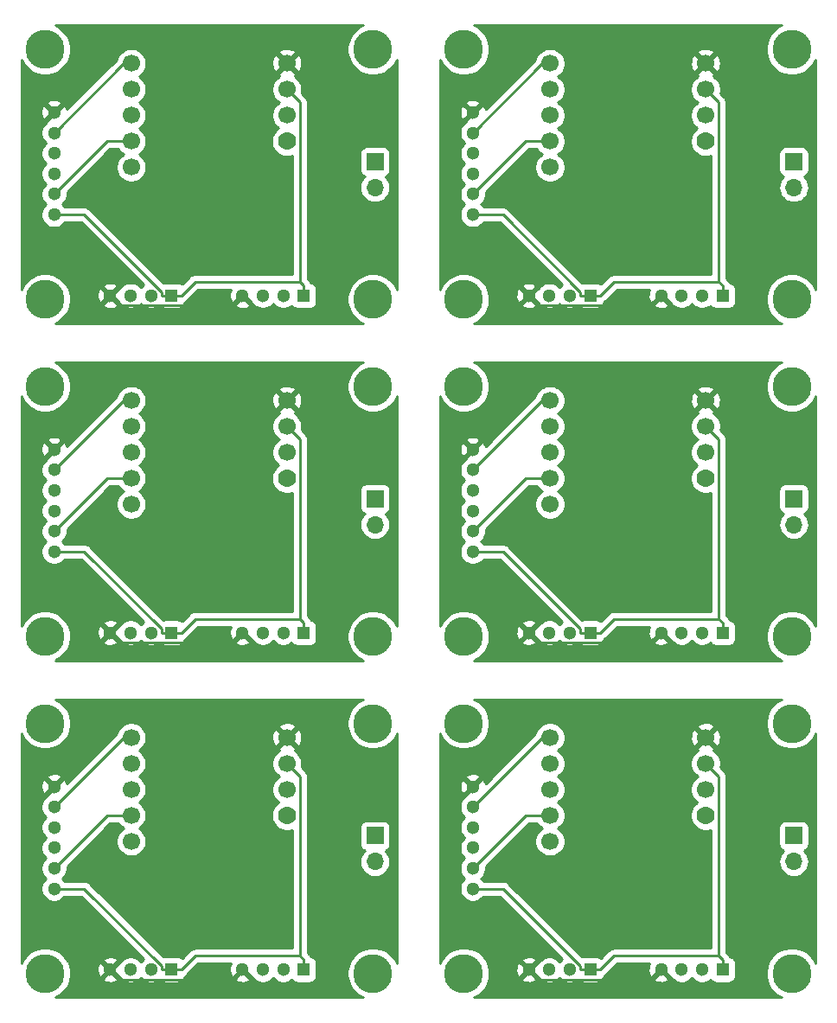
<source format=gtl>
%MOIN*%
%OFA0B0*%
%FSLAX46Y46*%
%IPPOS*%
%LPD*%
%ADD10C,0.051181102362204731*%
%ADD11R,0.051181102362204731X0.051181102362204731*%
%ADD12O,0.066929133858267723X0.066929133858267723*%
%ADD13R,0.066929133858267723X0.066929133858267723*%
%ADD14C,0.066929133858267723*%
%ADD15C,0.069929133858267725*%
%ADD16C,0.14960629921259844*%
%ADD17C,0.00984251968503937*%
%ADD18C,0.01*%
%ADD29C,0.051181102362204731*%
%ADD30R,0.051181102362204731X0.051181102362204731*%
%ADD31O,0.066929133858267723X0.066929133858267723*%
%ADD32R,0.066929133858267723X0.066929133858267723*%
%ADD33C,0.066929133858267723*%
%ADD34C,0.069929133858267725*%
%ADD35C,0.14960629921259844*%
%ADD36C,0.00984251968503937*%
%ADD37C,0.01*%
%ADD38C,0.051181102362204731*%
%ADD39R,0.051181102362204731X0.051181102362204731*%
%ADD40O,0.066929133858267723X0.066929133858267723*%
%ADD41R,0.066929133858267723X0.066929133858267723*%
%ADD42C,0.066929133858267723*%
%ADD43C,0.069929133858267725*%
%ADD44C,0.14960629921259844*%
%ADD45C,0.00984251968503937*%
%ADD46C,0.01*%
%ADD47C,0.051181102362204731*%
%ADD48R,0.051181102362204731X0.051181102362204731*%
%ADD49O,0.066929133858267723X0.066929133858267723*%
%ADD50R,0.066929133858267723X0.066929133858267723*%
%ADD51C,0.066929133858267723*%
%ADD52C,0.069929133858267725*%
%ADD53C,0.14960629921259844*%
%ADD54C,0.00984251968503937*%
%ADD55C,0.01*%
%ADD56C,0.051181102362204731*%
%ADD57R,0.051181102362204731X0.051181102362204731*%
%ADD58O,0.066929133858267723X0.066929133858267723*%
%ADD59R,0.066929133858267723X0.066929133858267723*%
%ADD60C,0.066929133858267723*%
%ADD61C,0.069929133858267725*%
%ADD62C,0.14960629921259844*%
%ADD63C,0.00984251968503937*%
%ADD64C,0.01*%
%ADD65C,0.051181102362204731*%
%ADD66R,0.051181102362204731X0.051181102362204731*%
%ADD67O,0.066929133858267723X0.066929133858267723*%
%ADD68R,0.066929133858267723X0.066929133858267723*%
%ADD69C,0.066929133858267723*%
%ADD70C,0.069929133858267725*%
%ADD71C,0.14960629921259844*%
%ADD72C,0.00984251968503937*%
%ADD73C,0.01*%
D10*
X-0005157480Y0005629921D02*
X0000881299Y0000262440D03*
X0000960039Y0000262440D03*
X0001038779Y0000262440D03*
D11*
X0001117519Y0000262440D03*
D12*
X0001392519Y0000678937D03*
D13*
X0001392519Y0000778936D03*
D14*
X0000452519Y0000757401D03*
X0000452519Y0000857401D03*
X0000452519Y0000957401D03*
X0000452519Y0001057401D03*
X0000452519Y0001157401D03*
X0001052519Y0001157401D03*
X0001052519Y0001057401D03*
X0001052519Y0000957401D03*
D15*
X0001052519Y0000857401D03*
D16*
X0000120629Y0001211811D03*
X0001384409Y0001211811D03*
X0001384409Y0000248031D03*
X0000120629Y0000248031D03*
D10*
X0000155039Y0000968622D03*
X0000155039Y0000889881D03*
X0000155039Y0000811141D03*
X0000155039Y0000732401D03*
X0000155039Y0000653661D03*
X0000155039Y0000574921D03*
X0000371299Y0000262440D03*
X0000450039Y0000262440D03*
X0000528779Y0000262440D03*
D11*
X0000607519Y0000262440D03*
D17*
X0000371299Y0000262440D02*
X0000409696Y0000224043D01*
X0000409696Y0000224043D02*
X0000842901Y0000224043D01*
X0000842901Y0000224043D02*
X0000881299Y0000262440D01*
X0000607519Y0000262440D02*
X0000569122Y0000262440D01*
X0000155039Y0000574921D02*
X0000271039Y0000574921D01*
X0000271039Y0000574921D02*
X0000569122Y0000276838D01*
X0000569122Y0000276838D02*
X0000569122Y0000262440D01*
X0001102637Y0000315720D02*
X0001117519Y0000300838D01*
X0001052519Y0001057401D02*
X0001102637Y0001007283D01*
X0001102637Y0001007283D02*
X0001102637Y0000315720D01*
X0000645917Y0000262440D02*
X0000699196Y0000315720D01*
X0000699196Y0000315720D02*
X0001102637Y0000315720D01*
X0001117519Y0000262440D02*
X0001117519Y0000300838D01*
X0000607519Y0000262440D02*
X0000645917Y0000262440D01*
X0000155039Y0000889881D02*
X0000422559Y0001157401D01*
X0000422559Y0001157401D02*
X0000452519Y0001157401D01*
X0000155039Y0000653661D02*
X0000358779Y0000857401D01*
X0000358779Y0000857401D02*
X0000452519Y0000857401D01*
D18*
G36*
X0001337134Y0001300255D02*
G01*
X0001320788Y0001289333D01*
X0001306887Y0001275431D01*
X0001295965Y0001259085D01*
X0001288441Y0001240922D01*
X0001284606Y0001221640D01*
X0001284606Y0001201981D01*
X0001288441Y0001182699D01*
X0001295965Y0001164536D01*
X0001306887Y0001148190D01*
X0001320788Y0001134288D01*
X0001337134Y0001123366D01*
X0001355297Y0001115843D01*
X0001374579Y0001112007D01*
X0001394239Y0001112007D01*
X0001413520Y0001115843D01*
X0001431683Y0001123366D01*
X0001448030Y0001134288D01*
X0001461931Y0001148190D01*
X0001472853Y0001164536D01*
X0001476535Y0001173424D01*
X0001476535Y0000286417D01*
X0001472853Y0000295306D01*
X0001461931Y0000311652D01*
X0001448030Y0000325553D01*
X0001431683Y0000336475D01*
X0001413520Y0000343999D01*
X0001394239Y0000347834D01*
X0001374579Y0000347834D01*
X0001355297Y0000343999D01*
X0001337134Y0000336475D01*
X0001320788Y0000325553D01*
X0001306887Y0000311652D01*
X0001295965Y0000295306D01*
X0001288441Y0000277142D01*
X0001284606Y0000257861D01*
X0001284606Y0000238201D01*
X0001288441Y0000218919D01*
X0001295965Y0000200756D01*
X0001306887Y0000184410D01*
X0001320788Y0000170509D01*
X0001337134Y0000159587D01*
X0001346023Y0000155905D01*
X0000159016Y0000155905D01*
X0000167904Y0000159587D01*
X0000184250Y0000170509D01*
X0000198152Y0000184410D01*
X0000209074Y0000200756D01*
X0000216597Y0000218919D01*
X0000218319Y0000227577D01*
X0000343506Y0000227577D01*
X0000345608Y0000218574D01*
X0000354660Y0000214405D01*
X0000364351Y0000212082D01*
X0000374309Y0000211694D01*
X0000384151Y0000213257D01*
X0000393499Y0000216709D01*
X0000396989Y0000218574D01*
X0000399091Y0000227577D01*
X0000371299Y0000255369D01*
X0000343506Y0000227577D01*
X0000218319Y0000227577D01*
X0000220433Y0000238201D01*
X0000220433Y0000257861D01*
X0000220120Y0000259430D01*
X0000320553Y0000259430D01*
X0000322115Y0000249588D01*
X0000325567Y0000240240D01*
X0000327433Y0000236750D01*
X0000336435Y0000234648D01*
X0000364228Y0000262440D01*
X0000336435Y0000290233D01*
X0000327433Y0000288131D01*
X0000323263Y0000279079D01*
X0000320940Y0000269388D01*
X0000320553Y0000259430D01*
X0000220120Y0000259430D01*
X0000216597Y0000277142D01*
X0000209074Y0000295306D01*
X0000207739Y0000297304D01*
X0000343506Y0000297304D01*
X0000371299Y0000269512D01*
X0000399091Y0000297304D01*
X0000396989Y0000306307D01*
X0000387937Y0000310476D01*
X0000378247Y0000312799D01*
X0000368289Y0000313187D01*
X0000358446Y0000311624D01*
X0000349098Y0000308172D01*
X0000345608Y0000306307D01*
X0000343506Y0000297304D01*
X0000207739Y0000297304D01*
X0000198152Y0000311652D01*
X0000184250Y0000325553D01*
X0000167904Y0000336475D01*
X0000149741Y0000343999D01*
X0000130459Y0000347834D01*
X0000110800Y0000347834D01*
X0000091518Y0000343999D01*
X0000073355Y0000336475D01*
X0000057009Y0000325553D01*
X0000043107Y0000311652D01*
X0000032185Y0000295306D01*
X0000028503Y0000286417D01*
X0000028503Y0000894864D01*
X0000104448Y0000894864D01*
X0000104448Y0000884899D01*
X0000106392Y0000875125D01*
X0000110206Y0000865918D01*
X0000115743Y0000857632D01*
X0000122789Y0000850585D01*
X0000122900Y0000850511D01*
X0000122789Y0000850437D01*
X0000115743Y0000843391D01*
X0000110206Y0000835105D01*
X0000106392Y0000825898D01*
X0000104448Y0000816124D01*
X0000104448Y0000806159D01*
X0000106392Y0000796384D01*
X0000110206Y0000787178D01*
X0000115743Y0000778892D01*
X0000122789Y0000771845D01*
X0000122900Y0000771771D01*
X0000122789Y0000771697D01*
X0000115743Y0000764651D01*
X0000110206Y0000756365D01*
X0000106392Y0000747158D01*
X0000104448Y0000737384D01*
X0000104448Y0000727418D01*
X0000106392Y0000717644D01*
X0000110206Y0000708437D01*
X0000115743Y0000700151D01*
X0000122789Y0000693105D01*
X0000122900Y0000693031D01*
X0000122789Y0000692957D01*
X0000115743Y0000685911D01*
X0000110206Y0000677625D01*
X0000106392Y0000668418D01*
X0000104448Y0000658644D01*
X0000104448Y0000648678D01*
X0000106392Y0000638904D01*
X0000110206Y0000629697D01*
X0000115743Y0000621411D01*
X0000122789Y0000614365D01*
X0000122900Y0000614291D01*
X0000122789Y0000614217D01*
X0000115743Y0000607170D01*
X0000110206Y0000598884D01*
X0000106392Y0000589677D01*
X0000104448Y0000579903D01*
X0000104448Y0000569938D01*
X0000106392Y0000560164D01*
X0000110206Y0000550957D01*
X0000115743Y0000542671D01*
X0000122789Y0000535624D01*
X0000131075Y0000530088D01*
X0000140282Y0000526274D01*
X0000150056Y0000524330D01*
X0000160022Y0000524330D01*
X0000169796Y0000526274D01*
X0000179002Y0000530088D01*
X0000187288Y0000535624D01*
X0000194335Y0000542671D01*
X0000195891Y0000544999D01*
X0000258645Y0000544999D01*
X0000499754Y0000303891D01*
X0000496529Y0000301737D01*
X0000489483Y0000294690D01*
X0000489409Y0000294580D01*
X0000489335Y0000294690D01*
X0000482288Y0000301737D01*
X0000474002Y0000307273D01*
X0000464796Y0000311087D01*
X0000455022Y0000313031D01*
X0000445056Y0000313031D01*
X0000435282Y0000311087D01*
X0000426075Y0000307273D01*
X0000417789Y0000301737D01*
X0000410743Y0000294690D01*
X0000407548Y0000289909D01*
X0000406162Y0000290233D01*
X0000378370Y0000262440D01*
X0000406162Y0000234648D01*
X0000407548Y0000234972D01*
X0000410743Y0000230191D01*
X0000417789Y0000223144D01*
X0000426075Y0000217608D01*
X0000435282Y0000213794D01*
X0000445056Y0000211850D01*
X0000455022Y0000211850D01*
X0000464796Y0000213794D01*
X0000474002Y0000217608D01*
X0000482288Y0000223144D01*
X0000489335Y0000230191D01*
X0000489409Y0000230301D01*
X0000489483Y0000230191D01*
X0000496529Y0000223144D01*
X0000504815Y0000217608D01*
X0000514022Y0000213794D01*
X0000523796Y0000211850D01*
X0000533762Y0000211850D01*
X0000543536Y0000213794D01*
X0000552743Y0000217608D01*
X0000560939Y0000223084D01*
X0000561041Y0000222893D01*
X0000564165Y0000219087D01*
X0000567972Y0000215963D01*
X0000572315Y0000213641D01*
X0000577028Y0000212212D01*
X0000581929Y0000211729D01*
X0000633110Y0000211729D01*
X0000638011Y0000212212D01*
X0000642723Y0000213641D01*
X0000647066Y0000215963D01*
X0000650873Y0000219087D01*
X0000653997Y0000222893D01*
X0000656318Y0000227236D01*
X0000656422Y0000227577D01*
X0000853507Y0000227577D01*
X0000855608Y0000218574D01*
X0000864660Y0000214405D01*
X0000874351Y0000212082D01*
X0000884309Y0000211694D01*
X0000894151Y0000213257D01*
X0000903499Y0000216709D01*
X0000906989Y0000218574D01*
X0000909091Y0000227577D01*
X0000881299Y0000255369D01*
X0000853507Y0000227577D01*
X0000656422Y0000227577D01*
X0000657748Y0000231949D01*
X0000658048Y0000234997D01*
X0000662621Y0000237441D01*
X0000667177Y0000241181D01*
X0000668114Y0000242322D01*
X0000711590Y0000285799D01*
X0000836358Y0000285799D01*
X0000833263Y0000279079D01*
X0000830940Y0000269388D01*
X0000830553Y0000259430D01*
X0000832115Y0000249588D01*
X0000835567Y0000240240D01*
X0000837433Y0000236750D01*
X0000846435Y0000234648D01*
X0000874228Y0000262440D01*
X0000873671Y0000262997D01*
X0000880742Y0000270068D01*
X0000881299Y0000269512D01*
X0000881856Y0000270068D01*
X0000888927Y0000262997D01*
X0000888370Y0000262440D01*
X0000916162Y0000234648D01*
X0000917548Y0000234972D01*
X0000920743Y0000230191D01*
X0000927789Y0000223144D01*
X0000936075Y0000217608D01*
X0000945282Y0000213794D01*
X0000955056Y0000211850D01*
X0000965022Y0000211850D01*
X0000974796Y0000213794D01*
X0000984002Y0000217608D01*
X0000992288Y0000223144D01*
X0000999335Y0000230191D01*
X0000999409Y0000230301D01*
X0000999483Y0000230191D01*
X0001006529Y0000223144D01*
X0001014815Y0000217608D01*
X0001024022Y0000213794D01*
X0001033796Y0000211850D01*
X0001043762Y0000211850D01*
X0001053536Y0000213794D01*
X0001062743Y0000217608D01*
X0001070939Y0000223084D01*
X0001071041Y0000222893D01*
X0001074165Y0000219087D01*
X0001077972Y0000215963D01*
X0001082315Y0000213641D01*
X0001087028Y0000212212D01*
X0001091929Y0000211729D01*
X0001143110Y0000211729D01*
X0001148011Y0000212212D01*
X0001152723Y0000213641D01*
X0001157066Y0000215963D01*
X0001160873Y0000219087D01*
X0001163997Y0000222893D01*
X0001166318Y0000227236D01*
X0001167748Y0000231949D01*
X0001168231Y0000236850D01*
X0001168231Y0000288031D01*
X0001167748Y0000292932D01*
X0001166318Y0000297644D01*
X0001163997Y0000301987D01*
X0001160873Y0000305794D01*
X0001157066Y0000308918D01*
X0001152723Y0000311240D01*
X0001148011Y0000312669D01*
X0001144962Y0000312969D01*
X0001142518Y0000317542D01*
X0001138779Y0000322098D01*
X0001137637Y0000323035D01*
X0001132559Y0000328114D01*
X0001132559Y0000678937D01*
X0001333772Y0000678937D01*
X0001334901Y0000667475D01*
X0001338244Y0000656455D01*
X0001343672Y0000646298D01*
X0001350978Y0000637396D01*
X0001359881Y0000630090D01*
X0001370038Y0000624661D01*
X0001381058Y0000621318D01*
X0001389647Y0000620472D01*
X0001395391Y0000620472D01*
X0001403980Y0000621318D01*
X0001415001Y0000624661D01*
X0001425158Y0000630090D01*
X0001434060Y0000637396D01*
X0001441366Y0000646298D01*
X0001446795Y0000656455D01*
X0001450138Y0000667475D01*
X0001451267Y0000678937D01*
X0001450138Y0000690398D01*
X0001446795Y0000701418D01*
X0001441366Y0000711575D01*
X0001434060Y0000720477D01*
X0001432886Y0000721441D01*
X0001435597Y0000722263D01*
X0001439940Y0000724585D01*
X0001443747Y0000727709D01*
X0001446871Y0000731515D01*
X0001449192Y0000735859D01*
X0001450622Y0000740571D01*
X0001451105Y0000745472D01*
X0001451105Y0000812401D01*
X0001450622Y0000817302D01*
X0001449192Y0000822014D01*
X0001446871Y0000826357D01*
X0001443747Y0000830164D01*
X0001439940Y0000833288D01*
X0001435597Y0000835610D01*
X0001430885Y0000837039D01*
X0001425984Y0000837522D01*
X0001359055Y0000837522D01*
X0001354154Y0000837039D01*
X0001349441Y0000835610D01*
X0001345098Y0000833288D01*
X0001341291Y0000830164D01*
X0001338167Y0000826357D01*
X0001335846Y0000822014D01*
X0001334416Y0000817302D01*
X0001333934Y0000812401D01*
X0001333934Y0000745472D01*
X0001334416Y0000740571D01*
X0001335846Y0000735859D01*
X0001338167Y0000731515D01*
X0001341291Y0000727709D01*
X0001345098Y0000724585D01*
X0001349441Y0000722263D01*
X0001352152Y0000721441D01*
X0001350978Y0000720477D01*
X0001343672Y0000711575D01*
X0001338244Y0000701418D01*
X0001334901Y0000690398D01*
X0001333772Y0000678937D01*
X0001132559Y0000678937D01*
X0001132559Y0001005814D01*
X0001132703Y0001007283D01*
X0001132559Y0001008752D01*
X0001132559Y0001008753D01*
X0001132126Y0001013149D01*
X0001130415Y0001018789D01*
X0001127636Y0001023987D01*
X0001123897Y0001028543D01*
X0001122756Y0001029480D01*
X0001109260Y0001042976D01*
X0001110984Y0001051643D01*
X0001110984Y0001063159D01*
X0001108737Y0001074455D01*
X0001104330Y0001085094D01*
X0001097932Y0001094670D01*
X0001089788Y0001102813D01*
X0001082963Y0001107374D01*
X0001085936Y0001116913D01*
X0001052519Y0001150330D01*
X0001019102Y0001116913D01*
X0001022075Y0001107374D01*
X0001015250Y0001102813D01*
X0001007107Y0001094670D01*
X0001000709Y0001085094D01*
X0000996301Y0001074455D01*
X0000994055Y0001063159D01*
X0000994055Y0001051643D01*
X0000996301Y0001040348D01*
X0001000709Y0001029708D01*
X0001007107Y0001020132D01*
X0001015250Y0001011989D01*
X0001022116Y0001007401D01*
X0001015250Y0001002813D01*
X0001007107Y0000994670D01*
X0001000709Y0000985094D01*
X0000996301Y0000974455D01*
X0000994055Y0000963159D01*
X0000994055Y0000951643D01*
X0000996301Y0000940348D01*
X0001000709Y0000929708D01*
X0001007107Y0000920132D01*
X0001015250Y0000911989D01*
X0001020766Y0000908303D01*
X0001014294Y0000903979D01*
X0001005942Y0000895626D01*
X0000999379Y0000885805D01*
X0000994859Y0000874892D01*
X0000992555Y0000863307D01*
X0000992555Y0000851495D01*
X0000994859Y0000839910D01*
X0000999379Y0000828997D01*
X0001005942Y0000819176D01*
X0001014294Y0000810824D01*
X0001024115Y0000804261D01*
X0001035028Y0000799741D01*
X0001046613Y0000797437D01*
X0001058425Y0000797437D01*
X0001070010Y0000799741D01*
X0001072716Y0000800862D01*
X0001072716Y0000345641D01*
X0000700666Y0000345641D01*
X0000699196Y0000345786D01*
X0000697727Y0000345641D01*
X0000697727Y0000345641D01*
X0000693331Y0000345208D01*
X0000687691Y0000343497D01*
X0000682493Y0000340719D01*
X0000677936Y0000336980D01*
X0000676999Y0000335838D01*
X0000648721Y0000307560D01*
X0000647066Y0000308918D01*
X0000642723Y0000311240D01*
X0000638011Y0000312669D01*
X0000633110Y0000313152D01*
X0000581929Y0000313152D01*
X0000577028Y0000312669D01*
X0000575936Y0000312338D01*
X0000293236Y0000595039D01*
X0000292299Y0000596181D01*
X0000287743Y0000599920D01*
X0000282545Y0000602698D01*
X0000276904Y0000604409D01*
X0000272509Y0000604842D01*
X0000272508Y0000604842D01*
X0000271039Y0000604987D01*
X0000269570Y0000604842D01*
X0000195891Y0000604842D01*
X0000194335Y0000607170D01*
X0000187288Y0000614217D01*
X0000187178Y0000614291D01*
X0000187288Y0000614365D01*
X0000194335Y0000621411D01*
X0000199872Y0000629697D01*
X0000203685Y0000638904D01*
X0000205629Y0000648678D01*
X0000205629Y0000658644D01*
X0000205083Y0000661390D01*
X0000371173Y0000827480D01*
X0000402197Y0000827480D01*
X0000407107Y0000820132D01*
X0000415250Y0000811989D01*
X0000422116Y0000807401D01*
X0000415250Y0000802813D01*
X0000407107Y0000794670D01*
X0000400709Y0000785094D01*
X0000396301Y0000774455D01*
X0000394055Y0000763159D01*
X0000394055Y0000751643D01*
X0000396301Y0000740348D01*
X0000400709Y0000729708D01*
X0000407107Y0000720132D01*
X0000415250Y0000711989D01*
X0000424826Y0000705590D01*
X0000435466Y0000701183D01*
X0000446761Y0000698937D01*
X0000458277Y0000698937D01*
X0000469573Y0000701183D01*
X0000480212Y0000705590D01*
X0000489788Y0000711989D01*
X0000497932Y0000720132D01*
X0000504330Y0000729708D01*
X0000508737Y0000740348D01*
X0000510984Y0000751643D01*
X0000510984Y0000763159D01*
X0000508737Y0000774455D01*
X0000504330Y0000785094D01*
X0000497932Y0000794670D01*
X0000489788Y0000802813D01*
X0000482922Y0000807401D01*
X0000489788Y0000811989D01*
X0000497932Y0000820132D01*
X0000504330Y0000829708D01*
X0000508737Y0000840348D01*
X0000510984Y0000851643D01*
X0000510984Y0000863159D01*
X0000508737Y0000874455D01*
X0000504330Y0000885094D01*
X0000497932Y0000894670D01*
X0000489788Y0000902813D01*
X0000482922Y0000907401D01*
X0000489788Y0000911989D01*
X0000497932Y0000920132D01*
X0000504330Y0000929708D01*
X0000508737Y0000940348D01*
X0000510984Y0000951643D01*
X0000510984Y0000963159D01*
X0000508737Y0000974455D01*
X0000504330Y0000985094D01*
X0000497932Y0000994670D01*
X0000489788Y0001002813D01*
X0000482922Y0001007401D01*
X0000489788Y0001011989D01*
X0000497932Y0001020132D01*
X0000504330Y0001029708D01*
X0000508737Y0001040348D01*
X0000510984Y0001051643D01*
X0000510984Y0001063159D01*
X0000508737Y0001074455D01*
X0000504330Y0001085094D01*
X0000497932Y0001094670D01*
X0000489788Y0001102813D01*
X0000482922Y0001107401D01*
X0000489788Y0001111989D01*
X0000497932Y0001120132D01*
X0000504330Y0001129708D01*
X0000508737Y0001140348D01*
X0000510984Y0001151643D01*
X0000510984Y0001154703D01*
X0000993834Y0001154703D01*
X0000995488Y0001143306D01*
X0000999333Y0001132450D01*
X0001002225Y0001127041D01*
X0001012031Y0001123984D01*
X0001045448Y0001157401D01*
X0001059590Y0001157401D01*
X0001093007Y0001123984D01*
X0001102813Y0001127041D01*
X0001107770Y0001137436D01*
X0001110603Y0001148598D01*
X0001111205Y0001160099D01*
X0001109551Y0001171496D01*
X0001105705Y0001182352D01*
X0001102813Y0001187762D01*
X0001093007Y0001190818D01*
X0001059590Y0001157401D01*
X0001045448Y0001157401D01*
X0001012031Y0001190818D01*
X0001002225Y0001187762D01*
X0000997268Y0001177366D01*
X0000994435Y0001166204D01*
X0000993834Y0001154703D01*
X0000510984Y0001154703D01*
X0000510984Y0001163159D01*
X0000508737Y0001174455D01*
X0000504330Y0001185094D01*
X0000497932Y0001194670D01*
X0000494712Y0001197889D01*
X0001019102Y0001197889D01*
X0001052519Y0001164472D01*
X0001085936Y0001197889D01*
X0001082880Y0001207695D01*
X0001072484Y0001212652D01*
X0001061322Y0001215485D01*
X0001049821Y0001216087D01*
X0001038424Y0001214432D01*
X0001027569Y0001210587D01*
X0001022159Y0001207695D01*
X0001019102Y0001197889D01*
X0000494712Y0001197889D01*
X0000489788Y0001202813D01*
X0000480212Y0001209212D01*
X0000469573Y0001213619D01*
X0000458277Y0001215866D01*
X0000446761Y0001215866D01*
X0000435466Y0001213619D01*
X0000424826Y0001209212D01*
X0000415250Y0001202813D01*
X0000407107Y0001194670D01*
X0000400709Y0001185094D01*
X0000396301Y0001174455D01*
X0000396054Y0001173212D01*
X0000204236Y0000981393D01*
X0000204223Y0000981474D01*
X0000200770Y0000990822D01*
X0000198905Y0000994312D01*
X0000189902Y0000996414D01*
X0000162110Y0000968622D01*
X0000162667Y0000968065D01*
X0000155596Y0000960994D01*
X0000155039Y0000961550D01*
X0000127247Y0000933758D01*
X0000127570Y0000932372D01*
X0000122789Y0000929178D01*
X0000115743Y0000922131D01*
X0000110206Y0000913845D01*
X0000106392Y0000904638D01*
X0000104448Y0000894864D01*
X0000028503Y0000894864D01*
X0000028503Y0000965612D01*
X0000104293Y0000965612D01*
X0000105855Y0000955769D01*
X0000109307Y0000946421D01*
X0000111173Y0000942931D01*
X0000120176Y0000940829D01*
X0000147968Y0000968622D01*
X0000120176Y0000996414D01*
X0000111173Y0000994312D01*
X0000107004Y0000985260D01*
X0000104680Y0000975569D01*
X0000104293Y0000965612D01*
X0000028503Y0000965612D01*
X0000028503Y0001003485D01*
X0000127247Y0001003485D01*
X0000155039Y0000975693D01*
X0000182831Y0001003485D01*
X0000180729Y0001012488D01*
X0000171678Y0001016657D01*
X0000161987Y0001018980D01*
X0000152029Y0001019368D01*
X0000142187Y0001017805D01*
X0000132838Y0001014353D01*
X0000129349Y0001012488D01*
X0000127247Y0001003485D01*
X0000028503Y0001003485D01*
X0000028503Y0001173424D01*
X0000032185Y0001164536D01*
X0000043107Y0001148190D01*
X0000057009Y0001134288D01*
X0000073355Y0001123366D01*
X0000091518Y0001115843D01*
X0000110800Y0001112007D01*
X0000130459Y0001112007D01*
X0000149741Y0001115843D01*
X0000167904Y0001123366D01*
X0000184250Y0001134288D01*
X0000198152Y0001148190D01*
X0000209074Y0001164536D01*
X0000216597Y0001182699D01*
X0000220433Y0001201981D01*
X0000220433Y0001221640D01*
X0000216597Y0001240922D01*
X0000209074Y0001259085D01*
X0000198152Y0001275431D01*
X0000184250Y0001289333D01*
X0000167904Y0001300255D01*
X0000159016Y0001303936D01*
X0001346022Y0001303936D01*
X0001337134Y0001300255D01*
X0001337134Y0001300255D01*
G37*
X0001337134Y0001300255D02*
X0001320788Y0001289333D01*
X0001306887Y0001275431D01*
X0001295965Y0001259085D01*
X0001288441Y0001240922D01*
X0001284606Y0001221640D01*
X0001284606Y0001201981D01*
X0001288441Y0001182699D01*
X0001295965Y0001164536D01*
X0001306887Y0001148190D01*
X0001320788Y0001134288D01*
X0001337134Y0001123366D01*
X0001355297Y0001115843D01*
X0001374579Y0001112007D01*
X0001394239Y0001112007D01*
X0001413520Y0001115843D01*
X0001431683Y0001123366D01*
X0001448030Y0001134288D01*
X0001461931Y0001148190D01*
X0001472853Y0001164536D01*
X0001476535Y0001173424D01*
X0001476535Y0000286417D01*
X0001472853Y0000295306D01*
X0001461931Y0000311652D01*
X0001448030Y0000325553D01*
X0001431683Y0000336475D01*
X0001413520Y0000343999D01*
X0001394239Y0000347834D01*
X0001374579Y0000347834D01*
X0001355297Y0000343999D01*
X0001337134Y0000336475D01*
X0001320788Y0000325553D01*
X0001306887Y0000311652D01*
X0001295965Y0000295306D01*
X0001288441Y0000277142D01*
X0001284606Y0000257861D01*
X0001284606Y0000238201D01*
X0001288441Y0000218919D01*
X0001295965Y0000200756D01*
X0001306887Y0000184410D01*
X0001320788Y0000170509D01*
X0001337134Y0000159587D01*
X0001346023Y0000155905D01*
X0000159016Y0000155905D01*
X0000167904Y0000159587D01*
X0000184250Y0000170509D01*
X0000198152Y0000184410D01*
X0000209074Y0000200756D01*
X0000216597Y0000218919D01*
X0000218319Y0000227577D01*
X0000343506Y0000227577D01*
X0000345608Y0000218574D01*
X0000354660Y0000214405D01*
X0000364351Y0000212082D01*
X0000374309Y0000211694D01*
X0000384151Y0000213257D01*
X0000393499Y0000216709D01*
X0000396989Y0000218574D01*
X0000399091Y0000227577D01*
X0000371299Y0000255369D01*
X0000343506Y0000227577D01*
X0000218319Y0000227577D01*
X0000220433Y0000238201D01*
X0000220433Y0000257861D01*
X0000220120Y0000259430D01*
X0000320553Y0000259430D01*
X0000322115Y0000249588D01*
X0000325567Y0000240240D01*
X0000327433Y0000236750D01*
X0000336435Y0000234648D01*
X0000364228Y0000262440D01*
X0000336435Y0000290233D01*
X0000327433Y0000288131D01*
X0000323263Y0000279079D01*
X0000320940Y0000269388D01*
X0000320553Y0000259430D01*
X0000220120Y0000259430D01*
X0000216597Y0000277142D01*
X0000209074Y0000295306D01*
X0000207739Y0000297304D01*
X0000343506Y0000297304D01*
X0000371299Y0000269512D01*
X0000399091Y0000297304D01*
X0000396989Y0000306307D01*
X0000387937Y0000310476D01*
X0000378247Y0000312799D01*
X0000368289Y0000313187D01*
X0000358446Y0000311624D01*
X0000349098Y0000308172D01*
X0000345608Y0000306307D01*
X0000343506Y0000297304D01*
X0000207739Y0000297304D01*
X0000198152Y0000311652D01*
X0000184250Y0000325553D01*
X0000167904Y0000336475D01*
X0000149741Y0000343999D01*
X0000130459Y0000347834D01*
X0000110800Y0000347834D01*
X0000091518Y0000343999D01*
X0000073355Y0000336475D01*
X0000057009Y0000325553D01*
X0000043107Y0000311652D01*
X0000032185Y0000295306D01*
X0000028503Y0000286417D01*
X0000028503Y0000894864D01*
X0000104448Y0000894864D01*
X0000104448Y0000884899D01*
X0000106392Y0000875125D01*
X0000110206Y0000865918D01*
X0000115743Y0000857632D01*
X0000122789Y0000850585D01*
X0000122900Y0000850511D01*
X0000122789Y0000850437D01*
X0000115743Y0000843391D01*
X0000110206Y0000835105D01*
X0000106392Y0000825898D01*
X0000104448Y0000816124D01*
X0000104448Y0000806159D01*
X0000106392Y0000796384D01*
X0000110206Y0000787178D01*
X0000115743Y0000778892D01*
X0000122789Y0000771845D01*
X0000122900Y0000771771D01*
X0000122789Y0000771697D01*
X0000115743Y0000764651D01*
X0000110206Y0000756365D01*
X0000106392Y0000747158D01*
X0000104448Y0000737384D01*
X0000104448Y0000727418D01*
X0000106392Y0000717644D01*
X0000110206Y0000708437D01*
X0000115743Y0000700151D01*
X0000122789Y0000693105D01*
X0000122900Y0000693031D01*
X0000122789Y0000692957D01*
X0000115743Y0000685911D01*
X0000110206Y0000677625D01*
X0000106392Y0000668418D01*
X0000104448Y0000658644D01*
X0000104448Y0000648678D01*
X0000106392Y0000638904D01*
X0000110206Y0000629697D01*
X0000115743Y0000621411D01*
X0000122789Y0000614365D01*
X0000122900Y0000614291D01*
X0000122789Y0000614217D01*
X0000115743Y0000607170D01*
X0000110206Y0000598884D01*
X0000106392Y0000589677D01*
X0000104448Y0000579903D01*
X0000104448Y0000569938D01*
X0000106392Y0000560164D01*
X0000110206Y0000550957D01*
X0000115743Y0000542671D01*
X0000122789Y0000535624D01*
X0000131075Y0000530088D01*
X0000140282Y0000526274D01*
X0000150056Y0000524330D01*
X0000160022Y0000524330D01*
X0000169796Y0000526274D01*
X0000179002Y0000530088D01*
X0000187288Y0000535624D01*
X0000194335Y0000542671D01*
X0000195891Y0000544999D01*
X0000258645Y0000544999D01*
X0000499754Y0000303891D01*
X0000496529Y0000301737D01*
X0000489483Y0000294690D01*
X0000489409Y0000294580D01*
X0000489335Y0000294690D01*
X0000482288Y0000301737D01*
X0000474002Y0000307273D01*
X0000464796Y0000311087D01*
X0000455022Y0000313031D01*
X0000445056Y0000313031D01*
X0000435282Y0000311087D01*
X0000426075Y0000307273D01*
X0000417789Y0000301737D01*
X0000410743Y0000294690D01*
X0000407548Y0000289909D01*
X0000406162Y0000290233D01*
X0000378370Y0000262440D01*
X0000406162Y0000234648D01*
X0000407548Y0000234972D01*
X0000410743Y0000230191D01*
X0000417789Y0000223144D01*
X0000426075Y0000217608D01*
X0000435282Y0000213794D01*
X0000445056Y0000211850D01*
X0000455022Y0000211850D01*
X0000464796Y0000213794D01*
X0000474002Y0000217608D01*
X0000482288Y0000223144D01*
X0000489335Y0000230191D01*
X0000489409Y0000230301D01*
X0000489483Y0000230191D01*
X0000496529Y0000223144D01*
X0000504815Y0000217608D01*
X0000514022Y0000213794D01*
X0000523796Y0000211850D01*
X0000533762Y0000211850D01*
X0000543536Y0000213794D01*
X0000552743Y0000217608D01*
X0000560939Y0000223084D01*
X0000561041Y0000222893D01*
X0000564165Y0000219087D01*
X0000567972Y0000215963D01*
X0000572315Y0000213641D01*
X0000577028Y0000212212D01*
X0000581929Y0000211729D01*
X0000633110Y0000211729D01*
X0000638011Y0000212212D01*
X0000642723Y0000213641D01*
X0000647066Y0000215963D01*
X0000650873Y0000219087D01*
X0000653997Y0000222893D01*
X0000656318Y0000227236D01*
X0000656422Y0000227577D01*
X0000853507Y0000227577D01*
X0000855608Y0000218574D01*
X0000864660Y0000214405D01*
X0000874351Y0000212082D01*
X0000884309Y0000211694D01*
X0000894151Y0000213257D01*
X0000903499Y0000216709D01*
X0000906989Y0000218574D01*
X0000909091Y0000227577D01*
X0000881299Y0000255369D01*
X0000853507Y0000227577D01*
X0000656422Y0000227577D01*
X0000657748Y0000231949D01*
X0000658048Y0000234997D01*
X0000662621Y0000237441D01*
X0000667177Y0000241181D01*
X0000668114Y0000242322D01*
X0000711590Y0000285799D01*
X0000836358Y0000285799D01*
X0000833263Y0000279079D01*
X0000830940Y0000269388D01*
X0000830553Y0000259430D01*
X0000832115Y0000249588D01*
X0000835567Y0000240240D01*
X0000837433Y0000236750D01*
X0000846435Y0000234648D01*
X0000874228Y0000262440D01*
X0000873671Y0000262997D01*
X0000880742Y0000270068D01*
X0000881299Y0000269512D01*
X0000881856Y0000270068D01*
X0000888927Y0000262997D01*
X0000888370Y0000262440D01*
X0000916162Y0000234648D01*
X0000917548Y0000234972D01*
X0000920743Y0000230191D01*
X0000927789Y0000223144D01*
X0000936075Y0000217608D01*
X0000945282Y0000213794D01*
X0000955056Y0000211850D01*
X0000965022Y0000211850D01*
X0000974796Y0000213794D01*
X0000984002Y0000217608D01*
X0000992288Y0000223144D01*
X0000999335Y0000230191D01*
X0000999409Y0000230301D01*
X0000999483Y0000230191D01*
X0001006529Y0000223144D01*
X0001014815Y0000217608D01*
X0001024022Y0000213794D01*
X0001033796Y0000211850D01*
X0001043762Y0000211850D01*
X0001053536Y0000213794D01*
X0001062743Y0000217608D01*
X0001070939Y0000223084D01*
X0001071041Y0000222893D01*
X0001074165Y0000219087D01*
X0001077972Y0000215963D01*
X0001082315Y0000213641D01*
X0001087028Y0000212212D01*
X0001091929Y0000211729D01*
X0001143110Y0000211729D01*
X0001148011Y0000212212D01*
X0001152723Y0000213641D01*
X0001157066Y0000215963D01*
X0001160873Y0000219087D01*
X0001163997Y0000222893D01*
X0001166318Y0000227236D01*
X0001167748Y0000231949D01*
X0001168231Y0000236850D01*
X0001168231Y0000288031D01*
X0001167748Y0000292932D01*
X0001166318Y0000297644D01*
X0001163997Y0000301987D01*
X0001160873Y0000305794D01*
X0001157066Y0000308918D01*
X0001152723Y0000311240D01*
X0001148011Y0000312669D01*
X0001144962Y0000312969D01*
X0001142518Y0000317542D01*
X0001138779Y0000322098D01*
X0001137637Y0000323035D01*
X0001132559Y0000328114D01*
X0001132559Y0000678937D01*
X0001333772Y0000678937D01*
X0001334901Y0000667475D01*
X0001338244Y0000656455D01*
X0001343672Y0000646298D01*
X0001350978Y0000637396D01*
X0001359881Y0000630090D01*
X0001370038Y0000624661D01*
X0001381058Y0000621318D01*
X0001389647Y0000620472D01*
X0001395391Y0000620472D01*
X0001403980Y0000621318D01*
X0001415001Y0000624661D01*
X0001425158Y0000630090D01*
X0001434060Y0000637396D01*
X0001441366Y0000646298D01*
X0001446795Y0000656455D01*
X0001450138Y0000667475D01*
X0001451267Y0000678937D01*
X0001450138Y0000690398D01*
X0001446795Y0000701418D01*
X0001441366Y0000711575D01*
X0001434060Y0000720477D01*
X0001432886Y0000721441D01*
X0001435597Y0000722263D01*
X0001439940Y0000724585D01*
X0001443747Y0000727709D01*
X0001446871Y0000731515D01*
X0001449192Y0000735859D01*
X0001450622Y0000740571D01*
X0001451105Y0000745472D01*
X0001451105Y0000812401D01*
X0001450622Y0000817302D01*
X0001449192Y0000822014D01*
X0001446871Y0000826357D01*
X0001443747Y0000830164D01*
X0001439940Y0000833288D01*
X0001435597Y0000835610D01*
X0001430885Y0000837039D01*
X0001425984Y0000837522D01*
X0001359055Y0000837522D01*
X0001354154Y0000837039D01*
X0001349441Y0000835610D01*
X0001345098Y0000833288D01*
X0001341291Y0000830164D01*
X0001338167Y0000826357D01*
X0001335846Y0000822014D01*
X0001334416Y0000817302D01*
X0001333934Y0000812401D01*
X0001333934Y0000745472D01*
X0001334416Y0000740571D01*
X0001335846Y0000735859D01*
X0001338167Y0000731515D01*
X0001341291Y0000727709D01*
X0001345098Y0000724585D01*
X0001349441Y0000722263D01*
X0001352152Y0000721441D01*
X0001350978Y0000720477D01*
X0001343672Y0000711575D01*
X0001338244Y0000701418D01*
X0001334901Y0000690398D01*
X0001333772Y0000678937D01*
X0001132559Y0000678937D01*
X0001132559Y0001005814D01*
X0001132703Y0001007283D01*
X0001132559Y0001008752D01*
X0001132559Y0001008753D01*
X0001132126Y0001013149D01*
X0001130415Y0001018789D01*
X0001127636Y0001023987D01*
X0001123897Y0001028543D01*
X0001122756Y0001029480D01*
X0001109260Y0001042976D01*
X0001110984Y0001051643D01*
X0001110984Y0001063159D01*
X0001108737Y0001074455D01*
X0001104330Y0001085094D01*
X0001097932Y0001094670D01*
X0001089788Y0001102813D01*
X0001082963Y0001107374D01*
X0001085936Y0001116913D01*
X0001052519Y0001150330D01*
X0001019102Y0001116913D01*
X0001022075Y0001107374D01*
X0001015250Y0001102813D01*
X0001007107Y0001094670D01*
X0001000709Y0001085094D01*
X0000996301Y0001074455D01*
X0000994055Y0001063159D01*
X0000994055Y0001051643D01*
X0000996301Y0001040348D01*
X0001000709Y0001029708D01*
X0001007107Y0001020132D01*
X0001015250Y0001011989D01*
X0001022116Y0001007401D01*
X0001015250Y0001002813D01*
X0001007107Y0000994670D01*
X0001000709Y0000985094D01*
X0000996301Y0000974455D01*
X0000994055Y0000963159D01*
X0000994055Y0000951643D01*
X0000996301Y0000940348D01*
X0001000709Y0000929708D01*
X0001007107Y0000920132D01*
X0001015250Y0000911989D01*
X0001020766Y0000908303D01*
X0001014294Y0000903979D01*
X0001005942Y0000895626D01*
X0000999379Y0000885805D01*
X0000994859Y0000874892D01*
X0000992555Y0000863307D01*
X0000992555Y0000851495D01*
X0000994859Y0000839910D01*
X0000999379Y0000828997D01*
X0001005942Y0000819176D01*
X0001014294Y0000810824D01*
X0001024115Y0000804261D01*
X0001035028Y0000799741D01*
X0001046613Y0000797437D01*
X0001058425Y0000797437D01*
X0001070010Y0000799741D01*
X0001072716Y0000800862D01*
X0001072716Y0000345641D01*
X0000700666Y0000345641D01*
X0000699196Y0000345786D01*
X0000697727Y0000345641D01*
X0000697727Y0000345641D01*
X0000693331Y0000345208D01*
X0000687691Y0000343497D01*
X0000682493Y0000340719D01*
X0000677936Y0000336980D01*
X0000676999Y0000335838D01*
X0000648721Y0000307560D01*
X0000647066Y0000308918D01*
X0000642723Y0000311240D01*
X0000638011Y0000312669D01*
X0000633110Y0000313152D01*
X0000581929Y0000313152D01*
X0000577028Y0000312669D01*
X0000575936Y0000312338D01*
X0000293236Y0000595039D01*
X0000292299Y0000596181D01*
X0000287743Y0000599920D01*
X0000282545Y0000602698D01*
X0000276904Y0000604409D01*
X0000272509Y0000604842D01*
X0000272508Y0000604842D01*
X0000271039Y0000604987D01*
X0000269570Y0000604842D01*
X0000195891Y0000604842D01*
X0000194335Y0000607170D01*
X0000187288Y0000614217D01*
X0000187178Y0000614291D01*
X0000187288Y0000614365D01*
X0000194335Y0000621411D01*
X0000199872Y0000629697D01*
X0000203685Y0000638904D01*
X0000205629Y0000648678D01*
X0000205629Y0000658644D01*
X0000205083Y0000661390D01*
X0000371173Y0000827480D01*
X0000402197Y0000827480D01*
X0000407107Y0000820132D01*
X0000415250Y0000811989D01*
X0000422116Y0000807401D01*
X0000415250Y0000802813D01*
X0000407107Y0000794670D01*
X0000400709Y0000785094D01*
X0000396301Y0000774455D01*
X0000394055Y0000763159D01*
X0000394055Y0000751643D01*
X0000396301Y0000740348D01*
X0000400709Y0000729708D01*
X0000407107Y0000720132D01*
X0000415250Y0000711989D01*
X0000424826Y0000705590D01*
X0000435466Y0000701183D01*
X0000446761Y0000698937D01*
X0000458277Y0000698937D01*
X0000469573Y0000701183D01*
X0000480212Y0000705590D01*
X0000489788Y0000711989D01*
X0000497932Y0000720132D01*
X0000504330Y0000729708D01*
X0000508737Y0000740348D01*
X0000510984Y0000751643D01*
X0000510984Y0000763159D01*
X0000508737Y0000774455D01*
X0000504330Y0000785094D01*
X0000497932Y0000794670D01*
X0000489788Y0000802813D01*
X0000482922Y0000807401D01*
X0000489788Y0000811989D01*
X0000497932Y0000820132D01*
X0000504330Y0000829708D01*
X0000508737Y0000840348D01*
X0000510984Y0000851643D01*
X0000510984Y0000863159D01*
X0000508737Y0000874455D01*
X0000504330Y0000885094D01*
X0000497932Y0000894670D01*
X0000489788Y0000902813D01*
X0000482922Y0000907401D01*
X0000489788Y0000911989D01*
X0000497932Y0000920132D01*
X0000504330Y0000929708D01*
X0000508737Y0000940348D01*
X0000510984Y0000951643D01*
X0000510984Y0000963159D01*
X0000508737Y0000974455D01*
X0000504330Y0000985094D01*
X0000497932Y0000994670D01*
X0000489788Y0001002813D01*
X0000482922Y0001007401D01*
X0000489788Y0001011989D01*
X0000497932Y0001020132D01*
X0000504330Y0001029708D01*
X0000508737Y0001040348D01*
X0000510984Y0001051643D01*
X0000510984Y0001063159D01*
X0000508737Y0001074455D01*
X0000504330Y0001085094D01*
X0000497932Y0001094670D01*
X0000489788Y0001102813D01*
X0000482922Y0001107401D01*
X0000489788Y0001111989D01*
X0000497932Y0001120132D01*
X0000504330Y0001129708D01*
X0000508737Y0001140348D01*
X0000510984Y0001151643D01*
X0000510984Y0001154703D01*
X0000993834Y0001154703D01*
X0000995488Y0001143306D01*
X0000999333Y0001132450D01*
X0001002225Y0001127041D01*
X0001012031Y0001123984D01*
X0001045448Y0001157401D01*
X0001059590Y0001157401D01*
X0001093007Y0001123984D01*
X0001102813Y0001127041D01*
X0001107770Y0001137436D01*
X0001110603Y0001148598D01*
X0001111205Y0001160099D01*
X0001109551Y0001171496D01*
X0001105705Y0001182352D01*
X0001102813Y0001187762D01*
X0001093007Y0001190818D01*
X0001059590Y0001157401D01*
X0001045448Y0001157401D01*
X0001012031Y0001190818D01*
X0001002225Y0001187762D01*
X0000997268Y0001177366D01*
X0000994435Y0001166204D01*
X0000993834Y0001154703D01*
X0000510984Y0001154703D01*
X0000510984Y0001163159D01*
X0000508737Y0001174455D01*
X0000504330Y0001185094D01*
X0000497932Y0001194670D01*
X0000494712Y0001197889D01*
X0001019102Y0001197889D01*
X0001052519Y0001164472D01*
X0001085936Y0001197889D01*
X0001082880Y0001207695D01*
X0001072484Y0001212652D01*
X0001061322Y0001215485D01*
X0001049821Y0001216087D01*
X0001038424Y0001214432D01*
X0001027569Y0001210587D01*
X0001022159Y0001207695D01*
X0001019102Y0001197889D01*
X0000494712Y0001197889D01*
X0000489788Y0001202813D01*
X0000480212Y0001209212D01*
X0000469573Y0001213619D01*
X0000458277Y0001215866D01*
X0000446761Y0001215866D01*
X0000435466Y0001213619D01*
X0000424826Y0001209212D01*
X0000415250Y0001202813D01*
X0000407107Y0001194670D01*
X0000400709Y0001185094D01*
X0000396301Y0001174455D01*
X0000396054Y0001173212D01*
X0000204236Y0000981393D01*
X0000204223Y0000981474D01*
X0000200770Y0000990822D01*
X0000198905Y0000994312D01*
X0000189902Y0000996414D01*
X0000162110Y0000968622D01*
X0000162667Y0000968065D01*
X0000155596Y0000960994D01*
X0000155039Y0000961550D01*
X0000127247Y0000933758D01*
X0000127570Y0000932372D01*
X0000122789Y0000929178D01*
X0000115743Y0000922131D01*
X0000110206Y0000913845D01*
X0000106392Y0000904638D01*
X0000104448Y0000894864D01*
X0000028503Y0000894864D01*
X0000028503Y0000965612D01*
X0000104293Y0000965612D01*
X0000105855Y0000955769D01*
X0000109307Y0000946421D01*
X0000111173Y0000942931D01*
X0000120176Y0000940829D01*
X0000147968Y0000968622D01*
X0000120176Y0000996414D01*
X0000111173Y0000994312D01*
X0000107004Y0000985260D01*
X0000104680Y0000975569D01*
X0000104293Y0000965612D01*
X0000028503Y0000965612D01*
X0000028503Y0001003485D01*
X0000127247Y0001003485D01*
X0000155039Y0000975693D01*
X0000182831Y0001003485D01*
X0000180729Y0001012488D01*
X0000171678Y0001016657D01*
X0000161987Y0001018980D01*
X0000152029Y0001019368D01*
X0000142187Y0001017805D01*
X0000132838Y0001014353D01*
X0000129349Y0001012488D01*
X0000127247Y0001003485D01*
X0000028503Y0001003485D01*
X0000028503Y0001173424D01*
X0000032185Y0001164536D01*
X0000043107Y0001148190D01*
X0000057009Y0001134288D01*
X0000073355Y0001123366D01*
X0000091518Y0001115843D01*
X0000110800Y0001112007D01*
X0000130459Y0001112007D01*
X0000149741Y0001115843D01*
X0000167904Y0001123366D01*
X0000184250Y0001134288D01*
X0000198152Y0001148190D01*
X0000209074Y0001164536D01*
X0000216597Y0001182699D01*
X0000220433Y0001201981D01*
X0000220433Y0001221640D01*
X0000216597Y0001240922D01*
X0000209074Y0001259085D01*
X0000198152Y0001275431D01*
X0000184250Y0001289333D01*
X0000167904Y0001300255D01*
X0000159016Y0001303936D01*
X0001346022Y0001303936D01*
X0001337134Y0001300255D01*
G04 next file*
G04 #@! TF.GenerationSoftware,KiCad,Pcbnew,(5.1.2)-1*
G04 #@! TF.CreationDate,2020-12-05T19:35:51+09:00*
G04 #@! TF.ProjectId,M5Atom_CAN,4d354174-6f6d-45f4-9341-4e2e6b696361,rev?*
G04 #@! TF.SameCoordinates,Original*
G04 #@! TF.FileFunction,Copper,L1,Top*
G04 #@! TF.FilePolarity,Positive*
G04 Gerber Fmt 4.6, Leading zero omitted, Abs format (unit mm)*
G04 Created by KiCad (PCBNEW (5.1.2)-1) date 2020-12-05 19:35:51*
G04 APERTURE LIST*
G04 APERTURE END LIST*
D29*
X-0003543307Y0005629921D02*
X0002495472Y0000262440D03*
X0002574212Y0000262440D03*
X0002652952Y0000262440D03*
D30*
X0002731692Y0000262440D03*
D31*
X0003006692Y0000678937D03*
D32*
X0003006692Y0000778936D03*
D33*
X0002066692Y0000757401D03*
X0002066692Y0000857401D03*
X0002066692Y0000957401D03*
X0002066692Y0001057401D03*
X0002066692Y0001157401D03*
X0002666692Y0001157401D03*
X0002666692Y0001057401D03*
X0002666692Y0000957401D03*
D34*
X0002666692Y0000857401D03*
D35*
X0001734803Y0001211811D03*
X0002998582Y0001211811D03*
X0002998582Y0000248031D03*
X0001734803Y0000248031D03*
D29*
X0001769212Y0000968622D03*
X0001769212Y0000889881D03*
X0001769212Y0000811141D03*
X0001769212Y0000732401D03*
X0001769212Y0000653661D03*
X0001769212Y0000574921D03*
X0001985472Y0000262440D03*
X0002064212Y0000262440D03*
X0002142952Y0000262440D03*
D30*
X0002221692Y0000262440D03*
D36*
X0001985472Y0000262440D02*
X0002023870Y0000224043D01*
X0002023870Y0000224043D02*
X0002457074Y0000224043D01*
X0002457074Y0000224043D02*
X0002495472Y0000262440D01*
X0002221692Y0000262440D02*
X0002183295Y0000262440D01*
X0001769212Y0000574921D02*
X0001885212Y0000574921D01*
X0001885212Y0000574921D02*
X0002183295Y0000276838D01*
X0002183295Y0000276838D02*
X0002183295Y0000262440D01*
X0002716811Y0000315720D02*
X0002731692Y0000300838D01*
X0002666692Y0001057401D02*
X0002716811Y0001007283D01*
X0002716811Y0001007283D02*
X0002716811Y0000315720D01*
X0002260090Y0000262440D02*
X0002313370Y0000315720D01*
X0002313370Y0000315720D02*
X0002716811Y0000315720D01*
X0002731692Y0000262440D02*
X0002731692Y0000300838D01*
X0002221692Y0000262440D02*
X0002260090Y0000262440D01*
X0001769212Y0000889881D02*
X0002036732Y0001157401D01*
X0002036732Y0001157401D02*
X0002066692Y0001157401D01*
X0001769212Y0000653661D02*
X0001972952Y0000857401D01*
X0001972952Y0000857401D02*
X0002066692Y0000857401D01*
D37*
G36*
X0002951308Y0001300255D02*
G01*
X0002934961Y0001289333D01*
X0002921060Y0001275431D01*
X0002910138Y0001259085D01*
X0002902614Y0001240922D01*
X0002898779Y0001221640D01*
X0002898779Y0001201981D01*
X0002902614Y0001182699D01*
X0002910138Y0001164536D01*
X0002921060Y0001148190D01*
X0002934961Y0001134288D01*
X0002951308Y0001123366D01*
X0002969471Y0001115843D01*
X0002988752Y0001112007D01*
X0003008412Y0001112007D01*
X0003027694Y0001115843D01*
X0003045857Y0001123366D01*
X0003062203Y0001134288D01*
X0003076104Y0001148190D01*
X0003087027Y0001164536D01*
X0003090708Y0001173424D01*
X0003090708Y0000286417D01*
X0003087027Y0000295306D01*
X0003076104Y0000311652D01*
X0003062203Y0000325553D01*
X0003045857Y0000336475D01*
X0003027694Y0000343999D01*
X0003008412Y0000347834D01*
X0002988752Y0000347834D01*
X0002969471Y0000343999D01*
X0002951308Y0000336475D01*
X0002934961Y0000325553D01*
X0002921060Y0000311652D01*
X0002910138Y0000295306D01*
X0002902614Y0000277142D01*
X0002898779Y0000257861D01*
X0002898779Y0000238201D01*
X0002902614Y0000218919D01*
X0002910138Y0000200756D01*
X0002921060Y0000184410D01*
X0002934961Y0000170509D01*
X0002951308Y0000159587D01*
X0002960196Y0000155905D01*
X0001773189Y0000155905D01*
X0001782077Y0000159587D01*
X0001798423Y0000170509D01*
X0001812325Y0000184410D01*
X0001823247Y0000200756D01*
X0001830770Y0000218919D01*
X0001832492Y0000227577D01*
X0001957680Y0000227577D01*
X0001959782Y0000218574D01*
X0001968833Y0000214405D01*
X0001978524Y0000212082D01*
X0001988482Y0000211694D01*
X0001998324Y0000213257D01*
X0002007673Y0000216709D01*
X0002011162Y0000218574D01*
X0002013264Y0000227577D01*
X0001985472Y0000255369D01*
X0001957680Y0000227577D01*
X0001832492Y0000227577D01*
X0001834606Y0000238201D01*
X0001834606Y0000257861D01*
X0001834294Y0000259430D01*
X0001934726Y0000259430D01*
X0001936288Y0000249588D01*
X0001939740Y0000240240D01*
X0001941606Y0000236750D01*
X0001950609Y0000234648D01*
X0001978401Y0000262440D01*
X0001950609Y0000290233D01*
X0001941606Y0000288131D01*
X0001937437Y0000279079D01*
X0001935114Y0000269388D01*
X0001934726Y0000259430D01*
X0001834294Y0000259430D01*
X0001830770Y0000277142D01*
X0001823247Y0000295306D01*
X0001821912Y0000297304D01*
X0001957680Y0000297304D01*
X0001985472Y0000269512D01*
X0002013264Y0000297304D01*
X0002011162Y0000306307D01*
X0002002111Y0000310476D01*
X0001992420Y0000312799D01*
X0001982462Y0000313187D01*
X0001972620Y0000311624D01*
X0001963271Y0000308172D01*
X0001959782Y0000306307D01*
X0001957680Y0000297304D01*
X0001821912Y0000297304D01*
X0001812325Y0000311652D01*
X0001798423Y0000325553D01*
X0001782077Y0000336475D01*
X0001763914Y0000343999D01*
X0001744632Y0000347834D01*
X0001724973Y0000347834D01*
X0001705691Y0000343999D01*
X0001687528Y0000336475D01*
X0001671182Y0000325553D01*
X0001657280Y0000311652D01*
X0001646358Y0000295306D01*
X0001642677Y0000286417D01*
X0001642677Y0000894864D01*
X0001718622Y0000894864D01*
X0001718622Y0000884899D01*
X0001720566Y0000875125D01*
X0001724379Y0000865918D01*
X0001729916Y0000857632D01*
X0001736962Y0000850585D01*
X0001737073Y0000850511D01*
X0001736962Y0000850437D01*
X0001729916Y0000843391D01*
X0001724379Y0000835105D01*
X0001720566Y0000825898D01*
X0001718622Y0000816124D01*
X0001718622Y0000806159D01*
X0001720566Y0000796384D01*
X0001724379Y0000787178D01*
X0001729916Y0000778892D01*
X0001736962Y0000771845D01*
X0001737073Y0000771771D01*
X0001736962Y0000771697D01*
X0001729916Y0000764651D01*
X0001724379Y0000756365D01*
X0001720566Y0000747158D01*
X0001718622Y0000737384D01*
X0001718622Y0000727418D01*
X0001720566Y0000717644D01*
X0001724379Y0000708437D01*
X0001729916Y0000700151D01*
X0001736962Y0000693105D01*
X0001737073Y0000693031D01*
X0001736962Y0000692957D01*
X0001729916Y0000685911D01*
X0001724379Y0000677625D01*
X0001720566Y0000668418D01*
X0001718622Y0000658644D01*
X0001718622Y0000648678D01*
X0001720566Y0000638904D01*
X0001724379Y0000629697D01*
X0001729916Y0000621411D01*
X0001736962Y0000614365D01*
X0001737073Y0000614291D01*
X0001736962Y0000614217D01*
X0001729916Y0000607170D01*
X0001724379Y0000598884D01*
X0001720566Y0000589677D01*
X0001718622Y0000579903D01*
X0001718622Y0000569938D01*
X0001720566Y0000560164D01*
X0001724379Y0000550957D01*
X0001729916Y0000542671D01*
X0001736962Y0000535624D01*
X0001745248Y0000530088D01*
X0001754455Y0000526274D01*
X0001764229Y0000524330D01*
X0001774195Y0000524330D01*
X0001783969Y0000526274D01*
X0001793176Y0000530088D01*
X0001801462Y0000535624D01*
X0001808508Y0000542671D01*
X0001810064Y0000544999D01*
X0001872818Y0000544999D01*
X0002113927Y0000303891D01*
X0002110703Y0000301737D01*
X0002103656Y0000294690D01*
X0002103582Y0000294580D01*
X0002103508Y0000294690D01*
X0002096462Y0000301737D01*
X0002088176Y0000307273D01*
X0002078969Y0000311087D01*
X0002069195Y0000313031D01*
X0002059229Y0000313031D01*
X0002049455Y0000311087D01*
X0002040248Y0000307273D01*
X0002031962Y0000301737D01*
X0002024916Y0000294690D01*
X0002021721Y0000289909D01*
X0002020335Y0000290233D01*
X0001992543Y0000262440D01*
X0002020335Y0000234648D01*
X0002021721Y0000234972D01*
X0002024916Y0000230191D01*
X0002031962Y0000223144D01*
X0002040248Y0000217608D01*
X0002049455Y0000213794D01*
X0002059229Y0000211850D01*
X0002069195Y0000211850D01*
X0002078969Y0000213794D01*
X0002088176Y0000217608D01*
X0002096462Y0000223144D01*
X0002103508Y0000230191D01*
X0002103582Y0000230301D01*
X0002103656Y0000230191D01*
X0002110703Y0000223144D01*
X0002118989Y0000217608D01*
X0002128195Y0000213794D01*
X0002137970Y0000211850D01*
X0002147935Y0000211850D01*
X0002157709Y0000213794D01*
X0002166916Y0000217608D01*
X0002175112Y0000223084D01*
X0002175215Y0000222893D01*
X0002178339Y0000219087D01*
X0002182145Y0000215963D01*
X0002186488Y0000213641D01*
X0002191201Y0000212212D01*
X0002196102Y0000211729D01*
X0002247283Y0000211729D01*
X0002252184Y0000212212D01*
X0002256896Y0000213641D01*
X0002261239Y0000215963D01*
X0002265046Y0000219087D01*
X0002268170Y0000222893D01*
X0002270492Y0000227236D01*
X0002270595Y0000227577D01*
X0002467680Y0000227577D01*
X0002469782Y0000218574D01*
X0002478833Y0000214405D01*
X0002488524Y0000212082D01*
X0002498482Y0000211694D01*
X0002508324Y0000213257D01*
X0002517673Y0000216709D01*
X0002521162Y0000218574D01*
X0002523264Y0000227577D01*
X0002495472Y0000255369D01*
X0002467680Y0000227577D01*
X0002270595Y0000227577D01*
X0002271921Y0000231949D01*
X0002272221Y0000234997D01*
X0002276794Y0000237441D01*
X0002281350Y0000241181D01*
X0002282287Y0000242322D01*
X0002325763Y0000285799D01*
X0002450532Y0000285799D01*
X0002447437Y0000279079D01*
X0002445114Y0000269388D01*
X0002444726Y0000259430D01*
X0002446288Y0000249588D01*
X0002449741Y0000240240D01*
X0002451606Y0000236750D01*
X0002460609Y0000234648D01*
X0002488401Y0000262440D01*
X0002487844Y0000262997D01*
X0002494915Y0000270068D01*
X0002495472Y0000269512D01*
X0002496029Y0000270068D01*
X0002503100Y0000262997D01*
X0002502543Y0000262440D01*
X0002530335Y0000234648D01*
X0002531721Y0000234972D01*
X0002534916Y0000230191D01*
X0002541962Y0000223144D01*
X0002550248Y0000217608D01*
X0002559455Y0000213794D01*
X0002569229Y0000211850D01*
X0002579195Y0000211850D01*
X0002588969Y0000213794D01*
X0002598176Y0000217608D01*
X0002606462Y0000223144D01*
X0002613508Y0000230191D01*
X0002613582Y0000230301D01*
X0002613656Y0000230191D01*
X0002620703Y0000223144D01*
X0002628989Y0000217608D01*
X0002638195Y0000213794D01*
X0002647970Y0000211850D01*
X0002657935Y0000211850D01*
X0002667709Y0000213794D01*
X0002676916Y0000217608D01*
X0002685112Y0000223084D01*
X0002685215Y0000222893D01*
X0002688339Y0000219087D01*
X0002692145Y0000215963D01*
X0002696488Y0000213641D01*
X0002701201Y0000212212D01*
X0002706102Y0000211729D01*
X0002757283Y0000211729D01*
X0002762184Y0000212212D01*
X0002766896Y0000213641D01*
X0002771239Y0000215963D01*
X0002775046Y0000219087D01*
X0002778170Y0000222893D01*
X0002780492Y0000227236D01*
X0002781921Y0000231949D01*
X0002782404Y0000236850D01*
X0002782404Y0000288031D01*
X0002781921Y0000292932D01*
X0002780492Y0000297644D01*
X0002778170Y0000301987D01*
X0002775046Y0000305794D01*
X0002771239Y0000308918D01*
X0002766896Y0000311240D01*
X0002762184Y0000312669D01*
X0002759135Y0000312969D01*
X0002756691Y0000317542D01*
X0002752952Y0000322098D01*
X0002751810Y0000323035D01*
X0002746732Y0000328114D01*
X0002746732Y0000678937D01*
X0002947945Y0000678937D01*
X0002949074Y0000667475D01*
X0002952417Y0000656455D01*
X0002957846Y0000646298D01*
X0002965152Y0000637396D01*
X0002974054Y0000630090D01*
X0002984211Y0000624661D01*
X0002995231Y0000621318D01*
X0003003820Y0000620472D01*
X0003009564Y0000620472D01*
X0003018153Y0000621318D01*
X0003029174Y0000624661D01*
X0003039331Y0000630090D01*
X0003048233Y0000637396D01*
X0003055539Y0000646298D01*
X0003060968Y0000656455D01*
X0003064311Y0000667475D01*
X0003065440Y0000678937D01*
X0003064311Y0000690398D01*
X0003060968Y0000701418D01*
X0003055539Y0000711575D01*
X0003048233Y0000720477D01*
X0003047059Y0000721441D01*
X0003049770Y0000722263D01*
X0003054113Y0000724585D01*
X0003057920Y0000727709D01*
X0003061044Y0000731515D01*
X0003063366Y0000735859D01*
X0003064795Y0000740571D01*
X0003065278Y0000745472D01*
X0003065278Y0000812401D01*
X0003064795Y0000817302D01*
X0003063366Y0000822014D01*
X0003061044Y0000826357D01*
X0003057920Y0000830164D01*
X0003054113Y0000833288D01*
X0003049770Y0000835610D01*
X0003045058Y0000837039D01*
X0003040157Y0000837522D01*
X0002973228Y0000837522D01*
X0002968327Y0000837039D01*
X0002963614Y0000835610D01*
X0002959271Y0000833288D01*
X0002955465Y0000830164D01*
X0002952341Y0000826357D01*
X0002950019Y0000822014D01*
X0002948590Y0000817302D01*
X0002948107Y0000812401D01*
X0002948107Y0000745472D01*
X0002948590Y0000740571D01*
X0002950019Y0000735859D01*
X0002952341Y0000731515D01*
X0002955465Y0000727709D01*
X0002959271Y0000724585D01*
X0002963614Y0000722263D01*
X0002966326Y0000721441D01*
X0002965152Y0000720477D01*
X0002957846Y0000711575D01*
X0002952417Y0000701418D01*
X0002949074Y0000690398D01*
X0002947945Y0000678937D01*
X0002746732Y0000678937D01*
X0002746732Y0001005814D01*
X0002746877Y0001007283D01*
X0002746732Y0001008752D01*
X0002746732Y0001008753D01*
X0002746299Y0001013149D01*
X0002744588Y0001018789D01*
X0002741810Y0001023987D01*
X0002738070Y0001028543D01*
X0002736929Y0001029480D01*
X0002723433Y0001042976D01*
X0002725157Y0001051643D01*
X0002725157Y0001063159D01*
X0002722910Y0001074455D01*
X0002718503Y0001085094D01*
X0002712105Y0001094670D01*
X0002703961Y0001102813D01*
X0002697136Y0001107374D01*
X0002700109Y0001116913D01*
X0002666692Y0001150330D01*
X0002633275Y0001116913D01*
X0002636249Y0001107374D01*
X0002629423Y0001102813D01*
X0002621280Y0001094670D01*
X0002614882Y0001085094D01*
X0002610475Y0001074455D01*
X0002608228Y0001063159D01*
X0002608228Y0001051643D01*
X0002610475Y0001040348D01*
X0002614882Y0001029708D01*
X0002621280Y0001020132D01*
X0002629423Y0001011989D01*
X0002636289Y0001007401D01*
X0002629423Y0001002813D01*
X0002621280Y0000994670D01*
X0002614882Y0000985094D01*
X0002610475Y0000974455D01*
X0002608228Y0000963159D01*
X0002608228Y0000951643D01*
X0002610475Y0000940348D01*
X0002614882Y0000929708D01*
X0002621280Y0000920132D01*
X0002629423Y0000911989D01*
X0002634939Y0000908303D01*
X0002628467Y0000903979D01*
X0002620115Y0000895626D01*
X0002613552Y0000885805D01*
X0002609032Y0000874892D01*
X0002606728Y0000863307D01*
X0002606728Y0000851495D01*
X0002609032Y0000839910D01*
X0002613552Y0000828997D01*
X0002620115Y0000819176D01*
X0002628467Y0000810824D01*
X0002638289Y0000804261D01*
X0002649201Y0000799741D01*
X0002660786Y0000797437D01*
X0002672598Y0000797437D01*
X0002684183Y0000799741D01*
X0002686889Y0000800862D01*
X0002686889Y0000345641D01*
X0002314839Y0000345641D01*
X0002313370Y0000345786D01*
X0002311900Y0000345641D01*
X0002311900Y0000345641D01*
X0002307504Y0000345208D01*
X0002301864Y0000343497D01*
X0002296666Y0000340719D01*
X0002292110Y0000336980D01*
X0002291173Y0000335838D01*
X0002262895Y0000307560D01*
X0002261239Y0000308918D01*
X0002256896Y0000311240D01*
X0002252184Y0000312669D01*
X0002247283Y0000313152D01*
X0002196102Y0000313152D01*
X0002191201Y0000312669D01*
X0002190110Y0000312338D01*
X0001907409Y0000595039D01*
X0001906472Y0000596181D01*
X0001901916Y0000599920D01*
X0001896718Y0000602698D01*
X0001891078Y0000604409D01*
X0001886682Y0000604842D01*
X0001886681Y0000604842D01*
X0001885212Y0000604987D01*
X0001883743Y0000604842D01*
X0001810064Y0000604842D01*
X0001808508Y0000607170D01*
X0001801462Y0000614217D01*
X0001801351Y0000614291D01*
X0001801462Y0000614365D01*
X0001808508Y0000621411D01*
X0001814045Y0000629697D01*
X0001817859Y0000638904D01*
X0001819803Y0000648678D01*
X0001819803Y0000658644D01*
X0001819256Y0000661390D01*
X0001985346Y0000827480D01*
X0002016370Y0000827480D01*
X0002021280Y0000820132D01*
X0002029423Y0000811989D01*
X0002036289Y0000807401D01*
X0002029423Y0000802813D01*
X0002021280Y0000794670D01*
X0002014882Y0000785094D01*
X0002010475Y0000774455D01*
X0002008228Y0000763159D01*
X0002008228Y0000751643D01*
X0002010475Y0000740348D01*
X0002014882Y0000729708D01*
X0002021280Y0000720132D01*
X0002029423Y0000711989D01*
X0002038999Y0000705590D01*
X0002049639Y0000701183D01*
X0002060934Y0000698937D01*
X0002072451Y0000698937D01*
X0002083746Y0000701183D01*
X0002094386Y0000705590D01*
X0002103961Y0000711989D01*
X0002112105Y0000720132D01*
X0002118503Y0000729708D01*
X0002122910Y0000740348D01*
X0002125157Y0000751643D01*
X0002125157Y0000763159D01*
X0002122910Y0000774455D01*
X0002118503Y0000785094D01*
X0002112105Y0000794670D01*
X0002103961Y0000802813D01*
X0002097096Y0000807401D01*
X0002103961Y0000811989D01*
X0002112105Y0000820132D01*
X0002118503Y0000829708D01*
X0002122910Y0000840348D01*
X0002125157Y0000851643D01*
X0002125157Y0000863159D01*
X0002122910Y0000874455D01*
X0002118503Y0000885094D01*
X0002112105Y0000894670D01*
X0002103961Y0000902813D01*
X0002097096Y0000907401D01*
X0002103961Y0000911989D01*
X0002112105Y0000920132D01*
X0002118503Y0000929708D01*
X0002122910Y0000940348D01*
X0002125157Y0000951643D01*
X0002125157Y0000963159D01*
X0002122910Y0000974455D01*
X0002118503Y0000985094D01*
X0002112105Y0000994670D01*
X0002103961Y0001002813D01*
X0002097096Y0001007401D01*
X0002103961Y0001011989D01*
X0002112105Y0001020132D01*
X0002118503Y0001029708D01*
X0002122910Y0001040348D01*
X0002125157Y0001051643D01*
X0002125157Y0001063159D01*
X0002122910Y0001074455D01*
X0002118503Y0001085094D01*
X0002112105Y0001094670D01*
X0002103961Y0001102813D01*
X0002097096Y0001107401D01*
X0002103961Y0001111989D01*
X0002112105Y0001120132D01*
X0002118503Y0001129708D01*
X0002122910Y0001140348D01*
X0002125157Y0001151643D01*
X0002125157Y0001154703D01*
X0002608007Y0001154703D01*
X0002609661Y0001143306D01*
X0002613507Y0001132450D01*
X0002616398Y0001127041D01*
X0002626204Y0001123984D01*
X0002659621Y0001157401D01*
X0002673763Y0001157401D01*
X0002707180Y0001123984D01*
X0002716987Y0001127041D01*
X0002721943Y0001137436D01*
X0002724777Y0001148598D01*
X0002725378Y0001160099D01*
X0002723724Y0001171496D01*
X0002719878Y0001182352D01*
X0002716987Y0001187762D01*
X0002707180Y0001190818D01*
X0002673763Y0001157401D01*
X0002659621Y0001157401D01*
X0002626204Y0001190818D01*
X0002616398Y0001187762D01*
X0002611442Y0001177366D01*
X0002608608Y0001166204D01*
X0002608007Y0001154703D01*
X0002125157Y0001154703D01*
X0002125157Y0001163159D01*
X0002122910Y0001174455D01*
X0002118503Y0001185094D01*
X0002112105Y0001194670D01*
X0002108886Y0001197889D01*
X0002633275Y0001197889D01*
X0002666692Y0001164472D01*
X0002700109Y0001197889D01*
X0002697053Y0001207695D01*
X0002686658Y0001212652D01*
X0002675495Y0001215485D01*
X0002663994Y0001216087D01*
X0002652597Y0001214432D01*
X0002641742Y0001210587D01*
X0002636332Y0001207695D01*
X0002633275Y0001197889D01*
X0002108886Y0001197889D01*
X0002103961Y0001202813D01*
X0002094386Y0001209212D01*
X0002083746Y0001213619D01*
X0002072451Y0001215866D01*
X0002060934Y0001215866D01*
X0002049639Y0001213619D01*
X0002038999Y0001209212D01*
X0002029423Y0001202813D01*
X0002021280Y0001194670D01*
X0002014882Y0001185094D01*
X0002010475Y0001174455D01*
X0002010227Y0001173212D01*
X0001818409Y0000981393D01*
X0001818396Y0000981474D01*
X0001814944Y0000990822D01*
X0001813078Y0000994312D01*
X0001804075Y0000996414D01*
X0001776283Y0000968622D01*
X0001776840Y0000968065D01*
X0001769769Y0000960994D01*
X0001769212Y0000961550D01*
X0001741420Y0000933758D01*
X0001741743Y0000932372D01*
X0001736962Y0000929178D01*
X0001729916Y0000922131D01*
X0001724379Y0000913845D01*
X0001720566Y0000904638D01*
X0001718622Y0000894864D01*
X0001642677Y0000894864D01*
X0001642677Y0000965612D01*
X0001718466Y0000965612D01*
X0001720028Y0000955769D01*
X0001723481Y0000946421D01*
X0001725346Y0000942931D01*
X0001734349Y0000940829D01*
X0001762141Y0000968622D01*
X0001734349Y0000996414D01*
X0001725346Y0000994312D01*
X0001721177Y0000985260D01*
X0001718854Y0000975569D01*
X0001718466Y0000965612D01*
X0001642677Y0000965612D01*
X0001642677Y0001003485D01*
X0001741420Y0001003485D01*
X0001769212Y0000975693D01*
X0001797004Y0001003485D01*
X0001794902Y0001012488D01*
X0001785851Y0001016657D01*
X0001776160Y0001018980D01*
X0001766202Y0001019368D01*
X0001756360Y0001017805D01*
X0001747011Y0001014353D01*
X0001743522Y0001012488D01*
X0001741420Y0001003485D01*
X0001642677Y0001003485D01*
X0001642677Y0001173424D01*
X0001646358Y0001164536D01*
X0001657280Y0001148190D01*
X0001671182Y0001134288D01*
X0001687528Y0001123366D01*
X0001705691Y0001115843D01*
X0001724973Y0001112007D01*
X0001744632Y0001112007D01*
X0001763914Y0001115843D01*
X0001782077Y0001123366D01*
X0001798423Y0001134288D01*
X0001812325Y0001148190D01*
X0001823247Y0001164536D01*
X0001830770Y0001182699D01*
X0001834606Y0001201981D01*
X0001834606Y0001221640D01*
X0001830770Y0001240922D01*
X0001823247Y0001259085D01*
X0001812325Y0001275431D01*
X0001798423Y0001289333D01*
X0001782077Y0001300255D01*
X0001773189Y0001303936D01*
X0002960196Y0001303936D01*
X0002951308Y0001300255D01*
X0002951308Y0001300255D01*
G37*
X0002951308Y0001300255D02*
X0002934961Y0001289333D01*
X0002921060Y0001275431D01*
X0002910138Y0001259085D01*
X0002902614Y0001240922D01*
X0002898779Y0001221640D01*
X0002898779Y0001201981D01*
X0002902614Y0001182699D01*
X0002910138Y0001164536D01*
X0002921060Y0001148190D01*
X0002934961Y0001134288D01*
X0002951308Y0001123366D01*
X0002969471Y0001115843D01*
X0002988752Y0001112007D01*
X0003008412Y0001112007D01*
X0003027694Y0001115843D01*
X0003045857Y0001123366D01*
X0003062203Y0001134288D01*
X0003076104Y0001148190D01*
X0003087027Y0001164536D01*
X0003090708Y0001173424D01*
X0003090708Y0000286417D01*
X0003087027Y0000295306D01*
X0003076104Y0000311652D01*
X0003062203Y0000325553D01*
X0003045857Y0000336475D01*
X0003027694Y0000343999D01*
X0003008412Y0000347834D01*
X0002988752Y0000347834D01*
X0002969471Y0000343999D01*
X0002951308Y0000336475D01*
X0002934961Y0000325553D01*
X0002921060Y0000311652D01*
X0002910138Y0000295306D01*
X0002902614Y0000277142D01*
X0002898779Y0000257861D01*
X0002898779Y0000238201D01*
X0002902614Y0000218919D01*
X0002910138Y0000200756D01*
X0002921060Y0000184410D01*
X0002934961Y0000170509D01*
X0002951308Y0000159587D01*
X0002960196Y0000155905D01*
X0001773189Y0000155905D01*
X0001782077Y0000159587D01*
X0001798423Y0000170509D01*
X0001812325Y0000184410D01*
X0001823247Y0000200756D01*
X0001830770Y0000218919D01*
X0001832492Y0000227577D01*
X0001957680Y0000227577D01*
X0001959782Y0000218574D01*
X0001968833Y0000214405D01*
X0001978524Y0000212082D01*
X0001988482Y0000211694D01*
X0001998324Y0000213257D01*
X0002007673Y0000216709D01*
X0002011162Y0000218574D01*
X0002013264Y0000227577D01*
X0001985472Y0000255369D01*
X0001957680Y0000227577D01*
X0001832492Y0000227577D01*
X0001834606Y0000238201D01*
X0001834606Y0000257861D01*
X0001834294Y0000259430D01*
X0001934726Y0000259430D01*
X0001936288Y0000249588D01*
X0001939740Y0000240240D01*
X0001941606Y0000236750D01*
X0001950609Y0000234648D01*
X0001978401Y0000262440D01*
X0001950609Y0000290233D01*
X0001941606Y0000288131D01*
X0001937437Y0000279079D01*
X0001935114Y0000269388D01*
X0001934726Y0000259430D01*
X0001834294Y0000259430D01*
X0001830770Y0000277142D01*
X0001823247Y0000295306D01*
X0001821912Y0000297304D01*
X0001957680Y0000297304D01*
X0001985472Y0000269512D01*
X0002013264Y0000297304D01*
X0002011162Y0000306307D01*
X0002002111Y0000310476D01*
X0001992420Y0000312799D01*
X0001982462Y0000313187D01*
X0001972620Y0000311624D01*
X0001963271Y0000308172D01*
X0001959782Y0000306307D01*
X0001957680Y0000297304D01*
X0001821912Y0000297304D01*
X0001812325Y0000311652D01*
X0001798423Y0000325553D01*
X0001782077Y0000336475D01*
X0001763914Y0000343999D01*
X0001744632Y0000347834D01*
X0001724973Y0000347834D01*
X0001705691Y0000343999D01*
X0001687528Y0000336475D01*
X0001671182Y0000325553D01*
X0001657280Y0000311652D01*
X0001646358Y0000295306D01*
X0001642677Y0000286417D01*
X0001642677Y0000894864D01*
X0001718622Y0000894864D01*
X0001718622Y0000884899D01*
X0001720566Y0000875125D01*
X0001724379Y0000865918D01*
X0001729916Y0000857632D01*
X0001736962Y0000850585D01*
X0001737073Y0000850511D01*
X0001736962Y0000850437D01*
X0001729916Y0000843391D01*
X0001724379Y0000835105D01*
X0001720566Y0000825898D01*
X0001718622Y0000816124D01*
X0001718622Y0000806159D01*
X0001720566Y0000796384D01*
X0001724379Y0000787178D01*
X0001729916Y0000778892D01*
X0001736962Y0000771845D01*
X0001737073Y0000771771D01*
X0001736962Y0000771697D01*
X0001729916Y0000764651D01*
X0001724379Y0000756365D01*
X0001720566Y0000747158D01*
X0001718622Y0000737384D01*
X0001718622Y0000727418D01*
X0001720566Y0000717644D01*
X0001724379Y0000708437D01*
X0001729916Y0000700151D01*
X0001736962Y0000693105D01*
X0001737073Y0000693031D01*
X0001736962Y0000692957D01*
X0001729916Y0000685911D01*
X0001724379Y0000677625D01*
X0001720566Y0000668418D01*
X0001718622Y0000658644D01*
X0001718622Y0000648678D01*
X0001720566Y0000638904D01*
X0001724379Y0000629697D01*
X0001729916Y0000621411D01*
X0001736962Y0000614365D01*
X0001737073Y0000614291D01*
X0001736962Y0000614217D01*
X0001729916Y0000607170D01*
X0001724379Y0000598884D01*
X0001720566Y0000589677D01*
X0001718622Y0000579903D01*
X0001718622Y0000569938D01*
X0001720566Y0000560164D01*
X0001724379Y0000550957D01*
X0001729916Y0000542671D01*
X0001736962Y0000535624D01*
X0001745248Y0000530088D01*
X0001754455Y0000526274D01*
X0001764229Y0000524330D01*
X0001774195Y0000524330D01*
X0001783969Y0000526274D01*
X0001793176Y0000530088D01*
X0001801462Y0000535624D01*
X0001808508Y0000542671D01*
X0001810064Y0000544999D01*
X0001872818Y0000544999D01*
X0002113927Y0000303891D01*
X0002110703Y0000301737D01*
X0002103656Y0000294690D01*
X0002103582Y0000294580D01*
X0002103508Y0000294690D01*
X0002096462Y0000301737D01*
X0002088176Y0000307273D01*
X0002078969Y0000311087D01*
X0002069195Y0000313031D01*
X0002059229Y0000313031D01*
X0002049455Y0000311087D01*
X0002040248Y0000307273D01*
X0002031962Y0000301737D01*
X0002024916Y0000294690D01*
X0002021721Y0000289909D01*
X0002020335Y0000290233D01*
X0001992543Y0000262440D01*
X0002020335Y0000234648D01*
X0002021721Y0000234972D01*
X0002024916Y0000230191D01*
X0002031962Y0000223144D01*
X0002040248Y0000217608D01*
X0002049455Y0000213794D01*
X0002059229Y0000211850D01*
X0002069195Y0000211850D01*
X0002078969Y0000213794D01*
X0002088176Y0000217608D01*
X0002096462Y0000223144D01*
X0002103508Y0000230191D01*
X0002103582Y0000230301D01*
X0002103656Y0000230191D01*
X0002110703Y0000223144D01*
X0002118989Y0000217608D01*
X0002128195Y0000213794D01*
X0002137970Y0000211850D01*
X0002147935Y0000211850D01*
X0002157709Y0000213794D01*
X0002166916Y0000217608D01*
X0002175112Y0000223084D01*
X0002175215Y0000222893D01*
X0002178339Y0000219087D01*
X0002182145Y0000215963D01*
X0002186488Y0000213641D01*
X0002191201Y0000212212D01*
X0002196102Y0000211729D01*
X0002247283Y0000211729D01*
X0002252184Y0000212212D01*
X0002256896Y0000213641D01*
X0002261239Y0000215963D01*
X0002265046Y0000219087D01*
X0002268170Y0000222893D01*
X0002270492Y0000227236D01*
X0002270595Y0000227577D01*
X0002467680Y0000227577D01*
X0002469782Y0000218574D01*
X0002478833Y0000214405D01*
X0002488524Y0000212082D01*
X0002498482Y0000211694D01*
X0002508324Y0000213257D01*
X0002517673Y0000216709D01*
X0002521162Y0000218574D01*
X0002523264Y0000227577D01*
X0002495472Y0000255369D01*
X0002467680Y0000227577D01*
X0002270595Y0000227577D01*
X0002271921Y0000231949D01*
X0002272221Y0000234997D01*
X0002276794Y0000237441D01*
X0002281350Y0000241181D01*
X0002282287Y0000242322D01*
X0002325763Y0000285799D01*
X0002450532Y0000285799D01*
X0002447437Y0000279079D01*
X0002445114Y0000269388D01*
X0002444726Y0000259430D01*
X0002446288Y0000249588D01*
X0002449741Y0000240240D01*
X0002451606Y0000236750D01*
X0002460609Y0000234648D01*
X0002488401Y0000262440D01*
X0002487844Y0000262997D01*
X0002494915Y0000270068D01*
X0002495472Y0000269512D01*
X0002496029Y0000270068D01*
X0002503100Y0000262997D01*
X0002502543Y0000262440D01*
X0002530335Y0000234648D01*
X0002531721Y0000234972D01*
X0002534916Y0000230191D01*
X0002541962Y0000223144D01*
X0002550248Y0000217608D01*
X0002559455Y0000213794D01*
X0002569229Y0000211850D01*
X0002579195Y0000211850D01*
X0002588969Y0000213794D01*
X0002598176Y0000217608D01*
X0002606462Y0000223144D01*
X0002613508Y0000230191D01*
X0002613582Y0000230301D01*
X0002613656Y0000230191D01*
X0002620703Y0000223144D01*
X0002628989Y0000217608D01*
X0002638195Y0000213794D01*
X0002647970Y0000211850D01*
X0002657935Y0000211850D01*
X0002667709Y0000213794D01*
X0002676916Y0000217608D01*
X0002685112Y0000223084D01*
X0002685215Y0000222893D01*
X0002688339Y0000219087D01*
X0002692145Y0000215963D01*
X0002696488Y0000213641D01*
X0002701201Y0000212212D01*
X0002706102Y0000211729D01*
X0002757283Y0000211729D01*
X0002762184Y0000212212D01*
X0002766896Y0000213641D01*
X0002771239Y0000215963D01*
X0002775046Y0000219087D01*
X0002778170Y0000222893D01*
X0002780492Y0000227236D01*
X0002781921Y0000231949D01*
X0002782404Y0000236850D01*
X0002782404Y0000288031D01*
X0002781921Y0000292932D01*
X0002780492Y0000297644D01*
X0002778170Y0000301987D01*
X0002775046Y0000305794D01*
X0002771239Y0000308918D01*
X0002766896Y0000311240D01*
X0002762184Y0000312669D01*
X0002759135Y0000312969D01*
X0002756691Y0000317542D01*
X0002752952Y0000322098D01*
X0002751810Y0000323035D01*
X0002746732Y0000328114D01*
X0002746732Y0000678937D01*
X0002947945Y0000678937D01*
X0002949074Y0000667475D01*
X0002952417Y0000656455D01*
X0002957846Y0000646298D01*
X0002965152Y0000637396D01*
X0002974054Y0000630090D01*
X0002984211Y0000624661D01*
X0002995231Y0000621318D01*
X0003003820Y0000620472D01*
X0003009564Y0000620472D01*
X0003018153Y0000621318D01*
X0003029174Y0000624661D01*
X0003039331Y0000630090D01*
X0003048233Y0000637396D01*
X0003055539Y0000646298D01*
X0003060968Y0000656455D01*
X0003064311Y0000667475D01*
X0003065440Y0000678937D01*
X0003064311Y0000690398D01*
X0003060968Y0000701418D01*
X0003055539Y0000711575D01*
X0003048233Y0000720477D01*
X0003047059Y0000721441D01*
X0003049770Y0000722263D01*
X0003054113Y0000724585D01*
X0003057920Y0000727709D01*
X0003061044Y0000731515D01*
X0003063366Y0000735859D01*
X0003064795Y0000740571D01*
X0003065278Y0000745472D01*
X0003065278Y0000812401D01*
X0003064795Y0000817302D01*
X0003063366Y0000822014D01*
X0003061044Y0000826357D01*
X0003057920Y0000830164D01*
X0003054113Y0000833288D01*
X0003049770Y0000835610D01*
X0003045058Y0000837039D01*
X0003040157Y0000837522D01*
X0002973228Y0000837522D01*
X0002968327Y0000837039D01*
X0002963614Y0000835610D01*
X0002959271Y0000833288D01*
X0002955465Y0000830164D01*
X0002952341Y0000826357D01*
X0002950019Y0000822014D01*
X0002948590Y0000817302D01*
X0002948107Y0000812401D01*
X0002948107Y0000745472D01*
X0002948590Y0000740571D01*
X0002950019Y0000735859D01*
X0002952341Y0000731515D01*
X0002955465Y0000727709D01*
X0002959271Y0000724585D01*
X0002963614Y0000722263D01*
X0002966326Y0000721441D01*
X0002965152Y0000720477D01*
X0002957846Y0000711575D01*
X0002952417Y0000701418D01*
X0002949074Y0000690398D01*
X0002947945Y0000678937D01*
X0002746732Y0000678937D01*
X0002746732Y0001005814D01*
X0002746877Y0001007283D01*
X0002746732Y0001008752D01*
X0002746732Y0001008753D01*
X0002746299Y0001013149D01*
X0002744588Y0001018789D01*
X0002741810Y0001023987D01*
X0002738070Y0001028543D01*
X0002736929Y0001029480D01*
X0002723433Y0001042976D01*
X0002725157Y0001051643D01*
X0002725157Y0001063159D01*
X0002722910Y0001074455D01*
X0002718503Y0001085094D01*
X0002712105Y0001094670D01*
X0002703961Y0001102813D01*
X0002697136Y0001107374D01*
X0002700109Y0001116913D01*
X0002666692Y0001150330D01*
X0002633275Y0001116913D01*
X0002636249Y0001107374D01*
X0002629423Y0001102813D01*
X0002621280Y0001094670D01*
X0002614882Y0001085094D01*
X0002610475Y0001074455D01*
X0002608228Y0001063159D01*
X0002608228Y0001051643D01*
X0002610475Y0001040348D01*
X0002614882Y0001029708D01*
X0002621280Y0001020132D01*
X0002629423Y0001011989D01*
X0002636289Y0001007401D01*
X0002629423Y0001002813D01*
X0002621280Y0000994670D01*
X0002614882Y0000985094D01*
X0002610475Y0000974455D01*
X0002608228Y0000963159D01*
X0002608228Y0000951643D01*
X0002610475Y0000940348D01*
X0002614882Y0000929708D01*
X0002621280Y0000920132D01*
X0002629423Y0000911989D01*
X0002634939Y0000908303D01*
X0002628467Y0000903979D01*
X0002620115Y0000895626D01*
X0002613552Y0000885805D01*
X0002609032Y0000874892D01*
X0002606728Y0000863307D01*
X0002606728Y0000851495D01*
X0002609032Y0000839910D01*
X0002613552Y0000828997D01*
X0002620115Y0000819176D01*
X0002628467Y0000810824D01*
X0002638289Y0000804261D01*
X0002649201Y0000799741D01*
X0002660786Y0000797437D01*
X0002672598Y0000797437D01*
X0002684183Y0000799741D01*
X0002686889Y0000800862D01*
X0002686889Y0000345641D01*
X0002314839Y0000345641D01*
X0002313370Y0000345786D01*
X0002311900Y0000345641D01*
X0002311900Y0000345641D01*
X0002307504Y0000345208D01*
X0002301864Y0000343497D01*
X0002296666Y0000340719D01*
X0002292110Y0000336980D01*
X0002291173Y0000335838D01*
X0002262895Y0000307560D01*
X0002261239Y0000308918D01*
X0002256896Y0000311240D01*
X0002252184Y0000312669D01*
X0002247283Y0000313152D01*
X0002196102Y0000313152D01*
X0002191201Y0000312669D01*
X0002190110Y0000312338D01*
X0001907409Y0000595039D01*
X0001906472Y0000596181D01*
X0001901916Y0000599920D01*
X0001896718Y0000602698D01*
X0001891078Y0000604409D01*
X0001886682Y0000604842D01*
X0001886681Y0000604842D01*
X0001885212Y0000604987D01*
X0001883743Y0000604842D01*
X0001810064Y0000604842D01*
X0001808508Y0000607170D01*
X0001801462Y0000614217D01*
X0001801351Y0000614291D01*
X0001801462Y0000614365D01*
X0001808508Y0000621411D01*
X0001814045Y0000629697D01*
X0001817859Y0000638904D01*
X0001819803Y0000648678D01*
X0001819803Y0000658644D01*
X0001819256Y0000661390D01*
X0001985346Y0000827480D01*
X0002016370Y0000827480D01*
X0002021280Y0000820132D01*
X0002029423Y0000811989D01*
X0002036289Y0000807401D01*
X0002029423Y0000802813D01*
X0002021280Y0000794670D01*
X0002014882Y0000785094D01*
X0002010475Y0000774455D01*
X0002008228Y0000763159D01*
X0002008228Y0000751643D01*
X0002010475Y0000740348D01*
X0002014882Y0000729708D01*
X0002021280Y0000720132D01*
X0002029423Y0000711989D01*
X0002038999Y0000705590D01*
X0002049639Y0000701183D01*
X0002060934Y0000698937D01*
X0002072451Y0000698937D01*
X0002083746Y0000701183D01*
X0002094386Y0000705590D01*
X0002103961Y0000711989D01*
X0002112105Y0000720132D01*
X0002118503Y0000729708D01*
X0002122910Y0000740348D01*
X0002125157Y0000751643D01*
X0002125157Y0000763159D01*
X0002122910Y0000774455D01*
X0002118503Y0000785094D01*
X0002112105Y0000794670D01*
X0002103961Y0000802813D01*
X0002097096Y0000807401D01*
X0002103961Y0000811989D01*
X0002112105Y0000820132D01*
X0002118503Y0000829708D01*
X0002122910Y0000840348D01*
X0002125157Y0000851643D01*
X0002125157Y0000863159D01*
X0002122910Y0000874455D01*
X0002118503Y0000885094D01*
X0002112105Y0000894670D01*
X0002103961Y0000902813D01*
X0002097096Y0000907401D01*
X0002103961Y0000911989D01*
X0002112105Y0000920132D01*
X0002118503Y0000929708D01*
X0002122910Y0000940348D01*
X0002125157Y0000951643D01*
X0002125157Y0000963159D01*
X0002122910Y0000974455D01*
X0002118503Y0000985094D01*
X0002112105Y0000994670D01*
X0002103961Y0001002813D01*
X0002097096Y0001007401D01*
X0002103961Y0001011989D01*
X0002112105Y0001020132D01*
X0002118503Y0001029708D01*
X0002122910Y0001040348D01*
X0002125157Y0001051643D01*
X0002125157Y0001063159D01*
X0002122910Y0001074455D01*
X0002118503Y0001085094D01*
X0002112105Y0001094670D01*
X0002103961Y0001102813D01*
X0002097096Y0001107401D01*
X0002103961Y0001111989D01*
X0002112105Y0001120132D01*
X0002118503Y0001129708D01*
X0002122910Y0001140348D01*
X0002125157Y0001151643D01*
X0002125157Y0001154703D01*
X0002608007Y0001154703D01*
X0002609661Y0001143306D01*
X0002613507Y0001132450D01*
X0002616398Y0001127041D01*
X0002626204Y0001123984D01*
X0002659621Y0001157401D01*
X0002673763Y0001157401D01*
X0002707180Y0001123984D01*
X0002716987Y0001127041D01*
X0002721943Y0001137436D01*
X0002724777Y0001148598D01*
X0002725378Y0001160099D01*
X0002723724Y0001171496D01*
X0002719878Y0001182352D01*
X0002716987Y0001187762D01*
X0002707180Y0001190818D01*
X0002673763Y0001157401D01*
X0002659621Y0001157401D01*
X0002626204Y0001190818D01*
X0002616398Y0001187762D01*
X0002611442Y0001177366D01*
X0002608608Y0001166204D01*
X0002608007Y0001154703D01*
X0002125157Y0001154703D01*
X0002125157Y0001163159D01*
X0002122910Y0001174455D01*
X0002118503Y0001185094D01*
X0002112105Y0001194670D01*
X0002108886Y0001197889D01*
X0002633275Y0001197889D01*
X0002666692Y0001164472D01*
X0002700109Y0001197889D01*
X0002697053Y0001207695D01*
X0002686658Y0001212652D01*
X0002675495Y0001215485D01*
X0002663994Y0001216087D01*
X0002652597Y0001214432D01*
X0002641742Y0001210587D01*
X0002636332Y0001207695D01*
X0002633275Y0001197889D01*
X0002108886Y0001197889D01*
X0002103961Y0001202813D01*
X0002094386Y0001209212D01*
X0002083746Y0001213619D01*
X0002072451Y0001215866D01*
X0002060934Y0001215866D01*
X0002049639Y0001213619D01*
X0002038999Y0001209212D01*
X0002029423Y0001202813D01*
X0002021280Y0001194670D01*
X0002014882Y0001185094D01*
X0002010475Y0001174455D01*
X0002010227Y0001173212D01*
X0001818409Y0000981393D01*
X0001818396Y0000981474D01*
X0001814944Y0000990822D01*
X0001813078Y0000994312D01*
X0001804075Y0000996414D01*
X0001776283Y0000968622D01*
X0001776840Y0000968065D01*
X0001769769Y0000960994D01*
X0001769212Y0000961550D01*
X0001741420Y0000933758D01*
X0001741743Y0000932372D01*
X0001736962Y0000929178D01*
X0001729916Y0000922131D01*
X0001724379Y0000913845D01*
X0001720566Y0000904638D01*
X0001718622Y0000894864D01*
X0001642677Y0000894864D01*
X0001642677Y0000965612D01*
X0001718466Y0000965612D01*
X0001720028Y0000955769D01*
X0001723481Y0000946421D01*
X0001725346Y0000942931D01*
X0001734349Y0000940829D01*
X0001762141Y0000968622D01*
X0001734349Y0000996414D01*
X0001725346Y0000994312D01*
X0001721177Y0000985260D01*
X0001718854Y0000975569D01*
X0001718466Y0000965612D01*
X0001642677Y0000965612D01*
X0001642677Y0001003485D01*
X0001741420Y0001003485D01*
X0001769212Y0000975693D01*
X0001797004Y0001003485D01*
X0001794902Y0001012488D01*
X0001785851Y0001016657D01*
X0001776160Y0001018980D01*
X0001766202Y0001019368D01*
X0001756360Y0001017805D01*
X0001747011Y0001014353D01*
X0001743522Y0001012488D01*
X0001741420Y0001003485D01*
X0001642677Y0001003485D01*
X0001642677Y0001173424D01*
X0001646358Y0001164536D01*
X0001657280Y0001148190D01*
X0001671182Y0001134288D01*
X0001687528Y0001123366D01*
X0001705691Y0001115843D01*
X0001724973Y0001112007D01*
X0001744632Y0001112007D01*
X0001763914Y0001115843D01*
X0001782077Y0001123366D01*
X0001798423Y0001134288D01*
X0001812325Y0001148190D01*
X0001823247Y0001164536D01*
X0001830770Y0001182699D01*
X0001834606Y0001201981D01*
X0001834606Y0001221640D01*
X0001830770Y0001240922D01*
X0001823247Y0001259085D01*
X0001812325Y0001275431D01*
X0001798423Y0001289333D01*
X0001782077Y0001300255D01*
X0001773189Y0001303936D01*
X0002960196Y0001303936D01*
X0002951308Y0001300255D01*
G04 next file*
G04 #@! TF.GenerationSoftware,KiCad,Pcbnew,(5.1.2)-1*
G04 #@! TF.CreationDate,2020-12-05T19:35:51+09:00*
G04 #@! TF.ProjectId,M5Atom_CAN,4d354174-6f6d-45f4-9341-4e2e6b696361,rev?*
G04 #@! TF.SameCoordinates,Original*
G04 #@! TF.FileFunction,Copper,L1,Top*
G04 #@! TF.FilePolarity,Positive*
G04 Gerber Fmt 4.6, Leading zero omitted, Abs format (unit mm)*
G04 Created by KiCad (PCBNEW (5.1.2)-1) date 2020-12-05 19:35:51*
G04 APERTURE LIST*
G04 APERTURE END LIST*
D38*
X-0005157480Y0006929133D02*
X0000881299Y0001561653D03*
X0000960039Y0001561653D03*
X0001038779Y0001561653D03*
D39*
X0001117519Y0001561653D03*
D40*
X0001392519Y0001978149D03*
D41*
X0001392519Y0002078149D03*
D42*
X0000452519Y0002056614D03*
X0000452519Y0002156614D03*
X0000452519Y0002256614D03*
X0000452519Y0002356614D03*
X0000452519Y0002456614D03*
X0001052519Y0002456614D03*
X0001052519Y0002356614D03*
X0001052519Y0002256614D03*
D43*
X0001052519Y0002156614D03*
D44*
X0000120629Y0002511023D03*
X0001384409Y0002511023D03*
X0001384409Y0001547244D03*
X0000120629Y0001547244D03*
D38*
X0000155039Y0002267834D03*
X0000155039Y0002189094D03*
X0000155039Y0002110354D03*
X0000155039Y0002031614D03*
X0000155039Y0001952873D03*
X0000155039Y0001874133D03*
X0000371299Y0001561653D03*
X0000450039Y0001561653D03*
X0000528779Y0001561653D03*
D39*
X0000607519Y0001561653D03*
D45*
X0000371299Y0001561653D02*
X0000409696Y0001523255D01*
X0000409696Y0001523255D02*
X0000842901Y0001523255D01*
X0000842901Y0001523255D02*
X0000881299Y0001561653D01*
X0000607519Y0001561653D02*
X0000569122Y0001561653D01*
X0000155039Y0001874133D02*
X0000271039Y0001874133D01*
X0000271039Y0001874133D02*
X0000569122Y0001576051D01*
X0000569122Y0001576051D02*
X0000569122Y0001561653D01*
X0001102637Y0001614933D02*
X0001117519Y0001600051D01*
X0001052519Y0002356614D02*
X0001102637Y0002306496D01*
X0001102637Y0002306496D02*
X0001102637Y0001614933D01*
X0000645917Y0001561653D02*
X0000699196Y0001614933D01*
X0000699196Y0001614933D02*
X0001102637Y0001614933D01*
X0001117519Y0001561653D02*
X0001117519Y0001600051D01*
X0000607519Y0001561653D02*
X0000645917Y0001561653D01*
X0000155039Y0002189094D02*
X0000422559Y0002456614D01*
X0000422559Y0002456614D02*
X0000452519Y0002456614D01*
X0000155039Y0001952873D02*
X0000358779Y0002156614D01*
X0000358779Y0002156614D02*
X0000452519Y0002156614D01*
D46*
G36*
X0001337134Y0002599468D02*
G01*
X0001320788Y0002588545D01*
X0001306887Y0002574644D01*
X0001295965Y0002558298D01*
X0001288441Y0002540135D01*
X0001284606Y0002520853D01*
X0001284606Y0002501193D01*
X0001288441Y0002481912D01*
X0001295965Y0002463749D01*
X0001306887Y0002447402D01*
X0001320788Y0002433501D01*
X0001337134Y0002422579D01*
X0001355297Y0002415055D01*
X0001374579Y0002411220D01*
X0001394239Y0002411220D01*
X0001413520Y0002415055D01*
X0001431683Y0002422579D01*
X0001448030Y0002433501D01*
X0001461931Y0002447402D01*
X0001472853Y0002463749D01*
X0001476535Y0002472637D01*
X0001476535Y0001585630D01*
X0001472853Y0001594518D01*
X0001461931Y0001610864D01*
X0001448030Y0001624766D01*
X0001431683Y0001635688D01*
X0001413520Y0001643211D01*
X0001394239Y0001647047D01*
X0001374579Y0001647047D01*
X0001355297Y0001643211D01*
X0001337134Y0001635688D01*
X0001320788Y0001624766D01*
X0001306887Y0001610864D01*
X0001295965Y0001594518D01*
X0001288441Y0001576355D01*
X0001284606Y0001557073D01*
X0001284606Y0001537414D01*
X0001288441Y0001518132D01*
X0001295965Y0001499969D01*
X0001306887Y0001483623D01*
X0001320788Y0001469721D01*
X0001337134Y0001458799D01*
X0001346023Y0001455118D01*
X0000159016Y0001455118D01*
X0000167904Y0001458799D01*
X0000184250Y0001469721D01*
X0000198152Y0001483623D01*
X0000209074Y0001499969D01*
X0000216597Y0001518132D01*
X0000218319Y0001526790D01*
X0000343506Y0001526790D01*
X0000345608Y0001517787D01*
X0000354660Y0001513618D01*
X0000364351Y0001511295D01*
X0000374309Y0001510907D01*
X0000384151Y0001512469D01*
X0000393499Y0001515922D01*
X0000396989Y0001517787D01*
X0000399091Y0001526790D01*
X0000371299Y0001554582D01*
X0000343506Y0001526790D01*
X0000218319Y0001526790D01*
X0000220433Y0001537414D01*
X0000220433Y0001557073D01*
X0000220120Y0001558643D01*
X0000320553Y0001558643D01*
X0000322115Y0001548801D01*
X0000325567Y0001539452D01*
X0000327433Y0001535963D01*
X0000336435Y0001533861D01*
X0000364228Y0001561653D01*
X0000336435Y0001589445D01*
X0000327433Y0001587343D01*
X0000323263Y0001578292D01*
X0000320940Y0001568601D01*
X0000320553Y0001558643D01*
X0000220120Y0001558643D01*
X0000216597Y0001576355D01*
X0000209074Y0001594518D01*
X0000207739Y0001596516D01*
X0000343506Y0001596516D01*
X0000371299Y0001568724D01*
X0000399091Y0001596516D01*
X0000396989Y0001605519D01*
X0000387937Y0001609688D01*
X0000378247Y0001612011D01*
X0000368289Y0001612399D01*
X0000358446Y0001610837D01*
X0000349098Y0001607384D01*
X0000345608Y0001605519D01*
X0000343506Y0001596516D01*
X0000207739Y0001596516D01*
X0000198152Y0001610864D01*
X0000184250Y0001624766D01*
X0000167904Y0001635688D01*
X0000149741Y0001643211D01*
X0000130459Y0001647047D01*
X0000110800Y0001647047D01*
X0000091518Y0001643211D01*
X0000073355Y0001635688D01*
X0000057009Y0001624766D01*
X0000043107Y0001610864D01*
X0000032185Y0001594518D01*
X0000028503Y0001585630D01*
X0000028503Y0002194077D01*
X0000104448Y0002194077D01*
X0000104448Y0002184111D01*
X0000106392Y0002174337D01*
X0000110206Y0002165130D01*
X0000115743Y0002156844D01*
X0000122789Y0002149798D01*
X0000122900Y0002149724D01*
X0000122789Y0002149650D01*
X0000115743Y0002142603D01*
X0000110206Y0002134317D01*
X0000106392Y0002125111D01*
X0000104448Y0002115337D01*
X0000104448Y0002105371D01*
X0000106392Y0002095597D01*
X0000110206Y0002086390D01*
X0000115743Y0002078104D01*
X0000122789Y0002071058D01*
X0000122900Y0002070984D01*
X0000122789Y0002070910D01*
X0000115743Y0002063863D01*
X0000110206Y0002055577D01*
X0000106392Y0002046370D01*
X0000104448Y0002036596D01*
X0000104448Y0002026631D01*
X0000106392Y0002016857D01*
X0000110206Y0002007650D01*
X0000115743Y0001999364D01*
X0000122789Y0001992317D01*
X0000122900Y0001992244D01*
X0000122789Y0001992170D01*
X0000115743Y0001985123D01*
X0000110206Y0001976837D01*
X0000106392Y0001967630D01*
X0000104448Y0001957856D01*
X0000104448Y0001947891D01*
X0000106392Y0001938117D01*
X0000110206Y0001928910D01*
X0000115743Y0001920624D01*
X0000122789Y0001913577D01*
X0000122900Y0001913503D01*
X0000122789Y0001913430D01*
X0000115743Y0001906383D01*
X0000110206Y0001898097D01*
X0000106392Y0001888890D01*
X0000104448Y0001879116D01*
X0000104448Y0001869151D01*
X0000106392Y0001859377D01*
X0000110206Y0001850170D01*
X0000115743Y0001841884D01*
X0000122789Y0001834837D01*
X0000131075Y0001829301D01*
X0000140282Y0001825487D01*
X0000150056Y0001823543D01*
X0000160022Y0001823543D01*
X0000169796Y0001825487D01*
X0000179002Y0001829301D01*
X0000187288Y0001834837D01*
X0000194335Y0001841884D01*
X0000195891Y0001844212D01*
X0000258645Y0001844212D01*
X0000499754Y0001603104D01*
X0000496529Y0001600949D01*
X0000489483Y0001593903D01*
X0000489409Y0001593792D01*
X0000489335Y0001593903D01*
X0000482288Y0001600949D01*
X0000474002Y0001606486D01*
X0000464796Y0001610299D01*
X0000455022Y0001612244D01*
X0000445056Y0001612244D01*
X0000435282Y0001610299D01*
X0000426075Y0001606486D01*
X0000417789Y0001600949D01*
X0000410743Y0001593903D01*
X0000407548Y0001589122D01*
X0000406162Y0001589445D01*
X0000378370Y0001561653D01*
X0000406162Y0001533861D01*
X0000407548Y0001534184D01*
X0000410743Y0001529403D01*
X0000417789Y0001522357D01*
X0000426075Y0001516820D01*
X0000435282Y0001513007D01*
X0000445056Y0001511062D01*
X0000455022Y0001511062D01*
X0000464796Y0001513007D01*
X0000474002Y0001516820D01*
X0000482288Y0001522357D01*
X0000489335Y0001529403D01*
X0000489409Y0001529514D01*
X0000489483Y0001529403D01*
X0000496529Y0001522357D01*
X0000504815Y0001516820D01*
X0000514022Y0001513007D01*
X0000523796Y0001511062D01*
X0000533762Y0001511062D01*
X0000543536Y0001513007D01*
X0000552743Y0001516820D01*
X0000560939Y0001522297D01*
X0000561041Y0001522106D01*
X0000564165Y0001518299D01*
X0000567972Y0001515175D01*
X0000572315Y0001512854D01*
X0000577028Y0001511424D01*
X0000581929Y0001510942D01*
X0000633110Y0001510942D01*
X0000638011Y0001511424D01*
X0000642723Y0001512854D01*
X0000647066Y0001515175D01*
X0000650873Y0001518299D01*
X0000653997Y0001522106D01*
X0000656318Y0001526449D01*
X0000656422Y0001526790D01*
X0000853507Y0001526790D01*
X0000855608Y0001517787D01*
X0000864660Y0001513618D01*
X0000874351Y0001511295D01*
X0000884309Y0001510907D01*
X0000894151Y0001512469D01*
X0000903499Y0001515922D01*
X0000906989Y0001517787D01*
X0000909091Y0001526790D01*
X0000881299Y0001554582D01*
X0000853507Y0001526790D01*
X0000656422Y0001526790D01*
X0000657748Y0001531162D01*
X0000658048Y0001534210D01*
X0000662621Y0001536654D01*
X0000667177Y0001540393D01*
X0000668114Y0001541535D01*
X0000711590Y0001585011D01*
X0000836358Y0001585011D01*
X0000833263Y0001578292D01*
X0000830940Y0001568601D01*
X0000830553Y0001558643D01*
X0000832115Y0001548801D01*
X0000835567Y0001539452D01*
X0000837433Y0001535963D01*
X0000846435Y0001533861D01*
X0000874228Y0001561653D01*
X0000873671Y0001562210D01*
X0000880742Y0001569281D01*
X0000881299Y0001568724D01*
X0000881856Y0001569281D01*
X0000888927Y0001562210D01*
X0000888370Y0001561653D01*
X0000916162Y0001533861D01*
X0000917548Y0001534184D01*
X0000920743Y0001529403D01*
X0000927789Y0001522357D01*
X0000936075Y0001516820D01*
X0000945282Y0001513007D01*
X0000955056Y0001511062D01*
X0000965022Y0001511062D01*
X0000974796Y0001513007D01*
X0000984002Y0001516820D01*
X0000992288Y0001522357D01*
X0000999335Y0001529403D01*
X0000999409Y0001529514D01*
X0000999483Y0001529403D01*
X0001006529Y0001522357D01*
X0001014815Y0001516820D01*
X0001024022Y0001513007D01*
X0001033796Y0001511062D01*
X0001043762Y0001511062D01*
X0001053536Y0001513007D01*
X0001062743Y0001516820D01*
X0001070939Y0001522297D01*
X0001071041Y0001522106D01*
X0001074165Y0001518299D01*
X0001077972Y0001515175D01*
X0001082315Y0001512854D01*
X0001087028Y0001511424D01*
X0001091929Y0001510942D01*
X0001143110Y0001510942D01*
X0001148011Y0001511424D01*
X0001152723Y0001512854D01*
X0001157066Y0001515175D01*
X0001160873Y0001518299D01*
X0001163997Y0001522106D01*
X0001166318Y0001526449D01*
X0001167748Y0001531162D01*
X0001168231Y0001536062D01*
X0001168231Y0001587244D01*
X0001167748Y0001592144D01*
X0001166318Y0001596857D01*
X0001163997Y0001601200D01*
X0001160873Y0001605007D01*
X0001157066Y0001608131D01*
X0001152723Y0001610452D01*
X0001148011Y0001611882D01*
X0001144962Y0001612182D01*
X0001142518Y0001616754D01*
X0001138779Y0001621311D01*
X0001137637Y0001622248D01*
X0001132559Y0001627326D01*
X0001132559Y0001978149D01*
X0001333772Y0001978149D01*
X0001334901Y0001966688D01*
X0001338244Y0001955667D01*
X0001343672Y0001945511D01*
X0001350978Y0001936608D01*
X0001359881Y0001929302D01*
X0001370038Y0001923874D01*
X0001381058Y0001920530D01*
X0001389647Y0001919685D01*
X0001395391Y0001919685D01*
X0001403980Y0001920530D01*
X0001415001Y0001923874D01*
X0001425158Y0001929302D01*
X0001434060Y0001936608D01*
X0001441366Y0001945511D01*
X0001446795Y0001955667D01*
X0001450138Y0001966688D01*
X0001451267Y0001978149D01*
X0001450138Y0001989610D01*
X0001446795Y0002000631D01*
X0001441366Y0002010787D01*
X0001434060Y0002019690D01*
X0001432886Y0002020653D01*
X0001435597Y0002021476D01*
X0001439940Y0002023797D01*
X0001443747Y0002026921D01*
X0001446871Y0002030728D01*
X0001449192Y0002035071D01*
X0001450622Y0002039784D01*
X0001451105Y0002044685D01*
X0001451105Y0002111614D01*
X0001450622Y0002116515D01*
X0001449192Y0002121227D01*
X0001446871Y0002125570D01*
X0001443747Y0002129377D01*
X0001439940Y0002132501D01*
X0001435597Y0002134822D01*
X0001430885Y0002136252D01*
X0001425984Y0002136735D01*
X0001359055Y0002136735D01*
X0001354154Y0002136252D01*
X0001349441Y0002134822D01*
X0001345098Y0002132501D01*
X0001341291Y0002129377D01*
X0001338167Y0002125570D01*
X0001335846Y0002121227D01*
X0001334416Y0002116515D01*
X0001333934Y0002111614D01*
X0001333934Y0002044685D01*
X0001334416Y0002039784D01*
X0001335846Y0002035071D01*
X0001338167Y0002030728D01*
X0001341291Y0002026921D01*
X0001345098Y0002023797D01*
X0001349441Y0002021476D01*
X0001352152Y0002020653D01*
X0001350978Y0002019690D01*
X0001343672Y0002010787D01*
X0001338244Y0002000631D01*
X0001334901Y0001989610D01*
X0001333772Y0001978149D01*
X0001132559Y0001978149D01*
X0001132559Y0002305026D01*
X0001132703Y0002306496D01*
X0001132559Y0002307965D01*
X0001132559Y0002307965D01*
X0001132126Y0002312361D01*
X0001130415Y0002318001D01*
X0001127636Y0002323199D01*
X0001123897Y0002327755D01*
X0001122756Y0002328692D01*
X0001109260Y0002342188D01*
X0001110984Y0002350855D01*
X0001110984Y0002362372D01*
X0001108737Y0002373667D01*
X0001104330Y0002384307D01*
X0001097932Y0002393883D01*
X0001089788Y0002402026D01*
X0001082963Y0002406587D01*
X0001085936Y0002416126D01*
X0001052519Y0002449543D01*
X0001019102Y0002416126D01*
X0001022075Y0002406587D01*
X0001015250Y0002402026D01*
X0001007107Y0002393883D01*
X0001000709Y0002384307D01*
X0000996301Y0002373667D01*
X0000994055Y0002362372D01*
X0000994055Y0002350855D01*
X0000996301Y0002339560D01*
X0001000709Y0002328920D01*
X0001007107Y0002319345D01*
X0001015250Y0002311201D01*
X0001022116Y0002306614D01*
X0001015250Y0002302026D01*
X0001007107Y0002293883D01*
X0001000709Y0002284307D01*
X0000996301Y0002273667D01*
X0000994055Y0002262372D01*
X0000994055Y0002250855D01*
X0000996301Y0002239560D01*
X0001000709Y0002228920D01*
X0001007107Y0002219345D01*
X0001015250Y0002211201D01*
X0001020766Y0002207516D01*
X0001014294Y0002203191D01*
X0001005942Y0002194839D01*
X0000999379Y0002185018D01*
X0000994859Y0002174105D01*
X0000992555Y0002162520D01*
X0000992555Y0002150708D01*
X0000994859Y0002139123D01*
X0000999379Y0002128210D01*
X0001005942Y0002118388D01*
X0001014294Y0002110036D01*
X0001024115Y0002103474D01*
X0001035028Y0002098954D01*
X0001046613Y0002096649D01*
X0001058425Y0002096649D01*
X0001070010Y0002098954D01*
X0001072716Y0002100074D01*
X0001072716Y0001644854D01*
X0000700666Y0001644854D01*
X0000699196Y0001644999D01*
X0000697727Y0001644854D01*
X0000697727Y0001644854D01*
X0000693331Y0001644421D01*
X0000687691Y0001642710D01*
X0000682493Y0001639932D01*
X0000677936Y0001636192D01*
X0000676999Y0001635051D01*
X0000648721Y0001606773D01*
X0000647066Y0001608131D01*
X0000642723Y0001610452D01*
X0000638011Y0001611882D01*
X0000633110Y0001612365D01*
X0000581929Y0001612365D01*
X0000577028Y0001611882D01*
X0000575936Y0001611551D01*
X0000293236Y0001894251D01*
X0000292299Y0001895393D01*
X0000287743Y0001899132D01*
X0000282545Y0001901911D01*
X0000276904Y0001903622D01*
X0000272509Y0001904055D01*
X0000272508Y0001904055D01*
X0000271039Y0001904199D01*
X0000269570Y0001904055D01*
X0000195891Y0001904055D01*
X0000194335Y0001906383D01*
X0000187288Y0001913430D01*
X0000187178Y0001913503D01*
X0000187288Y0001913577D01*
X0000194335Y0001920624D01*
X0000199872Y0001928910D01*
X0000203685Y0001938117D01*
X0000205629Y0001947891D01*
X0000205629Y0001957856D01*
X0000205083Y0001960603D01*
X0000371173Y0002126692D01*
X0000402197Y0002126692D01*
X0000407107Y0002119345D01*
X0000415250Y0002111201D01*
X0000422116Y0002106614D01*
X0000415250Y0002102026D01*
X0000407107Y0002093883D01*
X0000400709Y0002084307D01*
X0000396301Y0002073667D01*
X0000394055Y0002062372D01*
X0000394055Y0002050855D01*
X0000396301Y0002039560D01*
X0000400709Y0002028920D01*
X0000407107Y0002019345D01*
X0000415250Y0002011201D01*
X0000424826Y0002004803D01*
X0000435466Y0002000396D01*
X0000446761Y0001998149D01*
X0000458277Y0001998149D01*
X0000469573Y0002000396D01*
X0000480212Y0002004803D01*
X0000489788Y0002011201D01*
X0000497932Y0002019345D01*
X0000504330Y0002028920D01*
X0000508737Y0002039560D01*
X0000510984Y0002050855D01*
X0000510984Y0002062372D01*
X0000508737Y0002073667D01*
X0000504330Y0002084307D01*
X0000497932Y0002093883D01*
X0000489788Y0002102026D01*
X0000482922Y0002106614D01*
X0000489788Y0002111201D01*
X0000497932Y0002119345D01*
X0000504330Y0002128920D01*
X0000508737Y0002139560D01*
X0000510984Y0002150855D01*
X0000510984Y0002162372D01*
X0000508737Y0002173667D01*
X0000504330Y0002184307D01*
X0000497932Y0002193883D01*
X0000489788Y0002202026D01*
X0000482922Y0002206614D01*
X0000489788Y0002211201D01*
X0000497932Y0002219345D01*
X0000504330Y0002228920D01*
X0000508737Y0002239560D01*
X0000510984Y0002250855D01*
X0000510984Y0002262372D01*
X0000508737Y0002273667D01*
X0000504330Y0002284307D01*
X0000497932Y0002293883D01*
X0000489788Y0002302026D01*
X0000482922Y0002306614D01*
X0000489788Y0002311201D01*
X0000497932Y0002319345D01*
X0000504330Y0002328920D01*
X0000508737Y0002339560D01*
X0000510984Y0002350855D01*
X0000510984Y0002362372D01*
X0000508737Y0002373667D01*
X0000504330Y0002384307D01*
X0000497932Y0002393883D01*
X0000489788Y0002402026D01*
X0000482922Y0002406614D01*
X0000489788Y0002411201D01*
X0000497932Y0002419345D01*
X0000504330Y0002428920D01*
X0000508737Y0002439560D01*
X0000510984Y0002450855D01*
X0000510984Y0002453916D01*
X0000993834Y0002453916D01*
X0000995488Y0002442518D01*
X0000999333Y0002431663D01*
X0001002225Y0002426253D01*
X0001012031Y0002423197D01*
X0001045448Y0002456614D01*
X0001059590Y0002456614D01*
X0001093007Y0002423197D01*
X0001102813Y0002426253D01*
X0001107770Y0002436648D01*
X0001110603Y0002447811D01*
X0001111205Y0002459312D01*
X0001109551Y0002470709D01*
X0001105705Y0002481564D01*
X0001102813Y0002486974D01*
X0001093007Y0002490031D01*
X0001059590Y0002456614D01*
X0001045448Y0002456614D01*
X0001012031Y0002490031D01*
X0001002225Y0002486974D01*
X0000997268Y0002476579D01*
X0000994435Y0002465416D01*
X0000993834Y0002453916D01*
X0000510984Y0002453916D01*
X0000510984Y0002462372D01*
X0000508737Y0002473667D01*
X0000504330Y0002484307D01*
X0000497932Y0002493883D01*
X0000494712Y0002497102D01*
X0001019102Y0002497102D01*
X0001052519Y0002463685D01*
X0001085936Y0002497102D01*
X0001082880Y0002506908D01*
X0001072484Y0002511865D01*
X0001061322Y0002514698D01*
X0001049821Y0002515299D01*
X0001038424Y0002513645D01*
X0001027569Y0002509799D01*
X0001022159Y0002506908D01*
X0001019102Y0002497102D01*
X0000494712Y0002497102D01*
X0000489788Y0002502026D01*
X0000480212Y0002508424D01*
X0000469573Y0002512831D01*
X0000458277Y0002515078D01*
X0000446761Y0002515078D01*
X0000435466Y0002512831D01*
X0000424826Y0002508424D01*
X0000415250Y0002502026D01*
X0000407107Y0002493883D01*
X0000400709Y0002484307D01*
X0000396301Y0002473667D01*
X0000396054Y0002472424D01*
X0000204236Y0002280606D01*
X0000204223Y0002280686D01*
X0000200770Y0002290035D01*
X0000198905Y0002293524D01*
X0000189902Y0002295626D01*
X0000162110Y0002267834D01*
X0000162667Y0002267277D01*
X0000155596Y0002260206D01*
X0000155039Y0002260763D01*
X0000127247Y0002232971D01*
X0000127570Y0002231585D01*
X0000122789Y0002228390D01*
X0000115743Y0002221344D01*
X0000110206Y0002213058D01*
X0000106392Y0002203851D01*
X0000104448Y0002194077D01*
X0000028503Y0002194077D01*
X0000028503Y0002264824D01*
X0000104293Y0002264824D01*
X0000105855Y0002254982D01*
X0000109307Y0002245633D01*
X0000111173Y0002242144D01*
X0000120176Y0002240042D01*
X0000147968Y0002267834D01*
X0000120176Y0002295626D01*
X0000111173Y0002293524D01*
X0000107004Y0002284473D01*
X0000104680Y0002274782D01*
X0000104293Y0002264824D01*
X0000028503Y0002264824D01*
X0000028503Y0002302697D01*
X0000127247Y0002302697D01*
X0000155039Y0002274905D01*
X0000182831Y0002302697D01*
X0000180729Y0002311700D01*
X0000171678Y0002315869D01*
X0000161987Y0002318192D01*
X0000152029Y0002318580D01*
X0000142187Y0002317018D01*
X0000132838Y0002313566D01*
X0000129349Y0002311700D01*
X0000127247Y0002302697D01*
X0000028503Y0002302697D01*
X0000028503Y0002472637D01*
X0000032185Y0002463749D01*
X0000043107Y0002447402D01*
X0000057009Y0002433501D01*
X0000073355Y0002422579D01*
X0000091518Y0002415055D01*
X0000110800Y0002411220D01*
X0000130459Y0002411220D01*
X0000149741Y0002415055D01*
X0000167904Y0002422579D01*
X0000184250Y0002433501D01*
X0000198152Y0002447402D01*
X0000209074Y0002463749D01*
X0000216597Y0002481912D01*
X0000220433Y0002501193D01*
X0000220433Y0002520853D01*
X0000216597Y0002540135D01*
X0000209074Y0002558298D01*
X0000198152Y0002574644D01*
X0000184250Y0002588545D01*
X0000167904Y0002599468D01*
X0000159016Y0002603149D01*
X0001346022Y0002603149D01*
X0001337134Y0002599468D01*
X0001337134Y0002599468D01*
G37*
X0001337134Y0002599468D02*
X0001320788Y0002588545D01*
X0001306887Y0002574644D01*
X0001295965Y0002558298D01*
X0001288441Y0002540135D01*
X0001284606Y0002520853D01*
X0001284606Y0002501193D01*
X0001288441Y0002481912D01*
X0001295965Y0002463749D01*
X0001306887Y0002447402D01*
X0001320788Y0002433501D01*
X0001337134Y0002422579D01*
X0001355297Y0002415055D01*
X0001374579Y0002411220D01*
X0001394239Y0002411220D01*
X0001413520Y0002415055D01*
X0001431683Y0002422579D01*
X0001448030Y0002433501D01*
X0001461931Y0002447402D01*
X0001472853Y0002463749D01*
X0001476535Y0002472637D01*
X0001476535Y0001585630D01*
X0001472853Y0001594518D01*
X0001461931Y0001610864D01*
X0001448030Y0001624766D01*
X0001431683Y0001635688D01*
X0001413520Y0001643211D01*
X0001394239Y0001647047D01*
X0001374579Y0001647047D01*
X0001355297Y0001643211D01*
X0001337134Y0001635688D01*
X0001320788Y0001624766D01*
X0001306887Y0001610864D01*
X0001295965Y0001594518D01*
X0001288441Y0001576355D01*
X0001284606Y0001557073D01*
X0001284606Y0001537414D01*
X0001288441Y0001518132D01*
X0001295965Y0001499969D01*
X0001306887Y0001483623D01*
X0001320788Y0001469721D01*
X0001337134Y0001458799D01*
X0001346023Y0001455118D01*
X0000159016Y0001455118D01*
X0000167904Y0001458799D01*
X0000184250Y0001469721D01*
X0000198152Y0001483623D01*
X0000209074Y0001499969D01*
X0000216597Y0001518132D01*
X0000218319Y0001526790D01*
X0000343506Y0001526790D01*
X0000345608Y0001517787D01*
X0000354660Y0001513618D01*
X0000364351Y0001511295D01*
X0000374309Y0001510907D01*
X0000384151Y0001512469D01*
X0000393499Y0001515922D01*
X0000396989Y0001517787D01*
X0000399091Y0001526790D01*
X0000371299Y0001554582D01*
X0000343506Y0001526790D01*
X0000218319Y0001526790D01*
X0000220433Y0001537414D01*
X0000220433Y0001557073D01*
X0000220120Y0001558643D01*
X0000320553Y0001558643D01*
X0000322115Y0001548801D01*
X0000325567Y0001539452D01*
X0000327433Y0001535963D01*
X0000336435Y0001533861D01*
X0000364228Y0001561653D01*
X0000336435Y0001589445D01*
X0000327433Y0001587343D01*
X0000323263Y0001578292D01*
X0000320940Y0001568601D01*
X0000320553Y0001558643D01*
X0000220120Y0001558643D01*
X0000216597Y0001576355D01*
X0000209074Y0001594518D01*
X0000207739Y0001596516D01*
X0000343506Y0001596516D01*
X0000371299Y0001568724D01*
X0000399091Y0001596516D01*
X0000396989Y0001605519D01*
X0000387937Y0001609688D01*
X0000378247Y0001612011D01*
X0000368289Y0001612399D01*
X0000358446Y0001610837D01*
X0000349098Y0001607384D01*
X0000345608Y0001605519D01*
X0000343506Y0001596516D01*
X0000207739Y0001596516D01*
X0000198152Y0001610864D01*
X0000184250Y0001624766D01*
X0000167904Y0001635688D01*
X0000149741Y0001643211D01*
X0000130459Y0001647047D01*
X0000110800Y0001647047D01*
X0000091518Y0001643211D01*
X0000073355Y0001635688D01*
X0000057009Y0001624766D01*
X0000043107Y0001610864D01*
X0000032185Y0001594518D01*
X0000028503Y0001585630D01*
X0000028503Y0002194077D01*
X0000104448Y0002194077D01*
X0000104448Y0002184111D01*
X0000106392Y0002174337D01*
X0000110206Y0002165130D01*
X0000115743Y0002156844D01*
X0000122789Y0002149798D01*
X0000122900Y0002149724D01*
X0000122789Y0002149650D01*
X0000115743Y0002142603D01*
X0000110206Y0002134317D01*
X0000106392Y0002125111D01*
X0000104448Y0002115337D01*
X0000104448Y0002105371D01*
X0000106392Y0002095597D01*
X0000110206Y0002086390D01*
X0000115743Y0002078104D01*
X0000122789Y0002071058D01*
X0000122900Y0002070984D01*
X0000122789Y0002070910D01*
X0000115743Y0002063863D01*
X0000110206Y0002055577D01*
X0000106392Y0002046370D01*
X0000104448Y0002036596D01*
X0000104448Y0002026631D01*
X0000106392Y0002016857D01*
X0000110206Y0002007650D01*
X0000115743Y0001999364D01*
X0000122789Y0001992317D01*
X0000122900Y0001992244D01*
X0000122789Y0001992170D01*
X0000115743Y0001985123D01*
X0000110206Y0001976837D01*
X0000106392Y0001967630D01*
X0000104448Y0001957856D01*
X0000104448Y0001947891D01*
X0000106392Y0001938117D01*
X0000110206Y0001928910D01*
X0000115743Y0001920624D01*
X0000122789Y0001913577D01*
X0000122900Y0001913503D01*
X0000122789Y0001913430D01*
X0000115743Y0001906383D01*
X0000110206Y0001898097D01*
X0000106392Y0001888890D01*
X0000104448Y0001879116D01*
X0000104448Y0001869151D01*
X0000106392Y0001859377D01*
X0000110206Y0001850170D01*
X0000115743Y0001841884D01*
X0000122789Y0001834837D01*
X0000131075Y0001829301D01*
X0000140282Y0001825487D01*
X0000150056Y0001823543D01*
X0000160022Y0001823543D01*
X0000169796Y0001825487D01*
X0000179002Y0001829301D01*
X0000187288Y0001834837D01*
X0000194335Y0001841884D01*
X0000195891Y0001844212D01*
X0000258645Y0001844212D01*
X0000499754Y0001603104D01*
X0000496529Y0001600949D01*
X0000489483Y0001593903D01*
X0000489409Y0001593792D01*
X0000489335Y0001593903D01*
X0000482288Y0001600949D01*
X0000474002Y0001606486D01*
X0000464796Y0001610299D01*
X0000455022Y0001612244D01*
X0000445056Y0001612244D01*
X0000435282Y0001610299D01*
X0000426075Y0001606486D01*
X0000417789Y0001600949D01*
X0000410743Y0001593903D01*
X0000407548Y0001589122D01*
X0000406162Y0001589445D01*
X0000378370Y0001561653D01*
X0000406162Y0001533861D01*
X0000407548Y0001534184D01*
X0000410743Y0001529403D01*
X0000417789Y0001522357D01*
X0000426075Y0001516820D01*
X0000435282Y0001513007D01*
X0000445056Y0001511062D01*
X0000455022Y0001511062D01*
X0000464796Y0001513007D01*
X0000474002Y0001516820D01*
X0000482288Y0001522357D01*
X0000489335Y0001529403D01*
X0000489409Y0001529514D01*
X0000489483Y0001529403D01*
X0000496529Y0001522357D01*
X0000504815Y0001516820D01*
X0000514022Y0001513007D01*
X0000523796Y0001511062D01*
X0000533762Y0001511062D01*
X0000543536Y0001513007D01*
X0000552743Y0001516820D01*
X0000560939Y0001522297D01*
X0000561041Y0001522106D01*
X0000564165Y0001518299D01*
X0000567972Y0001515175D01*
X0000572315Y0001512854D01*
X0000577028Y0001511424D01*
X0000581929Y0001510942D01*
X0000633110Y0001510942D01*
X0000638011Y0001511424D01*
X0000642723Y0001512854D01*
X0000647066Y0001515175D01*
X0000650873Y0001518299D01*
X0000653997Y0001522106D01*
X0000656318Y0001526449D01*
X0000656422Y0001526790D01*
X0000853507Y0001526790D01*
X0000855608Y0001517787D01*
X0000864660Y0001513618D01*
X0000874351Y0001511295D01*
X0000884309Y0001510907D01*
X0000894151Y0001512469D01*
X0000903499Y0001515922D01*
X0000906989Y0001517787D01*
X0000909091Y0001526790D01*
X0000881299Y0001554582D01*
X0000853507Y0001526790D01*
X0000656422Y0001526790D01*
X0000657748Y0001531162D01*
X0000658048Y0001534210D01*
X0000662621Y0001536654D01*
X0000667177Y0001540393D01*
X0000668114Y0001541535D01*
X0000711590Y0001585011D01*
X0000836358Y0001585011D01*
X0000833263Y0001578292D01*
X0000830940Y0001568601D01*
X0000830553Y0001558643D01*
X0000832115Y0001548801D01*
X0000835567Y0001539452D01*
X0000837433Y0001535963D01*
X0000846435Y0001533861D01*
X0000874228Y0001561653D01*
X0000873671Y0001562210D01*
X0000880742Y0001569281D01*
X0000881299Y0001568724D01*
X0000881856Y0001569281D01*
X0000888927Y0001562210D01*
X0000888370Y0001561653D01*
X0000916162Y0001533861D01*
X0000917548Y0001534184D01*
X0000920743Y0001529403D01*
X0000927789Y0001522357D01*
X0000936075Y0001516820D01*
X0000945282Y0001513007D01*
X0000955056Y0001511062D01*
X0000965022Y0001511062D01*
X0000974796Y0001513007D01*
X0000984002Y0001516820D01*
X0000992288Y0001522357D01*
X0000999335Y0001529403D01*
X0000999409Y0001529514D01*
X0000999483Y0001529403D01*
X0001006529Y0001522357D01*
X0001014815Y0001516820D01*
X0001024022Y0001513007D01*
X0001033796Y0001511062D01*
X0001043762Y0001511062D01*
X0001053536Y0001513007D01*
X0001062743Y0001516820D01*
X0001070939Y0001522297D01*
X0001071041Y0001522106D01*
X0001074165Y0001518299D01*
X0001077972Y0001515175D01*
X0001082315Y0001512854D01*
X0001087028Y0001511424D01*
X0001091929Y0001510942D01*
X0001143110Y0001510942D01*
X0001148011Y0001511424D01*
X0001152723Y0001512854D01*
X0001157066Y0001515175D01*
X0001160873Y0001518299D01*
X0001163997Y0001522106D01*
X0001166318Y0001526449D01*
X0001167748Y0001531162D01*
X0001168231Y0001536062D01*
X0001168231Y0001587244D01*
X0001167748Y0001592144D01*
X0001166318Y0001596857D01*
X0001163997Y0001601200D01*
X0001160873Y0001605007D01*
X0001157066Y0001608131D01*
X0001152723Y0001610452D01*
X0001148011Y0001611882D01*
X0001144962Y0001612182D01*
X0001142518Y0001616754D01*
X0001138779Y0001621311D01*
X0001137637Y0001622248D01*
X0001132559Y0001627326D01*
X0001132559Y0001978149D01*
X0001333772Y0001978149D01*
X0001334901Y0001966688D01*
X0001338244Y0001955667D01*
X0001343672Y0001945511D01*
X0001350978Y0001936608D01*
X0001359881Y0001929302D01*
X0001370038Y0001923874D01*
X0001381058Y0001920530D01*
X0001389647Y0001919685D01*
X0001395391Y0001919685D01*
X0001403980Y0001920530D01*
X0001415001Y0001923874D01*
X0001425158Y0001929302D01*
X0001434060Y0001936608D01*
X0001441366Y0001945511D01*
X0001446795Y0001955667D01*
X0001450138Y0001966688D01*
X0001451267Y0001978149D01*
X0001450138Y0001989610D01*
X0001446795Y0002000631D01*
X0001441366Y0002010787D01*
X0001434060Y0002019690D01*
X0001432886Y0002020653D01*
X0001435597Y0002021476D01*
X0001439940Y0002023797D01*
X0001443747Y0002026921D01*
X0001446871Y0002030728D01*
X0001449192Y0002035071D01*
X0001450622Y0002039784D01*
X0001451105Y0002044685D01*
X0001451105Y0002111614D01*
X0001450622Y0002116515D01*
X0001449192Y0002121227D01*
X0001446871Y0002125570D01*
X0001443747Y0002129377D01*
X0001439940Y0002132501D01*
X0001435597Y0002134822D01*
X0001430885Y0002136252D01*
X0001425984Y0002136735D01*
X0001359055Y0002136735D01*
X0001354154Y0002136252D01*
X0001349441Y0002134822D01*
X0001345098Y0002132501D01*
X0001341291Y0002129377D01*
X0001338167Y0002125570D01*
X0001335846Y0002121227D01*
X0001334416Y0002116515D01*
X0001333934Y0002111614D01*
X0001333934Y0002044685D01*
X0001334416Y0002039784D01*
X0001335846Y0002035071D01*
X0001338167Y0002030728D01*
X0001341291Y0002026921D01*
X0001345098Y0002023797D01*
X0001349441Y0002021476D01*
X0001352152Y0002020653D01*
X0001350978Y0002019690D01*
X0001343672Y0002010787D01*
X0001338244Y0002000631D01*
X0001334901Y0001989610D01*
X0001333772Y0001978149D01*
X0001132559Y0001978149D01*
X0001132559Y0002305026D01*
X0001132703Y0002306496D01*
X0001132559Y0002307965D01*
X0001132559Y0002307965D01*
X0001132126Y0002312361D01*
X0001130415Y0002318001D01*
X0001127636Y0002323199D01*
X0001123897Y0002327755D01*
X0001122756Y0002328692D01*
X0001109260Y0002342188D01*
X0001110984Y0002350855D01*
X0001110984Y0002362372D01*
X0001108737Y0002373667D01*
X0001104330Y0002384307D01*
X0001097932Y0002393883D01*
X0001089788Y0002402026D01*
X0001082963Y0002406587D01*
X0001085936Y0002416126D01*
X0001052519Y0002449543D01*
X0001019102Y0002416126D01*
X0001022075Y0002406587D01*
X0001015250Y0002402026D01*
X0001007107Y0002393883D01*
X0001000709Y0002384307D01*
X0000996301Y0002373667D01*
X0000994055Y0002362372D01*
X0000994055Y0002350855D01*
X0000996301Y0002339560D01*
X0001000709Y0002328920D01*
X0001007107Y0002319345D01*
X0001015250Y0002311201D01*
X0001022116Y0002306614D01*
X0001015250Y0002302026D01*
X0001007107Y0002293883D01*
X0001000709Y0002284307D01*
X0000996301Y0002273667D01*
X0000994055Y0002262372D01*
X0000994055Y0002250855D01*
X0000996301Y0002239560D01*
X0001000709Y0002228920D01*
X0001007107Y0002219345D01*
X0001015250Y0002211201D01*
X0001020766Y0002207516D01*
X0001014294Y0002203191D01*
X0001005942Y0002194839D01*
X0000999379Y0002185018D01*
X0000994859Y0002174105D01*
X0000992555Y0002162520D01*
X0000992555Y0002150708D01*
X0000994859Y0002139123D01*
X0000999379Y0002128210D01*
X0001005942Y0002118388D01*
X0001014294Y0002110036D01*
X0001024115Y0002103474D01*
X0001035028Y0002098954D01*
X0001046613Y0002096649D01*
X0001058425Y0002096649D01*
X0001070010Y0002098954D01*
X0001072716Y0002100074D01*
X0001072716Y0001644854D01*
X0000700666Y0001644854D01*
X0000699196Y0001644999D01*
X0000697727Y0001644854D01*
X0000697727Y0001644854D01*
X0000693331Y0001644421D01*
X0000687691Y0001642710D01*
X0000682493Y0001639932D01*
X0000677936Y0001636192D01*
X0000676999Y0001635051D01*
X0000648721Y0001606773D01*
X0000647066Y0001608131D01*
X0000642723Y0001610452D01*
X0000638011Y0001611882D01*
X0000633110Y0001612365D01*
X0000581929Y0001612365D01*
X0000577028Y0001611882D01*
X0000575936Y0001611551D01*
X0000293236Y0001894251D01*
X0000292299Y0001895393D01*
X0000287743Y0001899132D01*
X0000282545Y0001901911D01*
X0000276904Y0001903622D01*
X0000272509Y0001904055D01*
X0000272508Y0001904055D01*
X0000271039Y0001904199D01*
X0000269570Y0001904055D01*
X0000195891Y0001904055D01*
X0000194335Y0001906383D01*
X0000187288Y0001913430D01*
X0000187178Y0001913503D01*
X0000187288Y0001913577D01*
X0000194335Y0001920624D01*
X0000199872Y0001928910D01*
X0000203685Y0001938117D01*
X0000205629Y0001947891D01*
X0000205629Y0001957856D01*
X0000205083Y0001960603D01*
X0000371173Y0002126692D01*
X0000402197Y0002126692D01*
X0000407107Y0002119345D01*
X0000415250Y0002111201D01*
X0000422116Y0002106614D01*
X0000415250Y0002102026D01*
X0000407107Y0002093883D01*
X0000400709Y0002084307D01*
X0000396301Y0002073667D01*
X0000394055Y0002062372D01*
X0000394055Y0002050855D01*
X0000396301Y0002039560D01*
X0000400709Y0002028920D01*
X0000407107Y0002019345D01*
X0000415250Y0002011201D01*
X0000424826Y0002004803D01*
X0000435466Y0002000396D01*
X0000446761Y0001998149D01*
X0000458277Y0001998149D01*
X0000469573Y0002000396D01*
X0000480212Y0002004803D01*
X0000489788Y0002011201D01*
X0000497932Y0002019345D01*
X0000504330Y0002028920D01*
X0000508737Y0002039560D01*
X0000510984Y0002050855D01*
X0000510984Y0002062372D01*
X0000508737Y0002073667D01*
X0000504330Y0002084307D01*
X0000497932Y0002093883D01*
X0000489788Y0002102026D01*
X0000482922Y0002106614D01*
X0000489788Y0002111201D01*
X0000497932Y0002119345D01*
X0000504330Y0002128920D01*
X0000508737Y0002139560D01*
X0000510984Y0002150855D01*
X0000510984Y0002162372D01*
X0000508737Y0002173667D01*
X0000504330Y0002184307D01*
X0000497932Y0002193883D01*
X0000489788Y0002202026D01*
X0000482922Y0002206614D01*
X0000489788Y0002211201D01*
X0000497932Y0002219345D01*
X0000504330Y0002228920D01*
X0000508737Y0002239560D01*
X0000510984Y0002250855D01*
X0000510984Y0002262372D01*
X0000508737Y0002273667D01*
X0000504330Y0002284307D01*
X0000497932Y0002293883D01*
X0000489788Y0002302026D01*
X0000482922Y0002306614D01*
X0000489788Y0002311201D01*
X0000497932Y0002319345D01*
X0000504330Y0002328920D01*
X0000508737Y0002339560D01*
X0000510984Y0002350855D01*
X0000510984Y0002362372D01*
X0000508737Y0002373667D01*
X0000504330Y0002384307D01*
X0000497932Y0002393883D01*
X0000489788Y0002402026D01*
X0000482922Y0002406614D01*
X0000489788Y0002411201D01*
X0000497932Y0002419345D01*
X0000504330Y0002428920D01*
X0000508737Y0002439560D01*
X0000510984Y0002450855D01*
X0000510984Y0002453916D01*
X0000993834Y0002453916D01*
X0000995488Y0002442518D01*
X0000999333Y0002431663D01*
X0001002225Y0002426253D01*
X0001012031Y0002423197D01*
X0001045448Y0002456614D01*
X0001059590Y0002456614D01*
X0001093007Y0002423197D01*
X0001102813Y0002426253D01*
X0001107770Y0002436648D01*
X0001110603Y0002447811D01*
X0001111205Y0002459312D01*
X0001109551Y0002470709D01*
X0001105705Y0002481564D01*
X0001102813Y0002486974D01*
X0001093007Y0002490031D01*
X0001059590Y0002456614D01*
X0001045448Y0002456614D01*
X0001012031Y0002490031D01*
X0001002225Y0002486974D01*
X0000997268Y0002476579D01*
X0000994435Y0002465416D01*
X0000993834Y0002453916D01*
X0000510984Y0002453916D01*
X0000510984Y0002462372D01*
X0000508737Y0002473667D01*
X0000504330Y0002484307D01*
X0000497932Y0002493883D01*
X0000494712Y0002497102D01*
X0001019102Y0002497102D01*
X0001052519Y0002463685D01*
X0001085936Y0002497102D01*
X0001082880Y0002506908D01*
X0001072484Y0002511865D01*
X0001061322Y0002514698D01*
X0001049821Y0002515299D01*
X0001038424Y0002513645D01*
X0001027569Y0002509799D01*
X0001022159Y0002506908D01*
X0001019102Y0002497102D01*
X0000494712Y0002497102D01*
X0000489788Y0002502026D01*
X0000480212Y0002508424D01*
X0000469573Y0002512831D01*
X0000458277Y0002515078D01*
X0000446761Y0002515078D01*
X0000435466Y0002512831D01*
X0000424826Y0002508424D01*
X0000415250Y0002502026D01*
X0000407107Y0002493883D01*
X0000400709Y0002484307D01*
X0000396301Y0002473667D01*
X0000396054Y0002472424D01*
X0000204236Y0002280606D01*
X0000204223Y0002280686D01*
X0000200770Y0002290035D01*
X0000198905Y0002293524D01*
X0000189902Y0002295626D01*
X0000162110Y0002267834D01*
X0000162667Y0002267277D01*
X0000155596Y0002260206D01*
X0000155039Y0002260763D01*
X0000127247Y0002232971D01*
X0000127570Y0002231585D01*
X0000122789Y0002228390D01*
X0000115743Y0002221344D01*
X0000110206Y0002213058D01*
X0000106392Y0002203851D01*
X0000104448Y0002194077D01*
X0000028503Y0002194077D01*
X0000028503Y0002264824D01*
X0000104293Y0002264824D01*
X0000105855Y0002254982D01*
X0000109307Y0002245633D01*
X0000111173Y0002242144D01*
X0000120176Y0002240042D01*
X0000147968Y0002267834D01*
X0000120176Y0002295626D01*
X0000111173Y0002293524D01*
X0000107004Y0002284473D01*
X0000104680Y0002274782D01*
X0000104293Y0002264824D01*
X0000028503Y0002264824D01*
X0000028503Y0002302697D01*
X0000127247Y0002302697D01*
X0000155039Y0002274905D01*
X0000182831Y0002302697D01*
X0000180729Y0002311700D01*
X0000171678Y0002315869D01*
X0000161987Y0002318192D01*
X0000152029Y0002318580D01*
X0000142187Y0002317018D01*
X0000132838Y0002313566D01*
X0000129349Y0002311700D01*
X0000127247Y0002302697D01*
X0000028503Y0002302697D01*
X0000028503Y0002472637D01*
X0000032185Y0002463749D01*
X0000043107Y0002447402D01*
X0000057009Y0002433501D01*
X0000073355Y0002422579D01*
X0000091518Y0002415055D01*
X0000110800Y0002411220D01*
X0000130459Y0002411220D01*
X0000149741Y0002415055D01*
X0000167904Y0002422579D01*
X0000184250Y0002433501D01*
X0000198152Y0002447402D01*
X0000209074Y0002463749D01*
X0000216597Y0002481912D01*
X0000220433Y0002501193D01*
X0000220433Y0002520853D01*
X0000216597Y0002540135D01*
X0000209074Y0002558298D01*
X0000198152Y0002574644D01*
X0000184250Y0002588545D01*
X0000167904Y0002599468D01*
X0000159016Y0002603149D01*
X0001346022Y0002603149D01*
X0001337134Y0002599468D01*
G04 next file*
G04 #@! TF.GenerationSoftware,KiCad,Pcbnew,(5.1.2)-1*
G04 #@! TF.CreationDate,2020-12-05T19:35:51+09:00*
G04 #@! TF.ProjectId,M5Atom_CAN,4d354174-6f6d-45f4-9341-4e2e6b696361,rev?*
G04 #@! TF.SameCoordinates,Original*
G04 #@! TF.FileFunction,Copper,L1,Top*
G04 #@! TF.FilePolarity,Positive*
G04 Gerber Fmt 4.6, Leading zero omitted, Abs format (unit mm)*
G04 Created by KiCad (PCBNEW (5.1.2)-1) date 2020-12-05 19:35:51*
G04 APERTURE LIST*
G04 APERTURE END LIST*
D47*
X-0005157480Y0008228346D02*
X0000881299Y0002860866D03*
X0000960039Y0002860866D03*
X0001038779Y0002860866D03*
D48*
X0001117519Y0002860866D03*
D49*
X0001392519Y0003277362D03*
D50*
X0001392519Y0003377362D03*
D51*
X0000452519Y0003355826D03*
X0000452519Y0003455826D03*
X0000452519Y0003555826D03*
X0000452519Y0003655826D03*
X0000452519Y0003755826D03*
X0001052519Y0003755826D03*
X0001052519Y0003655826D03*
X0001052519Y0003555826D03*
D52*
X0001052519Y0003455826D03*
D53*
X0000120629Y0003810236D03*
X0001384409Y0003810236D03*
X0001384409Y0002846456D03*
X0000120629Y0002846456D03*
D47*
X0000155039Y0003567047D03*
X0000155039Y0003488307D03*
X0000155039Y0003409566D03*
X0000155039Y0003330826D03*
X0000155039Y0003252086D03*
X0000155039Y0003173346D03*
X0000371299Y0002860866D03*
X0000450039Y0002860866D03*
X0000528779Y0002860866D03*
D48*
X0000607519Y0002860866D03*
D54*
X0000371299Y0002860866D02*
X0000409696Y0002822468D01*
X0000409696Y0002822468D02*
X0000842901Y0002822468D01*
X0000842901Y0002822468D02*
X0000881299Y0002860866D01*
X0000607519Y0002860866D02*
X0000569122Y0002860866D01*
X0000155039Y0003173346D02*
X0000271039Y0003173346D01*
X0000271039Y0003173346D02*
X0000569122Y0002875263D01*
X0000569122Y0002875263D02*
X0000569122Y0002860866D01*
X0001102637Y0002914145D02*
X0001117519Y0002899263D01*
X0001052519Y0003655826D02*
X0001102637Y0003605708D01*
X0001102637Y0003605708D02*
X0001102637Y0002914145D01*
X0000645917Y0002860866D02*
X0000699196Y0002914145D01*
X0000699196Y0002914145D02*
X0001102637Y0002914145D01*
X0001117519Y0002860866D02*
X0001117519Y0002899263D01*
X0000607519Y0002860866D02*
X0000645917Y0002860866D01*
X0000155039Y0003488307D02*
X0000422559Y0003755826D01*
X0000422559Y0003755826D02*
X0000452519Y0003755826D01*
X0000155039Y0003252086D02*
X0000358779Y0003455826D01*
X0000358779Y0003455826D02*
X0000452519Y0003455826D01*
D55*
G36*
X0001337134Y0003898680D02*
G01*
X0001320788Y0003887758D01*
X0001306887Y0003873857D01*
X0001295965Y0003857510D01*
X0001288441Y0003839347D01*
X0001284606Y0003820065D01*
X0001284606Y0003800406D01*
X0001288441Y0003781124D01*
X0001295965Y0003762961D01*
X0001306887Y0003746615D01*
X0001320788Y0003732714D01*
X0001337134Y0003721791D01*
X0001355297Y0003714268D01*
X0001374579Y0003710433D01*
X0001394239Y0003710433D01*
X0001413520Y0003714268D01*
X0001431683Y0003721791D01*
X0001448030Y0003732714D01*
X0001461931Y0003746615D01*
X0001472853Y0003762961D01*
X0001476535Y0003771849D01*
X0001476535Y0002884843D01*
X0001472853Y0002893731D01*
X0001461931Y0002910077D01*
X0001448030Y0002923978D01*
X0001431683Y0002934901D01*
X0001413520Y0002942424D01*
X0001394239Y0002946259D01*
X0001374579Y0002946259D01*
X0001355297Y0002942424D01*
X0001337134Y0002934901D01*
X0001320788Y0002923978D01*
X0001306887Y0002910077D01*
X0001295965Y0002893731D01*
X0001288441Y0002875568D01*
X0001284606Y0002856286D01*
X0001284606Y0002836626D01*
X0001288441Y0002817345D01*
X0001295965Y0002799182D01*
X0001306887Y0002782835D01*
X0001320788Y0002768934D01*
X0001337134Y0002758012D01*
X0001346023Y0002754330D01*
X0000159016Y0002754330D01*
X0000167904Y0002758012D01*
X0000184250Y0002768934D01*
X0000198152Y0002782835D01*
X0000209074Y0002799182D01*
X0000216597Y0002817345D01*
X0000218319Y0002826002D01*
X0000343506Y0002826002D01*
X0000345608Y0002816999D01*
X0000354660Y0002812830D01*
X0000364351Y0002810507D01*
X0000374309Y0002810120D01*
X0000384151Y0002811682D01*
X0000393499Y0002815134D01*
X0000396989Y0002816999D01*
X0000399091Y0002826002D01*
X0000371299Y0002853795D01*
X0000343506Y0002826002D01*
X0000218319Y0002826002D01*
X0000220433Y0002836626D01*
X0000220433Y0002856286D01*
X0000220120Y0002857856D01*
X0000320553Y0002857856D01*
X0000322115Y0002848013D01*
X0000325567Y0002838665D01*
X0000327433Y0002835175D01*
X0000336435Y0002833073D01*
X0000364228Y0002860866D01*
X0000336435Y0002888658D01*
X0000327433Y0002886556D01*
X0000323263Y0002877504D01*
X0000320940Y0002867814D01*
X0000320553Y0002857856D01*
X0000220120Y0002857856D01*
X0000216597Y0002875568D01*
X0000209074Y0002893731D01*
X0000207739Y0002895729D01*
X0000343506Y0002895729D01*
X0000371299Y0002867937D01*
X0000399091Y0002895729D01*
X0000396989Y0002904732D01*
X0000387937Y0002908901D01*
X0000378247Y0002911224D01*
X0000368289Y0002911612D01*
X0000358446Y0002910049D01*
X0000349098Y0002906597D01*
X0000345608Y0002904732D01*
X0000343506Y0002895729D01*
X0000207739Y0002895729D01*
X0000198152Y0002910077D01*
X0000184250Y0002923978D01*
X0000167904Y0002934901D01*
X0000149741Y0002942424D01*
X0000130459Y0002946259D01*
X0000110800Y0002946259D01*
X0000091518Y0002942424D01*
X0000073355Y0002934901D01*
X0000057009Y0002923978D01*
X0000043107Y0002910077D01*
X0000032185Y0002893731D01*
X0000028503Y0002884843D01*
X0000028503Y0003493289D01*
X0000104448Y0003493289D01*
X0000104448Y0003483324D01*
X0000106392Y0003473550D01*
X0000110206Y0003464343D01*
X0000115743Y0003456057D01*
X0000122789Y0003449010D01*
X0000122900Y0003448937D01*
X0000122789Y0003448863D01*
X0000115743Y0003441816D01*
X0000110206Y0003433530D01*
X0000106392Y0003424323D01*
X0000104448Y0003414549D01*
X0000104448Y0003404584D01*
X0000106392Y0003394810D01*
X0000110206Y0003385603D01*
X0000115743Y0003377317D01*
X0000122789Y0003370270D01*
X0000122900Y0003370196D01*
X0000122789Y0003370123D01*
X0000115743Y0003363076D01*
X0000110206Y0003354790D01*
X0000106392Y0003345583D01*
X0000104448Y0003335809D01*
X0000104448Y0003325844D01*
X0000106392Y0003316070D01*
X0000110206Y0003306863D01*
X0000115743Y0003298577D01*
X0000122789Y0003291530D01*
X0000122900Y0003291456D01*
X0000122789Y0003291382D01*
X0000115743Y0003284336D01*
X0000110206Y0003276050D01*
X0000106392Y0003266843D01*
X0000104448Y0003257069D01*
X0000104448Y0003247103D01*
X0000106392Y0003237329D01*
X0000110206Y0003228122D01*
X0000115743Y0003219837D01*
X0000122789Y0003212790D01*
X0000122900Y0003212716D01*
X0000122789Y0003212642D01*
X0000115743Y0003205596D01*
X0000110206Y0003197310D01*
X0000106392Y0003188103D01*
X0000104448Y0003178329D01*
X0000104448Y0003168363D01*
X0000106392Y0003158589D01*
X0000110206Y0003149382D01*
X0000115743Y0003141096D01*
X0000122789Y0003134050D01*
X0000131075Y0003128513D01*
X0000140282Y0003124700D01*
X0000150056Y0003122755D01*
X0000160022Y0003122755D01*
X0000169796Y0003124700D01*
X0000179002Y0003128513D01*
X0000187288Y0003134050D01*
X0000194335Y0003141096D01*
X0000195891Y0003143425D01*
X0000258645Y0003143425D01*
X0000499754Y0002902316D01*
X0000496529Y0002900162D01*
X0000489483Y0002893115D01*
X0000489409Y0002893005D01*
X0000489335Y0002893115D01*
X0000482288Y0002900162D01*
X0000474002Y0002905698D01*
X0000464796Y0002909512D01*
X0000455022Y0002911456D01*
X0000445056Y0002911456D01*
X0000435282Y0002909512D01*
X0000426075Y0002905698D01*
X0000417789Y0002900162D01*
X0000410743Y0002893115D01*
X0000407548Y0002888334D01*
X0000406162Y0002888658D01*
X0000378370Y0002860866D01*
X0000406162Y0002833073D01*
X0000407548Y0002833397D01*
X0000410743Y0002828616D01*
X0000417789Y0002821569D01*
X0000426075Y0002816033D01*
X0000435282Y0002812219D01*
X0000445056Y0002810275D01*
X0000455022Y0002810275D01*
X0000464796Y0002812219D01*
X0000474002Y0002816033D01*
X0000482288Y0002821569D01*
X0000489335Y0002828616D01*
X0000489409Y0002828727D01*
X0000489483Y0002828616D01*
X0000496529Y0002821569D01*
X0000504815Y0002816033D01*
X0000514022Y0002812219D01*
X0000523796Y0002810275D01*
X0000533762Y0002810275D01*
X0000543536Y0002812219D01*
X0000552743Y0002816033D01*
X0000560939Y0002821510D01*
X0000561041Y0002821319D01*
X0000564165Y0002817512D01*
X0000567972Y0002814388D01*
X0000572315Y0002812066D01*
X0000577028Y0002810637D01*
X0000581929Y0002810154D01*
X0000633110Y0002810154D01*
X0000638011Y0002810637D01*
X0000642723Y0002812066D01*
X0000647066Y0002814388D01*
X0000650873Y0002817512D01*
X0000653997Y0002821319D01*
X0000656318Y0002825662D01*
X0000656422Y0002826002D01*
X0000853507Y0002826002D01*
X0000855608Y0002816999D01*
X0000864660Y0002812830D01*
X0000874351Y0002810507D01*
X0000884309Y0002810120D01*
X0000894151Y0002811682D01*
X0000903499Y0002815134D01*
X0000906989Y0002816999D01*
X0000909091Y0002826002D01*
X0000881299Y0002853795D01*
X0000853507Y0002826002D01*
X0000656422Y0002826002D01*
X0000657748Y0002830374D01*
X0000658048Y0002833423D01*
X0000662621Y0002835867D01*
X0000667177Y0002839606D01*
X0000668114Y0002840748D01*
X0000711590Y0002884224D01*
X0000836358Y0002884224D01*
X0000833263Y0002877504D01*
X0000830940Y0002867814D01*
X0000830553Y0002857856D01*
X0000832115Y0002848013D01*
X0000835567Y0002838665D01*
X0000837433Y0002835175D01*
X0000846435Y0002833073D01*
X0000874228Y0002860866D01*
X0000873671Y0002861422D01*
X0000880742Y0002868493D01*
X0000881299Y0002867937D01*
X0000881856Y0002868493D01*
X0000888927Y0002861422D01*
X0000888370Y0002860866D01*
X0000916162Y0002833073D01*
X0000917548Y0002833397D01*
X0000920743Y0002828616D01*
X0000927789Y0002821569D01*
X0000936075Y0002816033D01*
X0000945282Y0002812219D01*
X0000955056Y0002810275D01*
X0000965022Y0002810275D01*
X0000974796Y0002812219D01*
X0000984002Y0002816033D01*
X0000992288Y0002821569D01*
X0000999335Y0002828616D01*
X0000999409Y0002828727D01*
X0000999483Y0002828616D01*
X0001006529Y0002821569D01*
X0001014815Y0002816033D01*
X0001024022Y0002812219D01*
X0001033796Y0002810275D01*
X0001043762Y0002810275D01*
X0001053536Y0002812219D01*
X0001062743Y0002816033D01*
X0001070939Y0002821510D01*
X0001071041Y0002821319D01*
X0001074165Y0002817512D01*
X0001077972Y0002814388D01*
X0001082315Y0002812066D01*
X0001087028Y0002810637D01*
X0001091929Y0002810154D01*
X0001143110Y0002810154D01*
X0001148011Y0002810637D01*
X0001152723Y0002812066D01*
X0001157066Y0002814388D01*
X0001160873Y0002817512D01*
X0001163997Y0002821319D01*
X0001166318Y0002825662D01*
X0001167748Y0002830374D01*
X0001168231Y0002835275D01*
X0001168231Y0002886456D01*
X0001167748Y0002891357D01*
X0001166318Y0002896070D01*
X0001163997Y0002900413D01*
X0001160873Y0002904219D01*
X0001157066Y0002907343D01*
X0001152723Y0002909665D01*
X0001148011Y0002911094D01*
X0001144962Y0002911395D01*
X0001142518Y0002915967D01*
X0001138779Y0002920523D01*
X0001137637Y0002921460D01*
X0001132559Y0002926539D01*
X0001132559Y0003277362D01*
X0001333772Y0003277362D01*
X0001334901Y0003265901D01*
X0001338244Y0003254880D01*
X0001343672Y0003244723D01*
X0001350978Y0003235821D01*
X0001359881Y0003228515D01*
X0001370038Y0003223086D01*
X0001381058Y0003219743D01*
X0001389647Y0003218897D01*
X0001395391Y0003218897D01*
X0001403980Y0003219743D01*
X0001415001Y0003223086D01*
X0001425158Y0003228515D01*
X0001434060Y0003235821D01*
X0001441366Y0003244723D01*
X0001446795Y0003254880D01*
X0001450138Y0003265901D01*
X0001451267Y0003277362D01*
X0001450138Y0003288823D01*
X0001446795Y0003299843D01*
X0001441366Y0003310000D01*
X0001434060Y0003318902D01*
X0001432886Y0003319866D01*
X0001435597Y0003320688D01*
X0001439940Y0003323010D01*
X0001443747Y0003326134D01*
X0001446871Y0003329941D01*
X0001449192Y0003334284D01*
X0001450622Y0003338996D01*
X0001451105Y0003343897D01*
X0001451105Y0003410826D01*
X0001450622Y0003415727D01*
X0001449192Y0003420440D01*
X0001446871Y0003424783D01*
X0001443747Y0003428589D01*
X0001439940Y0003431714D01*
X0001435597Y0003434035D01*
X0001430885Y0003435465D01*
X0001425984Y0003435947D01*
X0001359055Y0003435947D01*
X0001354154Y0003435465D01*
X0001349441Y0003434035D01*
X0001345098Y0003431714D01*
X0001341291Y0003428589D01*
X0001338167Y0003424783D01*
X0001335846Y0003420440D01*
X0001334416Y0003415727D01*
X0001333934Y0003410826D01*
X0001333934Y0003343897D01*
X0001334416Y0003338996D01*
X0001335846Y0003334284D01*
X0001338167Y0003329941D01*
X0001341291Y0003326134D01*
X0001345098Y0003323010D01*
X0001349441Y0003320688D01*
X0001352152Y0003319866D01*
X0001350978Y0003318902D01*
X0001343672Y0003310000D01*
X0001338244Y0003299843D01*
X0001334901Y0003288823D01*
X0001333772Y0003277362D01*
X0001132559Y0003277362D01*
X0001132559Y0003604239D01*
X0001132703Y0003605708D01*
X0001132559Y0003607178D01*
X0001132559Y0003607178D01*
X0001132126Y0003611574D01*
X0001130415Y0003617214D01*
X0001127636Y0003622412D01*
X0001123897Y0003626968D01*
X0001122756Y0003627905D01*
X0001109260Y0003641401D01*
X0001110984Y0003650068D01*
X0001110984Y0003661585D01*
X0001108737Y0003672880D01*
X0001104330Y0003683520D01*
X0001097932Y0003693095D01*
X0001089788Y0003701239D01*
X0001082963Y0003705799D01*
X0001085936Y0003715338D01*
X0001052519Y0003748755D01*
X0001019102Y0003715338D01*
X0001022075Y0003705799D01*
X0001015250Y0003701239D01*
X0001007107Y0003693095D01*
X0001000709Y0003683520D01*
X0000996301Y0003672880D01*
X0000994055Y0003661585D01*
X0000994055Y0003650068D01*
X0000996301Y0003638773D01*
X0001000709Y0003628133D01*
X0001007107Y0003618557D01*
X0001015250Y0003610414D01*
X0001022116Y0003605826D01*
X0001015250Y0003601239D01*
X0001007107Y0003593095D01*
X0001000709Y0003583520D01*
X0000996301Y0003572880D01*
X0000994055Y0003561585D01*
X0000994055Y0003550068D01*
X0000996301Y0003538773D01*
X0001000709Y0003528133D01*
X0001007107Y0003518557D01*
X0001015250Y0003510414D01*
X0001020766Y0003506728D01*
X0001014294Y0003502404D01*
X0001005942Y0003494051D01*
X0000999379Y0003484230D01*
X0000994859Y0003473317D01*
X0000992555Y0003461732D01*
X0000992555Y0003449920D01*
X0000994859Y0003438335D01*
X0000999379Y0003427422D01*
X0001005942Y0003417601D01*
X0001014294Y0003409249D01*
X0001024115Y0003402686D01*
X0001035028Y0003398166D01*
X0001046613Y0003395862D01*
X0001058425Y0003395862D01*
X0001070010Y0003398166D01*
X0001072716Y0003399287D01*
X0001072716Y0002944066D01*
X0000700666Y0002944066D01*
X0000699196Y0002944211D01*
X0000697727Y0002944066D01*
X0000697727Y0002944066D01*
X0000693331Y0002943633D01*
X0000687691Y0002941923D01*
X0000682493Y0002939144D01*
X0000677936Y0002935405D01*
X0000676999Y0002934263D01*
X0000648721Y0002905985D01*
X0000647066Y0002907343D01*
X0000642723Y0002909665D01*
X0000638011Y0002911094D01*
X0000633110Y0002911577D01*
X0000581929Y0002911577D01*
X0000577028Y0002911094D01*
X0000575936Y0002910763D01*
X0000293236Y0003193464D01*
X0000292299Y0003194606D01*
X0000287743Y0003198345D01*
X0000282545Y0003201123D01*
X0000276904Y0003202834D01*
X0000272509Y0003203267D01*
X0000272508Y0003203267D01*
X0000271039Y0003203412D01*
X0000269570Y0003203267D01*
X0000195891Y0003203267D01*
X0000194335Y0003205596D01*
X0000187288Y0003212642D01*
X0000187178Y0003212716D01*
X0000187288Y0003212790D01*
X0000194335Y0003219837D01*
X0000199872Y0003228122D01*
X0000203685Y0003237329D01*
X0000205629Y0003247103D01*
X0000205629Y0003257069D01*
X0000205083Y0003259815D01*
X0000371173Y0003425905D01*
X0000402197Y0003425905D01*
X0000407107Y0003418557D01*
X0000415250Y0003410414D01*
X0000422116Y0003405826D01*
X0000415250Y0003401239D01*
X0000407107Y0003393095D01*
X0000400709Y0003383520D01*
X0000396301Y0003372880D01*
X0000394055Y0003361585D01*
X0000394055Y0003350068D01*
X0000396301Y0003338773D01*
X0000400709Y0003328133D01*
X0000407107Y0003318557D01*
X0000415250Y0003310414D01*
X0000424826Y0003304016D01*
X0000435466Y0003299608D01*
X0000446761Y0003297362D01*
X0000458277Y0003297362D01*
X0000469573Y0003299608D01*
X0000480212Y0003304016D01*
X0000489788Y0003310414D01*
X0000497932Y0003318557D01*
X0000504330Y0003328133D01*
X0000508737Y0003338773D01*
X0000510984Y0003350068D01*
X0000510984Y0003361585D01*
X0000508737Y0003372880D01*
X0000504330Y0003383520D01*
X0000497932Y0003393095D01*
X0000489788Y0003401239D01*
X0000482922Y0003405826D01*
X0000489788Y0003410414D01*
X0000497932Y0003418557D01*
X0000504330Y0003428133D01*
X0000508737Y0003438773D01*
X0000510984Y0003450068D01*
X0000510984Y0003461585D01*
X0000508737Y0003472880D01*
X0000504330Y0003483520D01*
X0000497932Y0003493095D01*
X0000489788Y0003501239D01*
X0000482922Y0003505826D01*
X0000489788Y0003510414D01*
X0000497932Y0003518557D01*
X0000504330Y0003528133D01*
X0000508737Y0003538773D01*
X0000510984Y0003550068D01*
X0000510984Y0003561585D01*
X0000508737Y0003572880D01*
X0000504330Y0003583520D01*
X0000497932Y0003593095D01*
X0000489788Y0003601239D01*
X0000482922Y0003605826D01*
X0000489788Y0003610414D01*
X0000497932Y0003618557D01*
X0000504330Y0003628133D01*
X0000508737Y0003638773D01*
X0000510984Y0003650068D01*
X0000510984Y0003661585D01*
X0000508737Y0003672880D01*
X0000504330Y0003683520D01*
X0000497932Y0003693095D01*
X0000489788Y0003701239D01*
X0000482922Y0003705826D01*
X0000489788Y0003710414D01*
X0000497932Y0003718557D01*
X0000504330Y0003728133D01*
X0000508737Y0003738773D01*
X0000510984Y0003750068D01*
X0000510984Y0003753128D01*
X0000993834Y0003753128D01*
X0000995488Y0003741731D01*
X0000999333Y0003730876D01*
X0001002225Y0003725466D01*
X0001012031Y0003722409D01*
X0001045448Y0003755826D01*
X0001059590Y0003755826D01*
X0001093007Y0003722409D01*
X0001102813Y0003725466D01*
X0001107770Y0003735861D01*
X0001110603Y0003747024D01*
X0001111205Y0003758524D01*
X0001109551Y0003769922D01*
X0001105705Y0003780777D01*
X0001102813Y0003786187D01*
X0001093007Y0003789243D01*
X0001059590Y0003755826D01*
X0001045448Y0003755826D01*
X0001012031Y0003789243D01*
X0001002225Y0003786187D01*
X0000997268Y0003775792D01*
X0000994435Y0003764629D01*
X0000993834Y0003753128D01*
X0000510984Y0003753128D01*
X0000510984Y0003761585D01*
X0000508737Y0003772880D01*
X0000504330Y0003783520D01*
X0000497932Y0003793095D01*
X0000494712Y0003796314D01*
X0001019102Y0003796314D01*
X0001052519Y0003762897D01*
X0001085936Y0003796314D01*
X0001082880Y0003806120D01*
X0001072484Y0003811077D01*
X0001061322Y0003813910D01*
X0001049821Y0003814512D01*
X0001038424Y0003812858D01*
X0001027569Y0003809012D01*
X0001022159Y0003806120D01*
X0001019102Y0003796314D01*
X0000494712Y0003796314D01*
X0000489788Y0003801239D01*
X0000480212Y0003807637D01*
X0000469573Y0003812044D01*
X0000458277Y0003814291D01*
X0000446761Y0003814291D01*
X0000435466Y0003812044D01*
X0000424826Y0003807637D01*
X0000415250Y0003801239D01*
X0000407107Y0003793095D01*
X0000400709Y0003783520D01*
X0000396301Y0003772880D01*
X0000396054Y0003771637D01*
X0000204236Y0003579818D01*
X0000204223Y0003579899D01*
X0000200770Y0003589247D01*
X0000198905Y0003592737D01*
X0000189902Y0003594839D01*
X0000162110Y0003567047D01*
X0000162667Y0003566490D01*
X0000155596Y0003559419D01*
X0000155039Y0003559976D01*
X0000127247Y0003532183D01*
X0000127570Y0003530797D01*
X0000122789Y0003527603D01*
X0000115743Y0003520556D01*
X0000110206Y0003512270D01*
X0000106392Y0003503063D01*
X0000104448Y0003493289D01*
X0000028503Y0003493289D01*
X0000028503Y0003564037D01*
X0000104293Y0003564037D01*
X0000105855Y0003554194D01*
X0000109307Y0003544846D01*
X0000111173Y0003541356D01*
X0000120176Y0003539255D01*
X0000147968Y0003567047D01*
X0000120176Y0003594839D01*
X0000111173Y0003592737D01*
X0000107004Y0003583686D01*
X0000104680Y0003573995D01*
X0000104293Y0003564037D01*
X0000028503Y0003564037D01*
X0000028503Y0003601910D01*
X0000127247Y0003601910D01*
X0000155039Y0003574118D01*
X0000182831Y0003601910D01*
X0000180729Y0003610913D01*
X0000171678Y0003615082D01*
X0000161987Y0003617405D01*
X0000152029Y0003617793D01*
X0000142187Y0003616231D01*
X0000132838Y0003612778D01*
X0000129349Y0003610913D01*
X0000127247Y0003601910D01*
X0000028503Y0003601910D01*
X0000028503Y0003771849D01*
X0000032185Y0003762961D01*
X0000043107Y0003746615D01*
X0000057009Y0003732714D01*
X0000073355Y0003721791D01*
X0000091518Y0003714268D01*
X0000110800Y0003710433D01*
X0000130459Y0003710433D01*
X0000149741Y0003714268D01*
X0000167904Y0003721791D01*
X0000184250Y0003732714D01*
X0000198152Y0003746615D01*
X0000209074Y0003762961D01*
X0000216597Y0003781124D01*
X0000220433Y0003800406D01*
X0000220433Y0003820065D01*
X0000216597Y0003839347D01*
X0000209074Y0003857510D01*
X0000198152Y0003873857D01*
X0000184250Y0003887758D01*
X0000167904Y0003898680D01*
X0000159016Y0003902362D01*
X0001346022Y0003902362D01*
X0001337134Y0003898680D01*
X0001337134Y0003898680D01*
G37*
X0001337134Y0003898680D02*
X0001320788Y0003887758D01*
X0001306887Y0003873857D01*
X0001295965Y0003857510D01*
X0001288441Y0003839347D01*
X0001284606Y0003820065D01*
X0001284606Y0003800406D01*
X0001288441Y0003781124D01*
X0001295965Y0003762961D01*
X0001306887Y0003746615D01*
X0001320788Y0003732714D01*
X0001337134Y0003721791D01*
X0001355297Y0003714268D01*
X0001374579Y0003710433D01*
X0001394239Y0003710433D01*
X0001413520Y0003714268D01*
X0001431683Y0003721791D01*
X0001448030Y0003732714D01*
X0001461931Y0003746615D01*
X0001472853Y0003762961D01*
X0001476535Y0003771849D01*
X0001476535Y0002884843D01*
X0001472853Y0002893731D01*
X0001461931Y0002910077D01*
X0001448030Y0002923978D01*
X0001431683Y0002934901D01*
X0001413520Y0002942424D01*
X0001394239Y0002946259D01*
X0001374579Y0002946259D01*
X0001355297Y0002942424D01*
X0001337134Y0002934901D01*
X0001320788Y0002923978D01*
X0001306887Y0002910077D01*
X0001295965Y0002893731D01*
X0001288441Y0002875568D01*
X0001284606Y0002856286D01*
X0001284606Y0002836626D01*
X0001288441Y0002817345D01*
X0001295965Y0002799182D01*
X0001306887Y0002782835D01*
X0001320788Y0002768934D01*
X0001337134Y0002758012D01*
X0001346023Y0002754330D01*
X0000159016Y0002754330D01*
X0000167904Y0002758012D01*
X0000184250Y0002768934D01*
X0000198152Y0002782835D01*
X0000209074Y0002799182D01*
X0000216597Y0002817345D01*
X0000218319Y0002826002D01*
X0000343506Y0002826002D01*
X0000345608Y0002816999D01*
X0000354660Y0002812830D01*
X0000364351Y0002810507D01*
X0000374309Y0002810120D01*
X0000384151Y0002811682D01*
X0000393499Y0002815134D01*
X0000396989Y0002816999D01*
X0000399091Y0002826002D01*
X0000371299Y0002853795D01*
X0000343506Y0002826002D01*
X0000218319Y0002826002D01*
X0000220433Y0002836626D01*
X0000220433Y0002856286D01*
X0000220120Y0002857856D01*
X0000320553Y0002857856D01*
X0000322115Y0002848013D01*
X0000325567Y0002838665D01*
X0000327433Y0002835175D01*
X0000336435Y0002833073D01*
X0000364228Y0002860866D01*
X0000336435Y0002888658D01*
X0000327433Y0002886556D01*
X0000323263Y0002877504D01*
X0000320940Y0002867814D01*
X0000320553Y0002857856D01*
X0000220120Y0002857856D01*
X0000216597Y0002875568D01*
X0000209074Y0002893731D01*
X0000207739Y0002895729D01*
X0000343506Y0002895729D01*
X0000371299Y0002867937D01*
X0000399091Y0002895729D01*
X0000396989Y0002904732D01*
X0000387937Y0002908901D01*
X0000378247Y0002911224D01*
X0000368289Y0002911612D01*
X0000358446Y0002910049D01*
X0000349098Y0002906597D01*
X0000345608Y0002904732D01*
X0000343506Y0002895729D01*
X0000207739Y0002895729D01*
X0000198152Y0002910077D01*
X0000184250Y0002923978D01*
X0000167904Y0002934901D01*
X0000149741Y0002942424D01*
X0000130459Y0002946259D01*
X0000110800Y0002946259D01*
X0000091518Y0002942424D01*
X0000073355Y0002934901D01*
X0000057009Y0002923978D01*
X0000043107Y0002910077D01*
X0000032185Y0002893731D01*
X0000028503Y0002884843D01*
X0000028503Y0003493289D01*
X0000104448Y0003493289D01*
X0000104448Y0003483324D01*
X0000106392Y0003473550D01*
X0000110206Y0003464343D01*
X0000115743Y0003456057D01*
X0000122789Y0003449010D01*
X0000122900Y0003448937D01*
X0000122789Y0003448863D01*
X0000115743Y0003441816D01*
X0000110206Y0003433530D01*
X0000106392Y0003424323D01*
X0000104448Y0003414549D01*
X0000104448Y0003404584D01*
X0000106392Y0003394810D01*
X0000110206Y0003385603D01*
X0000115743Y0003377317D01*
X0000122789Y0003370270D01*
X0000122900Y0003370196D01*
X0000122789Y0003370123D01*
X0000115743Y0003363076D01*
X0000110206Y0003354790D01*
X0000106392Y0003345583D01*
X0000104448Y0003335809D01*
X0000104448Y0003325844D01*
X0000106392Y0003316070D01*
X0000110206Y0003306863D01*
X0000115743Y0003298577D01*
X0000122789Y0003291530D01*
X0000122900Y0003291456D01*
X0000122789Y0003291382D01*
X0000115743Y0003284336D01*
X0000110206Y0003276050D01*
X0000106392Y0003266843D01*
X0000104448Y0003257069D01*
X0000104448Y0003247103D01*
X0000106392Y0003237329D01*
X0000110206Y0003228122D01*
X0000115743Y0003219837D01*
X0000122789Y0003212790D01*
X0000122900Y0003212716D01*
X0000122789Y0003212642D01*
X0000115743Y0003205596D01*
X0000110206Y0003197310D01*
X0000106392Y0003188103D01*
X0000104448Y0003178329D01*
X0000104448Y0003168363D01*
X0000106392Y0003158589D01*
X0000110206Y0003149382D01*
X0000115743Y0003141096D01*
X0000122789Y0003134050D01*
X0000131075Y0003128513D01*
X0000140282Y0003124700D01*
X0000150056Y0003122755D01*
X0000160022Y0003122755D01*
X0000169796Y0003124700D01*
X0000179002Y0003128513D01*
X0000187288Y0003134050D01*
X0000194335Y0003141096D01*
X0000195891Y0003143425D01*
X0000258645Y0003143425D01*
X0000499754Y0002902316D01*
X0000496529Y0002900162D01*
X0000489483Y0002893115D01*
X0000489409Y0002893005D01*
X0000489335Y0002893115D01*
X0000482288Y0002900162D01*
X0000474002Y0002905698D01*
X0000464796Y0002909512D01*
X0000455022Y0002911456D01*
X0000445056Y0002911456D01*
X0000435282Y0002909512D01*
X0000426075Y0002905698D01*
X0000417789Y0002900162D01*
X0000410743Y0002893115D01*
X0000407548Y0002888334D01*
X0000406162Y0002888658D01*
X0000378370Y0002860866D01*
X0000406162Y0002833073D01*
X0000407548Y0002833397D01*
X0000410743Y0002828616D01*
X0000417789Y0002821569D01*
X0000426075Y0002816033D01*
X0000435282Y0002812219D01*
X0000445056Y0002810275D01*
X0000455022Y0002810275D01*
X0000464796Y0002812219D01*
X0000474002Y0002816033D01*
X0000482288Y0002821569D01*
X0000489335Y0002828616D01*
X0000489409Y0002828727D01*
X0000489483Y0002828616D01*
X0000496529Y0002821569D01*
X0000504815Y0002816033D01*
X0000514022Y0002812219D01*
X0000523796Y0002810275D01*
X0000533762Y0002810275D01*
X0000543536Y0002812219D01*
X0000552743Y0002816033D01*
X0000560939Y0002821510D01*
X0000561041Y0002821319D01*
X0000564165Y0002817512D01*
X0000567972Y0002814388D01*
X0000572315Y0002812066D01*
X0000577028Y0002810637D01*
X0000581929Y0002810154D01*
X0000633110Y0002810154D01*
X0000638011Y0002810637D01*
X0000642723Y0002812066D01*
X0000647066Y0002814388D01*
X0000650873Y0002817512D01*
X0000653997Y0002821319D01*
X0000656318Y0002825662D01*
X0000656422Y0002826002D01*
X0000853507Y0002826002D01*
X0000855608Y0002816999D01*
X0000864660Y0002812830D01*
X0000874351Y0002810507D01*
X0000884309Y0002810120D01*
X0000894151Y0002811682D01*
X0000903499Y0002815134D01*
X0000906989Y0002816999D01*
X0000909091Y0002826002D01*
X0000881299Y0002853795D01*
X0000853507Y0002826002D01*
X0000656422Y0002826002D01*
X0000657748Y0002830374D01*
X0000658048Y0002833423D01*
X0000662621Y0002835867D01*
X0000667177Y0002839606D01*
X0000668114Y0002840748D01*
X0000711590Y0002884224D01*
X0000836358Y0002884224D01*
X0000833263Y0002877504D01*
X0000830940Y0002867814D01*
X0000830553Y0002857856D01*
X0000832115Y0002848013D01*
X0000835567Y0002838665D01*
X0000837433Y0002835175D01*
X0000846435Y0002833073D01*
X0000874228Y0002860866D01*
X0000873671Y0002861422D01*
X0000880742Y0002868493D01*
X0000881299Y0002867937D01*
X0000881856Y0002868493D01*
X0000888927Y0002861422D01*
X0000888370Y0002860866D01*
X0000916162Y0002833073D01*
X0000917548Y0002833397D01*
X0000920743Y0002828616D01*
X0000927789Y0002821569D01*
X0000936075Y0002816033D01*
X0000945282Y0002812219D01*
X0000955056Y0002810275D01*
X0000965022Y0002810275D01*
X0000974796Y0002812219D01*
X0000984002Y0002816033D01*
X0000992288Y0002821569D01*
X0000999335Y0002828616D01*
X0000999409Y0002828727D01*
X0000999483Y0002828616D01*
X0001006529Y0002821569D01*
X0001014815Y0002816033D01*
X0001024022Y0002812219D01*
X0001033796Y0002810275D01*
X0001043762Y0002810275D01*
X0001053536Y0002812219D01*
X0001062743Y0002816033D01*
X0001070939Y0002821510D01*
X0001071041Y0002821319D01*
X0001074165Y0002817512D01*
X0001077972Y0002814388D01*
X0001082315Y0002812066D01*
X0001087028Y0002810637D01*
X0001091929Y0002810154D01*
X0001143110Y0002810154D01*
X0001148011Y0002810637D01*
X0001152723Y0002812066D01*
X0001157066Y0002814388D01*
X0001160873Y0002817512D01*
X0001163997Y0002821319D01*
X0001166318Y0002825662D01*
X0001167748Y0002830374D01*
X0001168231Y0002835275D01*
X0001168231Y0002886456D01*
X0001167748Y0002891357D01*
X0001166318Y0002896070D01*
X0001163997Y0002900413D01*
X0001160873Y0002904219D01*
X0001157066Y0002907343D01*
X0001152723Y0002909665D01*
X0001148011Y0002911094D01*
X0001144962Y0002911395D01*
X0001142518Y0002915967D01*
X0001138779Y0002920523D01*
X0001137637Y0002921460D01*
X0001132559Y0002926539D01*
X0001132559Y0003277362D01*
X0001333772Y0003277362D01*
X0001334901Y0003265901D01*
X0001338244Y0003254880D01*
X0001343672Y0003244723D01*
X0001350978Y0003235821D01*
X0001359881Y0003228515D01*
X0001370038Y0003223086D01*
X0001381058Y0003219743D01*
X0001389647Y0003218897D01*
X0001395391Y0003218897D01*
X0001403980Y0003219743D01*
X0001415001Y0003223086D01*
X0001425158Y0003228515D01*
X0001434060Y0003235821D01*
X0001441366Y0003244723D01*
X0001446795Y0003254880D01*
X0001450138Y0003265901D01*
X0001451267Y0003277362D01*
X0001450138Y0003288823D01*
X0001446795Y0003299843D01*
X0001441366Y0003310000D01*
X0001434060Y0003318902D01*
X0001432886Y0003319866D01*
X0001435597Y0003320688D01*
X0001439940Y0003323010D01*
X0001443747Y0003326134D01*
X0001446871Y0003329941D01*
X0001449192Y0003334284D01*
X0001450622Y0003338996D01*
X0001451105Y0003343897D01*
X0001451105Y0003410826D01*
X0001450622Y0003415727D01*
X0001449192Y0003420440D01*
X0001446871Y0003424783D01*
X0001443747Y0003428589D01*
X0001439940Y0003431714D01*
X0001435597Y0003434035D01*
X0001430885Y0003435465D01*
X0001425984Y0003435947D01*
X0001359055Y0003435947D01*
X0001354154Y0003435465D01*
X0001349441Y0003434035D01*
X0001345098Y0003431714D01*
X0001341291Y0003428589D01*
X0001338167Y0003424783D01*
X0001335846Y0003420440D01*
X0001334416Y0003415727D01*
X0001333934Y0003410826D01*
X0001333934Y0003343897D01*
X0001334416Y0003338996D01*
X0001335846Y0003334284D01*
X0001338167Y0003329941D01*
X0001341291Y0003326134D01*
X0001345098Y0003323010D01*
X0001349441Y0003320688D01*
X0001352152Y0003319866D01*
X0001350978Y0003318902D01*
X0001343672Y0003310000D01*
X0001338244Y0003299843D01*
X0001334901Y0003288823D01*
X0001333772Y0003277362D01*
X0001132559Y0003277362D01*
X0001132559Y0003604239D01*
X0001132703Y0003605708D01*
X0001132559Y0003607178D01*
X0001132559Y0003607178D01*
X0001132126Y0003611574D01*
X0001130415Y0003617214D01*
X0001127636Y0003622412D01*
X0001123897Y0003626968D01*
X0001122756Y0003627905D01*
X0001109260Y0003641401D01*
X0001110984Y0003650068D01*
X0001110984Y0003661585D01*
X0001108737Y0003672880D01*
X0001104330Y0003683520D01*
X0001097932Y0003693095D01*
X0001089788Y0003701239D01*
X0001082963Y0003705799D01*
X0001085936Y0003715338D01*
X0001052519Y0003748755D01*
X0001019102Y0003715338D01*
X0001022075Y0003705799D01*
X0001015250Y0003701239D01*
X0001007107Y0003693095D01*
X0001000709Y0003683520D01*
X0000996301Y0003672880D01*
X0000994055Y0003661585D01*
X0000994055Y0003650068D01*
X0000996301Y0003638773D01*
X0001000709Y0003628133D01*
X0001007107Y0003618557D01*
X0001015250Y0003610414D01*
X0001022116Y0003605826D01*
X0001015250Y0003601239D01*
X0001007107Y0003593095D01*
X0001000709Y0003583520D01*
X0000996301Y0003572880D01*
X0000994055Y0003561585D01*
X0000994055Y0003550068D01*
X0000996301Y0003538773D01*
X0001000709Y0003528133D01*
X0001007107Y0003518557D01*
X0001015250Y0003510414D01*
X0001020766Y0003506728D01*
X0001014294Y0003502404D01*
X0001005942Y0003494051D01*
X0000999379Y0003484230D01*
X0000994859Y0003473317D01*
X0000992555Y0003461732D01*
X0000992555Y0003449920D01*
X0000994859Y0003438335D01*
X0000999379Y0003427422D01*
X0001005942Y0003417601D01*
X0001014294Y0003409249D01*
X0001024115Y0003402686D01*
X0001035028Y0003398166D01*
X0001046613Y0003395862D01*
X0001058425Y0003395862D01*
X0001070010Y0003398166D01*
X0001072716Y0003399287D01*
X0001072716Y0002944066D01*
X0000700666Y0002944066D01*
X0000699196Y0002944211D01*
X0000697727Y0002944066D01*
X0000697727Y0002944066D01*
X0000693331Y0002943633D01*
X0000687691Y0002941923D01*
X0000682493Y0002939144D01*
X0000677936Y0002935405D01*
X0000676999Y0002934263D01*
X0000648721Y0002905985D01*
X0000647066Y0002907343D01*
X0000642723Y0002909665D01*
X0000638011Y0002911094D01*
X0000633110Y0002911577D01*
X0000581929Y0002911577D01*
X0000577028Y0002911094D01*
X0000575936Y0002910763D01*
X0000293236Y0003193464D01*
X0000292299Y0003194606D01*
X0000287743Y0003198345D01*
X0000282545Y0003201123D01*
X0000276904Y0003202834D01*
X0000272509Y0003203267D01*
X0000272508Y0003203267D01*
X0000271039Y0003203412D01*
X0000269570Y0003203267D01*
X0000195891Y0003203267D01*
X0000194335Y0003205596D01*
X0000187288Y0003212642D01*
X0000187178Y0003212716D01*
X0000187288Y0003212790D01*
X0000194335Y0003219837D01*
X0000199872Y0003228122D01*
X0000203685Y0003237329D01*
X0000205629Y0003247103D01*
X0000205629Y0003257069D01*
X0000205083Y0003259815D01*
X0000371173Y0003425905D01*
X0000402197Y0003425905D01*
X0000407107Y0003418557D01*
X0000415250Y0003410414D01*
X0000422116Y0003405826D01*
X0000415250Y0003401239D01*
X0000407107Y0003393095D01*
X0000400709Y0003383520D01*
X0000396301Y0003372880D01*
X0000394055Y0003361585D01*
X0000394055Y0003350068D01*
X0000396301Y0003338773D01*
X0000400709Y0003328133D01*
X0000407107Y0003318557D01*
X0000415250Y0003310414D01*
X0000424826Y0003304016D01*
X0000435466Y0003299608D01*
X0000446761Y0003297362D01*
X0000458277Y0003297362D01*
X0000469573Y0003299608D01*
X0000480212Y0003304016D01*
X0000489788Y0003310414D01*
X0000497932Y0003318557D01*
X0000504330Y0003328133D01*
X0000508737Y0003338773D01*
X0000510984Y0003350068D01*
X0000510984Y0003361585D01*
X0000508737Y0003372880D01*
X0000504330Y0003383520D01*
X0000497932Y0003393095D01*
X0000489788Y0003401239D01*
X0000482922Y0003405826D01*
X0000489788Y0003410414D01*
X0000497932Y0003418557D01*
X0000504330Y0003428133D01*
X0000508737Y0003438773D01*
X0000510984Y0003450068D01*
X0000510984Y0003461585D01*
X0000508737Y0003472880D01*
X0000504330Y0003483520D01*
X0000497932Y0003493095D01*
X0000489788Y0003501239D01*
X0000482922Y0003505826D01*
X0000489788Y0003510414D01*
X0000497932Y0003518557D01*
X0000504330Y0003528133D01*
X0000508737Y0003538773D01*
X0000510984Y0003550068D01*
X0000510984Y0003561585D01*
X0000508737Y0003572880D01*
X0000504330Y0003583520D01*
X0000497932Y0003593095D01*
X0000489788Y0003601239D01*
X0000482922Y0003605826D01*
X0000489788Y0003610414D01*
X0000497932Y0003618557D01*
X0000504330Y0003628133D01*
X0000508737Y0003638773D01*
X0000510984Y0003650068D01*
X0000510984Y0003661585D01*
X0000508737Y0003672880D01*
X0000504330Y0003683520D01*
X0000497932Y0003693095D01*
X0000489788Y0003701239D01*
X0000482922Y0003705826D01*
X0000489788Y0003710414D01*
X0000497932Y0003718557D01*
X0000504330Y0003728133D01*
X0000508737Y0003738773D01*
X0000510984Y0003750068D01*
X0000510984Y0003753128D01*
X0000993834Y0003753128D01*
X0000995488Y0003741731D01*
X0000999333Y0003730876D01*
X0001002225Y0003725466D01*
X0001012031Y0003722409D01*
X0001045448Y0003755826D01*
X0001059590Y0003755826D01*
X0001093007Y0003722409D01*
X0001102813Y0003725466D01*
X0001107770Y0003735861D01*
X0001110603Y0003747024D01*
X0001111205Y0003758524D01*
X0001109551Y0003769922D01*
X0001105705Y0003780777D01*
X0001102813Y0003786187D01*
X0001093007Y0003789243D01*
X0001059590Y0003755826D01*
X0001045448Y0003755826D01*
X0001012031Y0003789243D01*
X0001002225Y0003786187D01*
X0000997268Y0003775792D01*
X0000994435Y0003764629D01*
X0000993834Y0003753128D01*
X0000510984Y0003753128D01*
X0000510984Y0003761585D01*
X0000508737Y0003772880D01*
X0000504330Y0003783520D01*
X0000497932Y0003793095D01*
X0000494712Y0003796314D01*
X0001019102Y0003796314D01*
X0001052519Y0003762897D01*
X0001085936Y0003796314D01*
X0001082880Y0003806120D01*
X0001072484Y0003811077D01*
X0001061322Y0003813910D01*
X0001049821Y0003814512D01*
X0001038424Y0003812858D01*
X0001027569Y0003809012D01*
X0001022159Y0003806120D01*
X0001019102Y0003796314D01*
X0000494712Y0003796314D01*
X0000489788Y0003801239D01*
X0000480212Y0003807637D01*
X0000469573Y0003812044D01*
X0000458277Y0003814291D01*
X0000446761Y0003814291D01*
X0000435466Y0003812044D01*
X0000424826Y0003807637D01*
X0000415250Y0003801239D01*
X0000407107Y0003793095D01*
X0000400709Y0003783520D01*
X0000396301Y0003772880D01*
X0000396054Y0003771637D01*
X0000204236Y0003579818D01*
X0000204223Y0003579899D01*
X0000200770Y0003589247D01*
X0000198905Y0003592737D01*
X0000189902Y0003594839D01*
X0000162110Y0003567047D01*
X0000162667Y0003566490D01*
X0000155596Y0003559419D01*
X0000155039Y0003559976D01*
X0000127247Y0003532183D01*
X0000127570Y0003530797D01*
X0000122789Y0003527603D01*
X0000115743Y0003520556D01*
X0000110206Y0003512270D01*
X0000106392Y0003503063D01*
X0000104448Y0003493289D01*
X0000028503Y0003493289D01*
X0000028503Y0003564037D01*
X0000104293Y0003564037D01*
X0000105855Y0003554194D01*
X0000109307Y0003544846D01*
X0000111173Y0003541356D01*
X0000120176Y0003539255D01*
X0000147968Y0003567047D01*
X0000120176Y0003594839D01*
X0000111173Y0003592737D01*
X0000107004Y0003583686D01*
X0000104680Y0003573995D01*
X0000104293Y0003564037D01*
X0000028503Y0003564037D01*
X0000028503Y0003601910D01*
X0000127247Y0003601910D01*
X0000155039Y0003574118D01*
X0000182831Y0003601910D01*
X0000180729Y0003610913D01*
X0000171678Y0003615082D01*
X0000161987Y0003617405D01*
X0000152029Y0003617793D01*
X0000142187Y0003616231D01*
X0000132838Y0003612778D01*
X0000129349Y0003610913D01*
X0000127247Y0003601910D01*
X0000028503Y0003601910D01*
X0000028503Y0003771849D01*
X0000032185Y0003762961D01*
X0000043107Y0003746615D01*
X0000057009Y0003732714D01*
X0000073355Y0003721791D01*
X0000091518Y0003714268D01*
X0000110800Y0003710433D01*
X0000130459Y0003710433D01*
X0000149741Y0003714268D01*
X0000167904Y0003721791D01*
X0000184250Y0003732714D01*
X0000198152Y0003746615D01*
X0000209074Y0003762961D01*
X0000216597Y0003781124D01*
X0000220433Y0003800406D01*
X0000220433Y0003820065D01*
X0000216597Y0003839347D01*
X0000209074Y0003857510D01*
X0000198152Y0003873857D01*
X0000184250Y0003887758D01*
X0000167904Y0003898680D01*
X0000159016Y0003902362D01*
X0001346022Y0003902362D01*
X0001337134Y0003898680D01*
G04 next file*
G04 #@! TF.GenerationSoftware,KiCad,Pcbnew,(5.1.2)-1*
G04 #@! TF.CreationDate,2020-12-05T19:35:51+09:00*
G04 #@! TF.ProjectId,M5Atom_CAN,4d354174-6f6d-45f4-9341-4e2e6b696361,rev?*
G04 #@! TF.SameCoordinates,Original*
G04 #@! TF.FileFunction,Copper,L1,Top*
G04 #@! TF.FilePolarity,Positive*
G04 Gerber Fmt 4.6, Leading zero omitted, Abs format (unit mm)*
G04 Created by KiCad (PCBNEW (5.1.2)-1) date 2020-12-05 19:35:51*
G04 APERTURE LIST*
G04 APERTURE END LIST*
D56*
X-0003543307Y0006929133D02*
X0002495472Y0001561653D03*
X0002574212Y0001561653D03*
X0002652952Y0001561653D03*
D57*
X0002731692Y0001561653D03*
D58*
X0003006692Y0001978149D03*
D59*
X0003006692Y0002078149D03*
D60*
X0002066692Y0002056614D03*
X0002066692Y0002156614D03*
X0002066692Y0002256614D03*
X0002066692Y0002356614D03*
X0002066692Y0002456614D03*
X0002666692Y0002456614D03*
X0002666692Y0002356614D03*
X0002666692Y0002256614D03*
D61*
X0002666692Y0002156614D03*
D62*
X0001734803Y0002511023D03*
X0002998582Y0002511023D03*
X0002998582Y0001547244D03*
X0001734803Y0001547244D03*
D56*
X0001769212Y0002267834D03*
X0001769212Y0002189094D03*
X0001769212Y0002110354D03*
X0001769212Y0002031614D03*
X0001769212Y0001952873D03*
X0001769212Y0001874133D03*
X0001985472Y0001561653D03*
X0002064212Y0001561653D03*
X0002142952Y0001561653D03*
D57*
X0002221692Y0001561653D03*
D63*
X0001985472Y0001561653D02*
X0002023870Y0001523255D01*
X0002023870Y0001523255D02*
X0002457074Y0001523255D01*
X0002457074Y0001523255D02*
X0002495472Y0001561653D01*
X0002221692Y0001561653D02*
X0002183295Y0001561653D01*
X0001769212Y0001874133D02*
X0001885212Y0001874133D01*
X0001885212Y0001874133D02*
X0002183295Y0001576051D01*
X0002183295Y0001576051D02*
X0002183295Y0001561653D01*
X0002716811Y0001614933D02*
X0002731692Y0001600051D01*
X0002666692Y0002356614D02*
X0002716811Y0002306496D01*
X0002716811Y0002306496D02*
X0002716811Y0001614933D01*
X0002260090Y0001561653D02*
X0002313370Y0001614933D01*
X0002313370Y0001614933D02*
X0002716811Y0001614933D01*
X0002731692Y0001561653D02*
X0002731692Y0001600051D01*
X0002221692Y0001561653D02*
X0002260090Y0001561653D01*
X0001769212Y0002189094D02*
X0002036732Y0002456614D01*
X0002036732Y0002456614D02*
X0002066692Y0002456614D01*
X0001769212Y0001952873D02*
X0001972952Y0002156614D01*
X0001972952Y0002156614D02*
X0002066692Y0002156614D01*
D64*
G36*
X0002951308Y0002599468D02*
G01*
X0002934961Y0002588545D01*
X0002921060Y0002574644D01*
X0002910138Y0002558298D01*
X0002902614Y0002540135D01*
X0002898779Y0002520853D01*
X0002898779Y0002501193D01*
X0002902614Y0002481912D01*
X0002910138Y0002463749D01*
X0002921060Y0002447402D01*
X0002934961Y0002433501D01*
X0002951308Y0002422579D01*
X0002969471Y0002415055D01*
X0002988752Y0002411220D01*
X0003008412Y0002411220D01*
X0003027694Y0002415055D01*
X0003045857Y0002422579D01*
X0003062203Y0002433501D01*
X0003076104Y0002447402D01*
X0003087027Y0002463749D01*
X0003090708Y0002472637D01*
X0003090708Y0001585630D01*
X0003087027Y0001594518D01*
X0003076104Y0001610864D01*
X0003062203Y0001624766D01*
X0003045857Y0001635688D01*
X0003027694Y0001643211D01*
X0003008412Y0001647047D01*
X0002988752Y0001647047D01*
X0002969471Y0001643211D01*
X0002951308Y0001635688D01*
X0002934961Y0001624766D01*
X0002921060Y0001610864D01*
X0002910138Y0001594518D01*
X0002902614Y0001576355D01*
X0002898779Y0001557073D01*
X0002898779Y0001537414D01*
X0002902614Y0001518132D01*
X0002910138Y0001499969D01*
X0002921060Y0001483623D01*
X0002934961Y0001469721D01*
X0002951308Y0001458799D01*
X0002960196Y0001455118D01*
X0001773189Y0001455118D01*
X0001782077Y0001458799D01*
X0001798423Y0001469721D01*
X0001812325Y0001483623D01*
X0001823247Y0001499969D01*
X0001830770Y0001518132D01*
X0001832492Y0001526790D01*
X0001957680Y0001526790D01*
X0001959782Y0001517787D01*
X0001968833Y0001513618D01*
X0001978524Y0001511295D01*
X0001988482Y0001510907D01*
X0001998324Y0001512469D01*
X0002007673Y0001515922D01*
X0002011162Y0001517787D01*
X0002013264Y0001526790D01*
X0001985472Y0001554582D01*
X0001957680Y0001526790D01*
X0001832492Y0001526790D01*
X0001834606Y0001537414D01*
X0001834606Y0001557073D01*
X0001834294Y0001558643D01*
X0001934726Y0001558643D01*
X0001936288Y0001548801D01*
X0001939740Y0001539452D01*
X0001941606Y0001535963D01*
X0001950609Y0001533861D01*
X0001978401Y0001561653D01*
X0001950609Y0001589445D01*
X0001941606Y0001587343D01*
X0001937437Y0001578292D01*
X0001935114Y0001568601D01*
X0001934726Y0001558643D01*
X0001834294Y0001558643D01*
X0001830770Y0001576355D01*
X0001823247Y0001594518D01*
X0001821912Y0001596516D01*
X0001957680Y0001596516D01*
X0001985472Y0001568724D01*
X0002013264Y0001596516D01*
X0002011162Y0001605519D01*
X0002002111Y0001609688D01*
X0001992420Y0001612011D01*
X0001982462Y0001612399D01*
X0001972620Y0001610837D01*
X0001963271Y0001607384D01*
X0001959782Y0001605519D01*
X0001957680Y0001596516D01*
X0001821912Y0001596516D01*
X0001812325Y0001610864D01*
X0001798423Y0001624766D01*
X0001782077Y0001635688D01*
X0001763914Y0001643211D01*
X0001744632Y0001647047D01*
X0001724973Y0001647047D01*
X0001705691Y0001643211D01*
X0001687528Y0001635688D01*
X0001671182Y0001624766D01*
X0001657280Y0001610864D01*
X0001646358Y0001594518D01*
X0001642677Y0001585630D01*
X0001642677Y0002194077D01*
X0001718622Y0002194077D01*
X0001718622Y0002184111D01*
X0001720566Y0002174337D01*
X0001724379Y0002165130D01*
X0001729916Y0002156844D01*
X0001736962Y0002149798D01*
X0001737073Y0002149724D01*
X0001736962Y0002149650D01*
X0001729916Y0002142603D01*
X0001724379Y0002134317D01*
X0001720566Y0002125111D01*
X0001718622Y0002115337D01*
X0001718622Y0002105371D01*
X0001720566Y0002095597D01*
X0001724379Y0002086390D01*
X0001729916Y0002078104D01*
X0001736962Y0002071058D01*
X0001737073Y0002070984D01*
X0001736962Y0002070910D01*
X0001729916Y0002063863D01*
X0001724379Y0002055577D01*
X0001720566Y0002046370D01*
X0001718622Y0002036596D01*
X0001718622Y0002026631D01*
X0001720566Y0002016857D01*
X0001724379Y0002007650D01*
X0001729916Y0001999364D01*
X0001736962Y0001992317D01*
X0001737073Y0001992244D01*
X0001736962Y0001992170D01*
X0001729916Y0001985123D01*
X0001724379Y0001976837D01*
X0001720566Y0001967630D01*
X0001718622Y0001957856D01*
X0001718622Y0001947891D01*
X0001720566Y0001938117D01*
X0001724379Y0001928910D01*
X0001729916Y0001920624D01*
X0001736962Y0001913577D01*
X0001737073Y0001913503D01*
X0001736962Y0001913430D01*
X0001729916Y0001906383D01*
X0001724379Y0001898097D01*
X0001720566Y0001888890D01*
X0001718622Y0001879116D01*
X0001718622Y0001869151D01*
X0001720566Y0001859377D01*
X0001724379Y0001850170D01*
X0001729916Y0001841884D01*
X0001736962Y0001834837D01*
X0001745248Y0001829301D01*
X0001754455Y0001825487D01*
X0001764229Y0001823543D01*
X0001774195Y0001823543D01*
X0001783969Y0001825487D01*
X0001793176Y0001829301D01*
X0001801462Y0001834837D01*
X0001808508Y0001841884D01*
X0001810064Y0001844212D01*
X0001872818Y0001844212D01*
X0002113927Y0001603104D01*
X0002110703Y0001600949D01*
X0002103656Y0001593903D01*
X0002103582Y0001593792D01*
X0002103508Y0001593903D01*
X0002096462Y0001600949D01*
X0002088176Y0001606486D01*
X0002078969Y0001610299D01*
X0002069195Y0001612244D01*
X0002059229Y0001612244D01*
X0002049455Y0001610299D01*
X0002040248Y0001606486D01*
X0002031962Y0001600949D01*
X0002024916Y0001593903D01*
X0002021721Y0001589122D01*
X0002020335Y0001589445D01*
X0001992543Y0001561653D01*
X0002020335Y0001533861D01*
X0002021721Y0001534184D01*
X0002024916Y0001529403D01*
X0002031962Y0001522357D01*
X0002040248Y0001516820D01*
X0002049455Y0001513007D01*
X0002059229Y0001511062D01*
X0002069195Y0001511062D01*
X0002078969Y0001513007D01*
X0002088176Y0001516820D01*
X0002096462Y0001522357D01*
X0002103508Y0001529403D01*
X0002103582Y0001529514D01*
X0002103656Y0001529403D01*
X0002110703Y0001522357D01*
X0002118989Y0001516820D01*
X0002128195Y0001513007D01*
X0002137970Y0001511062D01*
X0002147935Y0001511062D01*
X0002157709Y0001513007D01*
X0002166916Y0001516820D01*
X0002175112Y0001522297D01*
X0002175215Y0001522106D01*
X0002178339Y0001518299D01*
X0002182145Y0001515175D01*
X0002186488Y0001512854D01*
X0002191201Y0001511424D01*
X0002196102Y0001510942D01*
X0002247283Y0001510942D01*
X0002252184Y0001511424D01*
X0002256896Y0001512854D01*
X0002261239Y0001515175D01*
X0002265046Y0001518299D01*
X0002268170Y0001522106D01*
X0002270492Y0001526449D01*
X0002270595Y0001526790D01*
X0002467680Y0001526790D01*
X0002469782Y0001517787D01*
X0002478833Y0001513618D01*
X0002488524Y0001511295D01*
X0002498482Y0001510907D01*
X0002508324Y0001512469D01*
X0002517673Y0001515922D01*
X0002521162Y0001517787D01*
X0002523264Y0001526790D01*
X0002495472Y0001554582D01*
X0002467680Y0001526790D01*
X0002270595Y0001526790D01*
X0002271921Y0001531162D01*
X0002272221Y0001534210D01*
X0002276794Y0001536654D01*
X0002281350Y0001540393D01*
X0002282287Y0001541535D01*
X0002325763Y0001585011D01*
X0002450532Y0001585011D01*
X0002447437Y0001578292D01*
X0002445114Y0001568601D01*
X0002444726Y0001558643D01*
X0002446288Y0001548801D01*
X0002449741Y0001539452D01*
X0002451606Y0001535963D01*
X0002460609Y0001533861D01*
X0002488401Y0001561653D01*
X0002487844Y0001562210D01*
X0002494915Y0001569281D01*
X0002495472Y0001568724D01*
X0002496029Y0001569281D01*
X0002503100Y0001562210D01*
X0002502543Y0001561653D01*
X0002530335Y0001533861D01*
X0002531721Y0001534184D01*
X0002534916Y0001529403D01*
X0002541962Y0001522357D01*
X0002550248Y0001516820D01*
X0002559455Y0001513007D01*
X0002569229Y0001511062D01*
X0002579195Y0001511062D01*
X0002588969Y0001513007D01*
X0002598176Y0001516820D01*
X0002606462Y0001522357D01*
X0002613508Y0001529403D01*
X0002613582Y0001529514D01*
X0002613656Y0001529403D01*
X0002620703Y0001522357D01*
X0002628989Y0001516820D01*
X0002638195Y0001513007D01*
X0002647970Y0001511062D01*
X0002657935Y0001511062D01*
X0002667709Y0001513007D01*
X0002676916Y0001516820D01*
X0002685112Y0001522297D01*
X0002685215Y0001522106D01*
X0002688339Y0001518299D01*
X0002692145Y0001515175D01*
X0002696488Y0001512854D01*
X0002701201Y0001511424D01*
X0002706102Y0001510942D01*
X0002757283Y0001510942D01*
X0002762184Y0001511424D01*
X0002766896Y0001512854D01*
X0002771239Y0001515175D01*
X0002775046Y0001518299D01*
X0002778170Y0001522106D01*
X0002780492Y0001526449D01*
X0002781921Y0001531162D01*
X0002782404Y0001536062D01*
X0002782404Y0001587244D01*
X0002781921Y0001592144D01*
X0002780492Y0001596857D01*
X0002778170Y0001601200D01*
X0002775046Y0001605007D01*
X0002771239Y0001608131D01*
X0002766896Y0001610452D01*
X0002762184Y0001611882D01*
X0002759135Y0001612182D01*
X0002756691Y0001616754D01*
X0002752952Y0001621311D01*
X0002751810Y0001622248D01*
X0002746732Y0001627326D01*
X0002746732Y0001978149D01*
X0002947945Y0001978149D01*
X0002949074Y0001966688D01*
X0002952417Y0001955667D01*
X0002957846Y0001945511D01*
X0002965152Y0001936608D01*
X0002974054Y0001929302D01*
X0002984211Y0001923874D01*
X0002995231Y0001920530D01*
X0003003820Y0001919685D01*
X0003009564Y0001919685D01*
X0003018153Y0001920530D01*
X0003029174Y0001923874D01*
X0003039331Y0001929302D01*
X0003048233Y0001936608D01*
X0003055539Y0001945511D01*
X0003060968Y0001955667D01*
X0003064311Y0001966688D01*
X0003065440Y0001978149D01*
X0003064311Y0001989610D01*
X0003060968Y0002000631D01*
X0003055539Y0002010787D01*
X0003048233Y0002019690D01*
X0003047059Y0002020653D01*
X0003049770Y0002021476D01*
X0003054113Y0002023797D01*
X0003057920Y0002026921D01*
X0003061044Y0002030728D01*
X0003063366Y0002035071D01*
X0003064795Y0002039784D01*
X0003065278Y0002044685D01*
X0003065278Y0002111614D01*
X0003064795Y0002116515D01*
X0003063366Y0002121227D01*
X0003061044Y0002125570D01*
X0003057920Y0002129377D01*
X0003054113Y0002132501D01*
X0003049770Y0002134822D01*
X0003045058Y0002136252D01*
X0003040157Y0002136735D01*
X0002973228Y0002136735D01*
X0002968327Y0002136252D01*
X0002963614Y0002134822D01*
X0002959271Y0002132501D01*
X0002955465Y0002129377D01*
X0002952341Y0002125570D01*
X0002950019Y0002121227D01*
X0002948590Y0002116515D01*
X0002948107Y0002111614D01*
X0002948107Y0002044685D01*
X0002948590Y0002039784D01*
X0002950019Y0002035071D01*
X0002952341Y0002030728D01*
X0002955465Y0002026921D01*
X0002959271Y0002023797D01*
X0002963614Y0002021476D01*
X0002966326Y0002020653D01*
X0002965152Y0002019690D01*
X0002957846Y0002010787D01*
X0002952417Y0002000631D01*
X0002949074Y0001989610D01*
X0002947945Y0001978149D01*
X0002746732Y0001978149D01*
X0002746732Y0002305026D01*
X0002746877Y0002306496D01*
X0002746732Y0002307965D01*
X0002746732Y0002307965D01*
X0002746299Y0002312361D01*
X0002744588Y0002318001D01*
X0002741810Y0002323199D01*
X0002738070Y0002327755D01*
X0002736929Y0002328692D01*
X0002723433Y0002342188D01*
X0002725157Y0002350855D01*
X0002725157Y0002362372D01*
X0002722910Y0002373667D01*
X0002718503Y0002384307D01*
X0002712105Y0002393883D01*
X0002703961Y0002402026D01*
X0002697136Y0002406587D01*
X0002700109Y0002416126D01*
X0002666692Y0002449543D01*
X0002633275Y0002416126D01*
X0002636249Y0002406587D01*
X0002629423Y0002402026D01*
X0002621280Y0002393883D01*
X0002614882Y0002384307D01*
X0002610475Y0002373667D01*
X0002608228Y0002362372D01*
X0002608228Y0002350855D01*
X0002610475Y0002339560D01*
X0002614882Y0002328920D01*
X0002621280Y0002319345D01*
X0002629423Y0002311201D01*
X0002636289Y0002306614D01*
X0002629423Y0002302026D01*
X0002621280Y0002293883D01*
X0002614882Y0002284307D01*
X0002610475Y0002273667D01*
X0002608228Y0002262372D01*
X0002608228Y0002250855D01*
X0002610475Y0002239560D01*
X0002614882Y0002228920D01*
X0002621280Y0002219345D01*
X0002629423Y0002211201D01*
X0002634939Y0002207516D01*
X0002628467Y0002203191D01*
X0002620115Y0002194839D01*
X0002613552Y0002185018D01*
X0002609032Y0002174105D01*
X0002606728Y0002162520D01*
X0002606728Y0002150708D01*
X0002609032Y0002139123D01*
X0002613552Y0002128210D01*
X0002620115Y0002118388D01*
X0002628467Y0002110036D01*
X0002638289Y0002103474D01*
X0002649201Y0002098954D01*
X0002660786Y0002096649D01*
X0002672598Y0002096649D01*
X0002684183Y0002098954D01*
X0002686889Y0002100074D01*
X0002686889Y0001644854D01*
X0002314839Y0001644854D01*
X0002313370Y0001644999D01*
X0002311900Y0001644854D01*
X0002311900Y0001644854D01*
X0002307504Y0001644421D01*
X0002301864Y0001642710D01*
X0002296666Y0001639932D01*
X0002292110Y0001636192D01*
X0002291173Y0001635051D01*
X0002262895Y0001606773D01*
X0002261239Y0001608131D01*
X0002256896Y0001610452D01*
X0002252184Y0001611882D01*
X0002247283Y0001612365D01*
X0002196102Y0001612365D01*
X0002191201Y0001611882D01*
X0002190110Y0001611551D01*
X0001907409Y0001894251D01*
X0001906472Y0001895393D01*
X0001901916Y0001899132D01*
X0001896718Y0001901911D01*
X0001891078Y0001903622D01*
X0001886682Y0001904055D01*
X0001886681Y0001904055D01*
X0001885212Y0001904199D01*
X0001883743Y0001904055D01*
X0001810064Y0001904055D01*
X0001808508Y0001906383D01*
X0001801462Y0001913430D01*
X0001801351Y0001913503D01*
X0001801462Y0001913577D01*
X0001808508Y0001920624D01*
X0001814045Y0001928910D01*
X0001817859Y0001938117D01*
X0001819803Y0001947891D01*
X0001819803Y0001957856D01*
X0001819256Y0001960603D01*
X0001985346Y0002126692D01*
X0002016370Y0002126692D01*
X0002021280Y0002119345D01*
X0002029423Y0002111201D01*
X0002036289Y0002106614D01*
X0002029423Y0002102026D01*
X0002021280Y0002093883D01*
X0002014882Y0002084307D01*
X0002010475Y0002073667D01*
X0002008228Y0002062372D01*
X0002008228Y0002050855D01*
X0002010475Y0002039560D01*
X0002014882Y0002028920D01*
X0002021280Y0002019345D01*
X0002029423Y0002011201D01*
X0002038999Y0002004803D01*
X0002049639Y0002000396D01*
X0002060934Y0001998149D01*
X0002072451Y0001998149D01*
X0002083746Y0002000396D01*
X0002094386Y0002004803D01*
X0002103961Y0002011201D01*
X0002112105Y0002019345D01*
X0002118503Y0002028920D01*
X0002122910Y0002039560D01*
X0002125157Y0002050855D01*
X0002125157Y0002062372D01*
X0002122910Y0002073667D01*
X0002118503Y0002084307D01*
X0002112105Y0002093883D01*
X0002103961Y0002102026D01*
X0002097096Y0002106614D01*
X0002103961Y0002111201D01*
X0002112105Y0002119345D01*
X0002118503Y0002128920D01*
X0002122910Y0002139560D01*
X0002125157Y0002150855D01*
X0002125157Y0002162372D01*
X0002122910Y0002173667D01*
X0002118503Y0002184307D01*
X0002112105Y0002193883D01*
X0002103961Y0002202026D01*
X0002097096Y0002206614D01*
X0002103961Y0002211201D01*
X0002112105Y0002219345D01*
X0002118503Y0002228920D01*
X0002122910Y0002239560D01*
X0002125157Y0002250855D01*
X0002125157Y0002262372D01*
X0002122910Y0002273667D01*
X0002118503Y0002284307D01*
X0002112105Y0002293883D01*
X0002103961Y0002302026D01*
X0002097096Y0002306614D01*
X0002103961Y0002311201D01*
X0002112105Y0002319345D01*
X0002118503Y0002328920D01*
X0002122910Y0002339560D01*
X0002125157Y0002350855D01*
X0002125157Y0002362372D01*
X0002122910Y0002373667D01*
X0002118503Y0002384307D01*
X0002112105Y0002393883D01*
X0002103961Y0002402026D01*
X0002097096Y0002406614D01*
X0002103961Y0002411201D01*
X0002112105Y0002419345D01*
X0002118503Y0002428920D01*
X0002122910Y0002439560D01*
X0002125157Y0002450855D01*
X0002125157Y0002453916D01*
X0002608007Y0002453916D01*
X0002609661Y0002442518D01*
X0002613507Y0002431663D01*
X0002616398Y0002426253D01*
X0002626204Y0002423197D01*
X0002659621Y0002456614D01*
X0002673763Y0002456614D01*
X0002707180Y0002423197D01*
X0002716987Y0002426253D01*
X0002721943Y0002436648D01*
X0002724777Y0002447811D01*
X0002725378Y0002459312D01*
X0002723724Y0002470709D01*
X0002719878Y0002481564D01*
X0002716987Y0002486974D01*
X0002707180Y0002490031D01*
X0002673763Y0002456614D01*
X0002659621Y0002456614D01*
X0002626204Y0002490031D01*
X0002616398Y0002486974D01*
X0002611442Y0002476579D01*
X0002608608Y0002465416D01*
X0002608007Y0002453916D01*
X0002125157Y0002453916D01*
X0002125157Y0002462372D01*
X0002122910Y0002473667D01*
X0002118503Y0002484307D01*
X0002112105Y0002493883D01*
X0002108886Y0002497102D01*
X0002633275Y0002497102D01*
X0002666692Y0002463685D01*
X0002700109Y0002497102D01*
X0002697053Y0002506908D01*
X0002686658Y0002511865D01*
X0002675495Y0002514698D01*
X0002663994Y0002515299D01*
X0002652597Y0002513645D01*
X0002641742Y0002509799D01*
X0002636332Y0002506908D01*
X0002633275Y0002497102D01*
X0002108886Y0002497102D01*
X0002103961Y0002502026D01*
X0002094386Y0002508424D01*
X0002083746Y0002512831D01*
X0002072451Y0002515078D01*
X0002060934Y0002515078D01*
X0002049639Y0002512831D01*
X0002038999Y0002508424D01*
X0002029423Y0002502026D01*
X0002021280Y0002493883D01*
X0002014882Y0002484307D01*
X0002010475Y0002473667D01*
X0002010227Y0002472424D01*
X0001818409Y0002280606D01*
X0001818396Y0002280686D01*
X0001814944Y0002290035D01*
X0001813078Y0002293524D01*
X0001804075Y0002295626D01*
X0001776283Y0002267834D01*
X0001776840Y0002267277D01*
X0001769769Y0002260206D01*
X0001769212Y0002260763D01*
X0001741420Y0002232971D01*
X0001741743Y0002231585D01*
X0001736962Y0002228390D01*
X0001729916Y0002221344D01*
X0001724379Y0002213058D01*
X0001720566Y0002203851D01*
X0001718622Y0002194077D01*
X0001642677Y0002194077D01*
X0001642677Y0002264824D01*
X0001718466Y0002264824D01*
X0001720028Y0002254982D01*
X0001723481Y0002245633D01*
X0001725346Y0002242144D01*
X0001734349Y0002240042D01*
X0001762141Y0002267834D01*
X0001734349Y0002295626D01*
X0001725346Y0002293524D01*
X0001721177Y0002284473D01*
X0001718854Y0002274782D01*
X0001718466Y0002264824D01*
X0001642677Y0002264824D01*
X0001642677Y0002302697D01*
X0001741420Y0002302697D01*
X0001769212Y0002274905D01*
X0001797004Y0002302697D01*
X0001794902Y0002311700D01*
X0001785851Y0002315869D01*
X0001776160Y0002318192D01*
X0001766202Y0002318580D01*
X0001756360Y0002317018D01*
X0001747011Y0002313566D01*
X0001743522Y0002311700D01*
X0001741420Y0002302697D01*
X0001642677Y0002302697D01*
X0001642677Y0002472637D01*
X0001646358Y0002463749D01*
X0001657280Y0002447402D01*
X0001671182Y0002433501D01*
X0001687528Y0002422579D01*
X0001705691Y0002415055D01*
X0001724973Y0002411220D01*
X0001744632Y0002411220D01*
X0001763914Y0002415055D01*
X0001782077Y0002422579D01*
X0001798423Y0002433501D01*
X0001812325Y0002447402D01*
X0001823247Y0002463749D01*
X0001830770Y0002481912D01*
X0001834606Y0002501193D01*
X0001834606Y0002520853D01*
X0001830770Y0002540135D01*
X0001823247Y0002558298D01*
X0001812325Y0002574644D01*
X0001798423Y0002588545D01*
X0001782077Y0002599468D01*
X0001773189Y0002603149D01*
X0002960196Y0002603149D01*
X0002951308Y0002599468D01*
X0002951308Y0002599468D01*
G37*
X0002951308Y0002599468D02*
X0002934961Y0002588545D01*
X0002921060Y0002574644D01*
X0002910138Y0002558298D01*
X0002902614Y0002540135D01*
X0002898779Y0002520853D01*
X0002898779Y0002501193D01*
X0002902614Y0002481912D01*
X0002910138Y0002463749D01*
X0002921060Y0002447402D01*
X0002934961Y0002433501D01*
X0002951308Y0002422579D01*
X0002969471Y0002415055D01*
X0002988752Y0002411220D01*
X0003008412Y0002411220D01*
X0003027694Y0002415055D01*
X0003045857Y0002422579D01*
X0003062203Y0002433501D01*
X0003076104Y0002447402D01*
X0003087027Y0002463749D01*
X0003090708Y0002472637D01*
X0003090708Y0001585630D01*
X0003087027Y0001594518D01*
X0003076104Y0001610864D01*
X0003062203Y0001624766D01*
X0003045857Y0001635688D01*
X0003027694Y0001643211D01*
X0003008412Y0001647047D01*
X0002988752Y0001647047D01*
X0002969471Y0001643211D01*
X0002951308Y0001635688D01*
X0002934961Y0001624766D01*
X0002921060Y0001610864D01*
X0002910138Y0001594518D01*
X0002902614Y0001576355D01*
X0002898779Y0001557073D01*
X0002898779Y0001537414D01*
X0002902614Y0001518132D01*
X0002910138Y0001499969D01*
X0002921060Y0001483623D01*
X0002934961Y0001469721D01*
X0002951308Y0001458799D01*
X0002960196Y0001455118D01*
X0001773189Y0001455118D01*
X0001782077Y0001458799D01*
X0001798423Y0001469721D01*
X0001812325Y0001483623D01*
X0001823247Y0001499969D01*
X0001830770Y0001518132D01*
X0001832492Y0001526790D01*
X0001957680Y0001526790D01*
X0001959782Y0001517787D01*
X0001968833Y0001513618D01*
X0001978524Y0001511295D01*
X0001988482Y0001510907D01*
X0001998324Y0001512469D01*
X0002007673Y0001515922D01*
X0002011162Y0001517787D01*
X0002013264Y0001526790D01*
X0001985472Y0001554582D01*
X0001957680Y0001526790D01*
X0001832492Y0001526790D01*
X0001834606Y0001537414D01*
X0001834606Y0001557073D01*
X0001834294Y0001558643D01*
X0001934726Y0001558643D01*
X0001936288Y0001548801D01*
X0001939740Y0001539452D01*
X0001941606Y0001535963D01*
X0001950609Y0001533861D01*
X0001978401Y0001561653D01*
X0001950609Y0001589445D01*
X0001941606Y0001587343D01*
X0001937437Y0001578292D01*
X0001935114Y0001568601D01*
X0001934726Y0001558643D01*
X0001834294Y0001558643D01*
X0001830770Y0001576355D01*
X0001823247Y0001594518D01*
X0001821912Y0001596516D01*
X0001957680Y0001596516D01*
X0001985472Y0001568724D01*
X0002013264Y0001596516D01*
X0002011162Y0001605519D01*
X0002002111Y0001609688D01*
X0001992420Y0001612011D01*
X0001982462Y0001612399D01*
X0001972620Y0001610837D01*
X0001963271Y0001607384D01*
X0001959782Y0001605519D01*
X0001957680Y0001596516D01*
X0001821912Y0001596516D01*
X0001812325Y0001610864D01*
X0001798423Y0001624766D01*
X0001782077Y0001635688D01*
X0001763914Y0001643211D01*
X0001744632Y0001647047D01*
X0001724973Y0001647047D01*
X0001705691Y0001643211D01*
X0001687528Y0001635688D01*
X0001671182Y0001624766D01*
X0001657280Y0001610864D01*
X0001646358Y0001594518D01*
X0001642677Y0001585630D01*
X0001642677Y0002194077D01*
X0001718622Y0002194077D01*
X0001718622Y0002184111D01*
X0001720566Y0002174337D01*
X0001724379Y0002165130D01*
X0001729916Y0002156844D01*
X0001736962Y0002149798D01*
X0001737073Y0002149724D01*
X0001736962Y0002149650D01*
X0001729916Y0002142603D01*
X0001724379Y0002134317D01*
X0001720566Y0002125111D01*
X0001718622Y0002115337D01*
X0001718622Y0002105371D01*
X0001720566Y0002095597D01*
X0001724379Y0002086390D01*
X0001729916Y0002078104D01*
X0001736962Y0002071058D01*
X0001737073Y0002070984D01*
X0001736962Y0002070910D01*
X0001729916Y0002063863D01*
X0001724379Y0002055577D01*
X0001720566Y0002046370D01*
X0001718622Y0002036596D01*
X0001718622Y0002026631D01*
X0001720566Y0002016857D01*
X0001724379Y0002007650D01*
X0001729916Y0001999364D01*
X0001736962Y0001992317D01*
X0001737073Y0001992244D01*
X0001736962Y0001992170D01*
X0001729916Y0001985123D01*
X0001724379Y0001976837D01*
X0001720566Y0001967630D01*
X0001718622Y0001957856D01*
X0001718622Y0001947891D01*
X0001720566Y0001938117D01*
X0001724379Y0001928910D01*
X0001729916Y0001920624D01*
X0001736962Y0001913577D01*
X0001737073Y0001913503D01*
X0001736962Y0001913430D01*
X0001729916Y0001906383D01*
X0001724379Y0001898097D01*
X0001720566Y0001888890D01*
X0001718622Y0001879116D01*
X0001718622Y0001869151D01*
X0001720566Y0001859377D01*
X0001724379Y0001850170D01*
X0001729916Y0001841884D01*
X0001736962Y0001834837D01*
X0001745248Y0001829301D01*
X0001754455Y0001825487D01*
X0001764229Y0001823543D01*
X0001774195Y0001823543D01*
X0001783969Y0001825487D01*
X0001793176Y0001829301D01*
X0001801462Y0001834837D01*
X0001808508Y0001841884D01*
X0001810064Y0001844212D01*
X0001872818Y0001844212D01*
X0002113927Y0001603104D01*
X0002110703Y0001600949D01*
X0002103656Y0001593903D01*
X0002103582Y0001593792D01*
X0002103508Y0001593903D01*
X0002096462Y0001600949D01*
X0002088176Y0001606486D01*
X0002078969Y0001610299D01*
X0002069195Y0001612244D01*
X0002059229Y0001612244D01*
X0002049455Y0001610299D01*
X0002040248Y0001606486D01*
X0002031962Y0001600949D01*
X0002024916Y0001593903D01*
X0002021721Y0001589122D01*
X0002020335Y0001589445D01*
X0001992543Y0001561653D01*
X0002020335Y0001533861D01*
X0002021721Y0001534184D01*
X0002024916Y0001529403D01*
X0002031962Y0001522357D01*
X0002040248Y0001516820D01*
X0002049455Y0001513007D01*
X0002059229Y0001511062D01*
X0002069195Y0001511062D01*
X0002078969Y0001513007D01*
X0002088176Y0001516820D01*
X0002096462Y0001522357D01*
X0002103508Y0001529403D01*
X0002103582Y0001529514D01*
X0002103656Y0001529403D01*
X0002110703Y0001522357D01*
X0002118989Y0001516820D01*
X0002128195Y0001513007D01*
X0002137970Y0001511062D01*
X0002147935Y0001511062D01*
X0002157709Y0001513007D01*
X0002166916Y0001516820D01*
X0002175112Y0001522297D01*
X0002175215Y0001522106D01*
X0002178339Y0001518299D01*
X0002182145Y0001515175D01*
X0002186488Y0001512854D01*
X0002191201Y0001511424D01*
X0002196102Y0001510942D01*
X0002247283Y0001510942D01*
X0002252184Y0001511424D01*
X0002256896Y0001512854D01*
X0002261239Y0001515175D01*
X0002265046Y0001518299D01*
X0002268170Y0001522106D01*
X0002270492Y0001526449D01*
X0002270595Y0001526790D01*
X0002467680Y0001526790D01*
X0002469782Y0001517787D01*
X0002478833Y0001513618D01*
X0002488524Y0001511295D01*
X0002498482Y0001510907D01*
X0002508324Y0001512469D01*
X0002517673Y0001515922D01*
X0002521162Y0001517787D01*
X0002523264Y0001526790D01*
X0002495472Y0001554582D01*
X0002467680Y0001526790D01*
X0002270595Y0001526790D01*
X0002271921Y0001531162D01*
X0002272221Y0001534210D01*
X0002276794Y0001536654D01*
X0002281350Y0001540393D01*
X0002282287Y0001541535D01*
X0002325763Y0001585011D01*
X0002450532Y0001585011D01*
X0002447437Y0001578292D01*
X0002445114Y0001568601D01*
X0002444726Y0001558643D01*
X0002446288Y0001548801D01*
X0002449741Y0001539452D01*
X0002451606Y0001535963D01*
X0002460609Y0001533861D01*
X0002488401Y0001561653D01*
X0002487844Y0001562210D01*
X0002494915Y0001569281D01*
X0002495472Y0001568724D01*
X0002496029Y0001569281D01*
X0002503100Y0001562210D01*
X0002502543Y0001561653D01*
X0002530335Y0001533861D01*
X0002531721Y0001534184D01*
X0002534916Y0001529403D01*
X0002541962Y0001522357D01*
X0002550248Y0001516820D01*
X0002559455Y0001513007D01*
X0002569229Y0001511062D01*
X0002579195Y0001511062D01*
X0002588969Y0001513007D01*
X0002598176Y0001516820D01*
X0002606462Y0001522357D01*
X0002613508Y0001529403D01*
X0002613582Y0001529514D01*
X0002613656Y0001529403D01*
X0002620703Y0001522357D01*
X0002628989Y0001516820D01*
X0002638195Y0001513007D01*
X0002647970Y0001511062D01*
X0002657935Y0001511062D01*
X0002667709Y0001513007D01*
X0002676916Y0001516820D01*
X0002685112Y0001522297D01*
X0002685215Y0001522106D01*
X0002688339Y0001518299D01*
X0002692145Y0001515175D01*
X0002696488Y0001512854D01*
X0002701201Y0001511424D01*
X0002706102Y0001510942D01*
X0002757283Y0001510942D01*
X0002762184Y0001511424D01*
X0002766896Y0001512854D01*
X0002771239Y0001515175D01*
X0002775046Y0001518299D01*
X0002778170Y0001522106D01*
X0002780492Y0001526449D01*
X0002781921Y0001531162D01*
X0002782404Y0001536062D01*
X0002782404Y0001587244D01*
X0002781921Y0001592144D01*
X0002780492Y0001596857D01*
X0002778170Y0001601200D01*
X0002775046Y0001605007D01*
X0002771239Y0001608131D01*
X0002766896Y0001610452D01*
X0002762184Y0001611882D01*
X0002759135Y0001612182D01*
X0002756691Y0001616754D01*
X0002752952Y0001621311D01*
X0002751810Y0001622248D01*
X0002746732Y0001627326D01*
X0002746732Y0001978149D01*
X0002947945Y0001978149D01*
X0002949074Y0001966688D01*
X0002952417Y0001955667D01*
X0002957846Y0001945511D01*
X0002965152Y0001936608D01*
X0002974054Y0001929302D01*
X0002984211Y0001923874D01*
X0002995231Y0001920530D01*
X0003003820Y0001919685D01*
X0003009564Y0001919685D01*
X0003018153Y0001920530D01*
X0003029174Y0001923874D01*
X0003039331Y0001929302D01*
X0003048233Y0001936608D01*
X0003055539Y0001945511D01*
X0003060968Y0001955667D01*
X0003064311Y0001966688D01*
X0003065440Y0001978149D01*
X0003064311Y0001989610D01*
X0003060968Y0002000631D01*
X0003055539Y0002010787D01*
X0003048233Y0002019690D01*
X0003047059Y0002020653D01*
X0003049770Y0002021476D01*
X0003054113Y0002023797D01*
X0003057920Y0002026921D01*
X0003061044Y0002030728D01*
X0003063366Y0002035071D01*
X0003064795Y0002039784D01*
X0003065278Y0002044685D01*
X0003065278Y0002111614D01*
X0003064795Y0002116515D01*
X0003063366Y0002121227D01*
X0003061044Y0002125570D01*
X0003057920Y0002129377D01*
X0003054113Y0002132501D01*
X0003049770Y0002134822D01*
X0003045058Y0002136252D01*
X0003040157Y0002136735D01*
X0002973228Y0002136735D01*
X0002968327Y0002136252D01*
X0002963614Y0002134822D01*
X0002959271Y0002132501D01*
X0002955465Y0002129377D01*
X0002952341Y0002125570D01*
X0002950019Y0002121227D01*
X0002948590Y0002116515D01*
X0002948107Y0002111614D01*
X0002948107Y0002044685D01*
X0002948590Y0002039784D01*
X0002950019Y0002035071D01*
X0002952341Y0002030728D01*
X0002955465Y0002026921D01*
X0002959271Y0002023797D01*
X0002963614Y0002021476D01*
X0002966326Y0002020653D01*
X0002965152Y0002019690D01*
X0002957846Y0002010787D01*
X0002952417Y0002000631D01*
X0002949074Y0001989610D01*
X0002947945Y0001978149D01*
X0002746732Y0001978149D01*
X0002746732Y0002305026D01*
X0002746877Y0002306496D01*
X0002746732Y0002307965D01*
X0002746732Y0002307965D01*
X0002746299Y0002312361D01*
X0002744588Y0002318001D01*
X0002741810Y0002323199D01*
X0002738070Y0002327755D01*
X0002736929Y0002328692D01*
X0002723433Y0002342188D01*
X0002725157Y0002350855D01*
X0002725157Y0002362372D01*
X0002722910Y0002373667D01*
X0002718503Y0002384307D01*
X0002712105Y0002393883D01*
X0002703961Y0002402026D01*
X0002697136Y0002406587D01*
X0002700109Y0002416126D01*
X0002666692Y0002449543D01*
X0002633275Y0002416126D01*
X0002636249Y0002406587D01*
X0002629423Y0002402026D01*
X0002621280Y0002393883D01*
X0002614882Y0002384307D01*
X0002610475Y0002373667D01*
X0002608228Y0002362372D01*
X0002608228Y0002350855D01*
X0002610475Y0002339560D01*
X0002614882Y0002328920D01*
X0002621280Y0002319345D01*
X0002629423Y0002311201D01*
X0002636289Y0002306614D01*
X0002629423Y0002302026D01*
X0002621280Y0002293883D01*
X0002614882Y0002284307D01*
X0002610475Y0002273667D01*
X0002608228Y0002262372D01*
X0002608228Y0002250855D01*
X0002610475Y0002239560D01*
X0002614882Y0002228920D01*
X0002621280Y0002219345D01*
X0002629423Y0002211201D01*
X0002634939Y0002207516D01*
X0002628467Y0002203191D01*
X0002620115Y0002194839D01*
X0002613552Y0002185018D01*
X0002609032Y0002174105D01*
X0002606728Y0002162520D01*
X0002606728Y0002150708D01*
X0002609032Y0002139123D01*
X0002613552Y0002128210D01*
X0002620115Y0002118388D01*
X0002628467Y0002110036D01*
X0002638289Y0002103474D01*
X0002649201Y0002098954D01*
X0002660786Y0002096649D01*
X0002672598Y0002096649D01*
X0002684183Y0002098954D01*
X0002686889Y0002100074D01*
X0002686889Y0001644854D01*
X0002314839Y0001644854D01*
X0002313370Y0001644999D01*
X0002311900Y0001644854D01*
X0002311900Y0001644854D01*
X0002307504Y0001644421D01*
X0002301864Y0001642710D01*
X0002296666Y0001639932D01*
X0002292110Y0001636192D01*
X0002291173Y0001635051D01*
X0002262895Y0001606773D01*
X0002261239Y0001608131D01*
X0002256896Y0001610452D01*
X0002252184Y0001611882D01*
X0002247283Y0001612365D01*
X0002196102Y0001612365D01*
X0002191201Y0001611882D01*
X0002190110Y0001611551D01*
X0001907409Y0001894251D01*
X0001906472Y0001895393D01*
X0001901916Y0001899132D01*
X0001896718Y0001901911D01*
X0001891078Y0001903622D01*
X0001886682Y0001904055D01*
X0001886681Y0001904055D01*
X0001885212Y0001904199D01*
X0001883743Y0001904055D01*
X0001810064Y0001904055D01*
X0001808508Y0001906383D01*
X0001801462Y0001913430D01*
X0001801351Y0001913503D01*
X0001801462Y0001913577D01*
X0001808508Y0001920624D01*
X0001814045Y0001928910D01*
X0001817859Y0001938117D01*
X0001819803Y0001947891D01*
X0001819803Y0001957856D01*
X0001819256Y0001960603D01*
X0001985346Y0002126692D01*
X0002016370Y0002126692D01*
X0002021280Y0002119345D01*
X0002029423Y0002111201D01*
X0002036289Y0002106614D01*
X0002029423Y0002102026D01*
X0002021280Y0002093883D01*
X0002014882Y0002084307D01*
X0002010475Y0002073667D01*
X0002008228Y0002062372D01*
X0002008228Y0002050855D01*
X0002010475Y0002039560D01*
X0002014882Y0002028920D01*
X0002021280Y0002019345D01*
X0002029423Y0002011201D01*
X0002038999Y0002004803D01*
X0002049639Y0002000396D01*
X0002060934Y0001998149D01*
X0002072451Y0001998149D01*
X0002083746Y0002000396D01*
X0002094386Y0002004803D01*
X0002103961Y0002011201D01*
X0002112105Y0002019345D01*
X0002118503Y0002028920D01*
X0002122910Y0002039560D01*
X0002125157Y0002050855D01*
X0002125157Y0002062372D01*
X0002122910Y0002073667D01*
X0002118503Y0002084307D01*
X0002112105Y0002093883D01*
X0002103961Y0002102026D01*
X0002097096Y0002106614D01*
X0002103961Y0002111201D01*
X0002112105Y0002119345D01*
X0002118503Y0002128920D01*
X0002122910Y0002139560D01*
X0002125157Y0002150855D01*
X0002125157Y0002162372D01*
X0002122910Y0002173667D01*
X0002118503Y0002184307D01*
X0002112105Y0002193883D01*
X0002103961Y0002202026D01*
X0002097096Y0002206614D01*
X0002103961Y0002211201D01*
X0002112105Y0002219345D01*
X0002118503Y0002228920D01*
X0002122910Y0002239560D01*
X0002125157Y0002250855D01*
X0002125157Y0002262372D01*
X0002122910Y0002273667D01*
X0002118503Y0002284307D01*
X0002112105Y0002293883D01*
X0002103961Y0002302026D01*
X0002097096Y0002306614D01*
X0002103961Y0002311201D01*
X0002112105Y0002319345D01*
X0002118503Y0002328920D01*
X0002122910Y0002339560D01*
X0002125157Y0002350855D01*
X0002125157Y0002362372D01*
X0002122910Y0002373667D01*
X0002118503Y0002384307D01*
X0002112105Y0002393883D01*
X0002103961Y0002402026D01*
X0002097096Y0002406614D01*
X0002103961Y0002411201D01*
X0002112105Y0002419345D01*
X0002118503Y0002428920D01*
X0002122910Y0002439560D01*
X0002125157Y0002450855D01*
X0002125157Y0002453916D01*
X0002608007Y0002453916D01*
X0002609661Y0002442518D01*
X0002613507Y0002431663D01*
X0002616398Y0002426253D01*
X0002626204Y0002423197D01*
X0002659621Y0002456614D01*
X0002673763Y0002456614D01*
X0002707180Y0002423197D01*
X0002716987Y0002426253D01*
X0002721943Y0002436648D01*
X0002724777Y0002447811D01*
X0002725378Y0002459312D01*
X0002723724Y0002470709D01*
X0002719878Y0002481564D01*
X0002716987Y0002486974D01*
X0002707180Y0002490031D01*
X0002673763Y0002456614D01*
X0002659621Y0002456614D01*
X0002626204Y0002490031D01*
X0002616398Y0002486974D01*
X0002611442Y0002476579D01*
X0002608608Y0002465416D01*
X0002608007Y0002453916D01*
X0002125157Y0002453916D01*
X0002125157Y0002462372D01*
X0002122910Y0002473667D01*
X0002118503Y0002484307D01*
X0002112105Y0002493883D01*
X0002108886Y0002497102D01*
X0002633275Y0002497102D01*
X0002666692Y0002463685D01*
X0002700109Y0002497102D01*
X0002697053Y0002506908D01*
X0002686658Y0002511865D01*
X0002675495Y0002514698D01*
X0002663994Y0002515299D01*
X0002652597Y0002513645D01*
X0002641742Y0002509799D01*
X0002636332Y0002506908D01*
X0002633275Y0002497102D01*
X0002108886Y0002497102D01*
X0002103961Y0002502026D01*
X0002094386Y0002508424D01*
X0002083746Y0002512831D01*
X0002072451Y0002515078D01*
X0002060934Y0002515078D01*
X0002049639Y0002512831D01*
X0002038999Y0002508424D01*
X0002029423Y0002502026D01*
X0002021280Y0002493883D01*
X0002014882Y0002484307D01*
X0002010475Y0002473667D01*
X0002010227Y0002472424D01*
X0001818409Y0002280606D01*
X0001818396Y0002280686D01*
X0001814944Y0002290035D01*
X0001813078Y0002293524D01*
X0001804075Y0002295626D01*
X0001776283Y0002267834D01*
X0001776840Y0002267277D01*
X0001769769Y0002260206D01*
X0001769212Y0002260763D01*
X0001741420Y0002232971D01*
X0001741743Y0002231585D01*
X0001736962Y0002228390D01*
X0001729916Y0002221344D01*
X0001724379Y0002213058D01*
X0001720566Y0002203851D01*
X0001718622Y0002194077D01*
X0001642677Y0002194077D01*
X0001642677Y0002264824D01*
X0001718466Y0002264824D01*
X0001720028Y0002254982D01*
X0001723481Y0002245633D01*
X0001725346Y0002242144D01*
X0001734349Y0002240042D01*
X0001762141Y0002267834D01*
X0001734349Y0002295626D01*
X0001725346Y0002293524D01*
X0001721177Y0002284473D01*
X0001718854Y0002274782D01*
X0001718466Y0002264824D01*
X0001642677Y0002264824D01*
X0001642677Y0002302697D01*
X0001741420Y0002302697D01*
X0001769212Y0002274905D01*
X0001797004Y0002302697D01*
X0001794902Y0002311700D01*
X0001785851Y0002315869D01*
X0001776160Y0002318192D01*
X0001766202Y0002318580D01*
X0001756360Y0002317018D01*
X0001747011Y0002313566D01*
X0001743522Y0002311700D01*
X0001741420Y0002302697D01*
X0001642677Y0002302697D01*
X0001642677Y0002472637D01*
X0001646358Y0002463749D01*
X0001657280Y0002447402D01*
X0001671182Y0002433501D01*
X0001687528Y0002422579D01*
X0001705691Y0002415055D01*
X0001724973Y0002411220D01*
X0001744632Y0002411220D01*
X0001763914Y0002415055D01*
X0001782077Y0002422579D01*
X0001798423Y0002433501D01*
X0001812325Y0002447402D01*
X0001823247Y0002463749D01*
X0001830770Y0002481912D01*
X0001834606Y0002501193D01*
X0001834606Y0002520853D01*
X0001830770Y0002540135D01*
X0001823247Y0002558298D01*
X0001812325Y0002574644D01*
X0001798423Y0002588545D01*
X0001782077Y0002599468D01*
X0001773189Y0002603149D01*
X0002960196Y0002603149D01*
X0002951308Y0002599468D01*
G04 next file*
G04 #@! TF.GenerationSoftware,KiCad,Pcbnew,(5.1.2)-1*
G04 #@! TF.CreationDate,2020-12-05T19:35:51+09:00*
G04 #@! TF.ProjectId,M5Atom_CAN,4d354174-6f6d-45f4-9341-4e2e6b696361,rev?*
G04 #@! TF.SameCoordinates,Original*
G04 #@! TF.FileFunction,Copper,L1,Top*
G04 #@! TF.FilePolarity,Positive*
G04 Gerber Fmt 4.6, Leading zero omitted, Abs format (unit mm)*
G04 Created by KiCad (PCBNEW (5.1.2)-1) date 2020-12-05 19:35:51*
G04 APERTURE LIST*
G04 APERTURE END LIST*
D65*
X-0003543307Y0008228346D02*
X0002495472Y0002860866D03*
X0002574212Y0002860866D03*
X0002652952Y0002860866D03*
D66*
X0002731692Y0002860866D03*
D67*
X0003006692Y0003277362D03*
D68*
X0003006692Y0003377362D03*
D69*
X0002066692Y0003355826D03*
X0002066692Y0003455826D03*
X0002066692Y0003555826D03*
X0002066692Y0003655826D03*
X0002066692Y0003755826D03*
X0002666692Y0003755826D03*
X0002666692Y0003655826D03*
X0002666692Y0003555826D03*
D70*
X0002666692Y0003455826D03*
D71*
X0001734803Y0003810236D03*
X0002998582Y0003810236D03*
X0002998582Y0002846456D03*
X0001734803Y0002846456D03*
D65*
X0001769212Y0003567047D03*
X0001769212Y0003488307D03*
X0001769212Y0003409566D03*
X0001769212Y0003330826D03*
X0001769212Y0003252086D03*
X0001769212Y0003173346D03*
X0001985472Y0002860866D03*
X0002064212Y0002860866D03*
X0002142952Y0002860866D03*
D66*
X0002221692Y0002860866D03*
D72*
X0001985472Y0002860866D02*
X0002023870Y0002822468D01*
X0002023870Y0002822468D02*
X0002457074Y0002822468D01*
X0002457074Y0002822468D02*
X0002495472Y0002860866D01*
X0002221692Y0002860866D02*
X0002183295Y0002860866D01*
X0001769212Y0003173346D02*
X0001885212Y0003173346D01*
X0001885212Y0003173346D02*
X0002183295Y0002875263D01*
X0002183295Y0002875263D02*
X0002183295Y0002860866D01*
X0002716811Y0002914145D02*
X0002731692Y0002899263D01*
X0002666692Y0003655826D02*
X0002716811Y0003605708D01*
X0002716811Y0003605708D02*
X0002716811Y0002914145D01*
X0002260090Y0002860866D02*
X0002313370Y0002914145D01*
X0002313370Y0002914145D02*
X0002716811Y0002914145D01*
X0002731692Y0002860866D02*
X0002731692Y0002899263D01*
X0002221692Y0002860866D02*
X0002260090Y0002860866D01*
X0001769212Y0003488307D02*
X0002036732Y0003755826D01*
X0002036732Y0003755826D02*
X0002066692Y0003755826D01*
X0001769212Y0003252086D02*
X0001972952Y0003455826D01*
X0001972952Y0003455826D02*
X0002066692Y0003455826D01*
D73*
G36*
X0002951308Y0003898680D02*
G01*
X0002934961Y0003887758D01*
X0002921060Y0003873857D01*
X0002910138Y0003857510D01*
X0002902614Y0003839347D01*
X0002898779Y0003820065D01*
X0002898779Y0003800406D01*
X0002902614Y0003781124D01*
X0002910138Y0003762961D01*
X0002921060Y0003746615D01*
X0002934961Y0003732714D01*
X0002951308Y0003721791D01*
X0002969471Y0003714268D01*
X0002988752Y0003710433D01*
X0003008412Y0003710433D01*
X0003027694Y0003714268D01*
X0003045857Y0003721791D01*
X0003062203Y0003732714D01*
X0003076104Y0003746615D01*
X0003087027Y0003762961D01*
X0003090708Y0003771849D01*
X0003090708Y0002884843D01*
X0003087027Y0002893731D01*
X0003076104Y0002910077D01*
X0003062203Y0002923978D01*
X0003045857Y0002934901D01*
X0003027694Y0002942424D01*
X0003008412Y0002946259D01*
X0002988752Y0002946259D01*
X0002969471Y0002942424D01*
X0002951308Y0002934901D01*
X0002934961Y0002923978D01*
X0002921060Y0002910077D01*
X0002910138Y0002893731D01*
X0002902614Y0002875568D01*
X0002898779Y0002856286D01*
X0002898779Y0002836626D01*
X0002902614Y0002817345D01*
X0002910138Y0002799182D01*
X0002921060Y0002782835D01*
X0002934961Y0002768934D01*
X0002951308Y0002758012D01*
X0002960196Y0002754330D01*
X0001773189Y0002754330D01*
X0001782077Y0002758012D01*
X0001798423Y0002768934D01*
X0001812325Y0002782835D01*
X0001823247Y0002799182D01*
X0001830770Y0002817345D01*
X0001832492Y0002826002D01*
X0001957680Y0002826002D01*
X0001959782Y0002816999D01*
X0001968833Y0002812830D01*
X0001978524Y0002810507D01*
X0001988482Y0002810120D01*
X0001998324Y0002811682D01*
X0002007673Y0002815134D01*
X0002011162Y0002816999D01*
X0002013264Y0002826002D01*
X0001985472Y0002853795D01*
X0001957680Y0002826002D01*
X0001832492Y0002826002D01*
X0001834606Y0002836626D01*
X0001834606Y0002856286D01*
X0001834294Y0002857856D01*
X0001934726Y0002857856D01*
X0001936288Y0002848013D01*
X0001939740Y0002838665D01*
X0001941606Y0002835175D01*
X0001950609Y0002833073D01*
X0001978401Y0002860866D01*
X0001950609Y0002888658D01*
X0001941606Y0002886556D01*
X0001937437Y0002877504D01*
X0001935114Y0002867814D01*
X0001934726Y0002857856D01*
X0001834294Y0002857856D01*
X0001830770Y0002875568D01*
X0001823247Y0002893731D01*
X0001821912Y0002895729D01*
X0001957680Y0002895729D01*
X0001985472Y0002867937D01*
X0002013264Y0002895729D01*
X0002011162Y0002904732D01*
X0002002111Y0002908901D01*
X0001992420Y0002911224D01*
X0001982462Y0002911612D01*
X0001972620Y0002910049D01*
X0001963271Y0002906597D01*
X0001959782Y0002904732D01*
X0001957680Y0002895729D01*
X0001821912Y0002895729D01*
X0001812325Y0002910077D01*
X0001798423Y0002923978D01*
X0001782077Y0002934901D01*
X0001763914Y0002942424D01*
X0001744632Y0002946259D01*
X0001724973Y0002946259D01*
X0001705691Y0002942424D01*
X0001687528Y0002934901D01*
X0001671182Y0002923978D01*
X0001657280Y0002910077D01*
X0001646358Y0002893731D01*
X0001642677Y0002884843D01*
X0001642677Y0003493289D01*
X0001718622Y0003493289D01*
X0001718622Y0003483324D01*
X0001720566Y0003473550D01*
X0001724379Y0003464343D01*
X0001729916Y0003456057D01*
X0001736962Y0003449010D01*
X0001737073Y0003448937D01*
X0001736962Y0003448863D01*
X0001729916Y0003441816D01*
X0001724379Y0003433530D01*
X0001720566Y0003424323D01*
X0001718622Y0003414549D01*
X0001718622Y0003404584D01*
X0001720566Y0003394810D01*
X0001724379Y0003385603D01*
X0001729916Y0003377317D01*
X0001736962Y0003370270D01*
X0001737073Y0003370196D01*
X0001736962Y0003370123D01*
X0001729916Y0003363076D01*
X0001724379Y0003354790D01*
X0001720566Y0003345583D01*
X0001718622Y0003335809D01*
X0001718622Y0003325844D01*
X0001720566Y0003316070D01*
X0001724379Y0003306863D01*
X0001729916Y0003298577D01*
X0001736962Y0003291530D01*
X0001737073Y0003291456D01*
X0001736962Y0003291382D01*
X0001729916Y0003284336D01*
X0001724379Y0003276050D01*
X0001720566Y0003266843D01*
X0001718622Y0003257069D01*
X0001718622Y0003247103D01*
X0001720566Y0003237329D01*
X0001724379Y0003228122D01*
X0001729916Y0003219837D01*
X0001736962Y0003212790D01*
X0001737073Y0003212716D01*
X0001736962Y0003212642D01*
X0001729916Y0003205596D01*
X0001724379Y0003197310D01*
X0001720566Y0003188103D01*
X0001718622Y0003178329D01*
X0001718622Y0003168363D01*
X0001720566Y0003158589D01*
X0001724379Y0003149382D01*
X0001729916Y0003141096D01*
X0001736962Y0003134050D01*
X0001745248Y0003128513D01*
X0001754455Y0003124700D01*
X0001764229Y0003122755D01*
X0001774195Y0003122755D01*
X0001783969Y0003124700D01*
X0001793176Y0003128513D01*
X0001801462Y0003134050D01*
X0001808508Y0003141096D01*
X0001810064Y0003143425D01*
X0001872818Y0003143425D01*
X0002113927Y0002902316D01*
X0002110703Y0002900162D01*
X0002103656Y0002893115D01*
X0002103582Y0002893005D01*
X0002103508Y0002893115D01*
X0002096462Y0002900162D01*
X0002088176Y0002905698D01*
X0002078969Y0002909512D01*
X0002069195Y0002911456D01*
X0002059229Y0002911456D01*
X0002049455Y0002909512D01*
X0002040248Y0002905698D01*
X0002031962Y0002900162D01*
X0002024916Y0002893115D01*
X0002021721Y0002888334D01*
X0002020335Y0002888658D01*
X0001992543Y0002860866D01*
X0002020335Y0002833073D01*
X0002021721Y0002833397D01*
X0002024916Y0002828616D01*
X0002031962Y0002821569D01*
X0002040248Y0002816033D01*
X0002049455Y0002812219D01*
X0002059229Y0002810275D01*
X0002069195Y0002810275D01*
X0002078969Y0002812219D01*
X0002088176Y0002816033D01*
X0002096462Y0002821569D01*
X0002103508Y0002828616D01*
X0002103582Y0002828727D01*
X0002103656Y0002828616D01*
X0002110703Y0002821569D01*
X0002118989Y0002816033D01*
X0002128195Y0002812219D01*
X0002137970Y0002810275D01*
X0002147935Y0002810275D01*
X0002157709Y0002812219D01*
X0002166916Y0002816033D01*
X0002175112Y0002821510D01*
X0002175215Y0002821319D01*
X0002178339Y0002817512D01*
X0002182145Y0002814388D01*
X0002186488Y0002812066D01*
X0002191201Y0002810637D01*
X0002196102Y0002810154D01*
X0002247283Y0002810154D01*
X0002252184Y0002810637D01*
X0002256896Y0002812066D01*
X0002261239Y0002814388D01*
X0002265046Y0002817512D01*
X0002268170Y0002821319D01*
X0002270492Y0002825662D01*
X0002270595Y0002826002D01*
X0002467680Y0002826002D01*
X0002469782Y0002816999D01*
X0002478833Y0002812830D01*
X0002488524Y0002810507D01*
X0002498482Y0002810120D01*
X0002508324Y0002811682D01*
X0002517673Y0002815134D01*
X0002521162Y0002816999D01*
X0002523264Y0002826002D01*
X0002495472Y0002853795D01*
X0002467680Y0002826002D01*
X0002270595Y0002826002D01*
X0002271921Y0002830374D01*
X0002272221Y0002833423D01*
X0002276794Y0002835867D01*
X0002281350Y0002839606D01*
X0002282287Y0002840748D01*
X0002325763Y0002884224D01*
X0002450532Y0002884224D01*
X0002447437Y0002877504D01*
X0002445114Y0002867814D01*
X0002444726Y0002857856D01*
X0002446288Y0002848013D01*
X0002449741Y0002838665D01*
X0002451606Y0002835175D01*
X0002460609Y0002833073D01*
X0002488401Y0002860866D01*
X0002487844Y0002861422D01*
X0002494915Y0002868493D01*
X0002495472Y0002867937D01*
X0002496029Y0002868493D01*
X0002503100Y0002861422D01*
X0002502543Y0002860866D01*
X0002530335Y0002833073D01*
X0002531721Y0002833397D01*
X0002534916Y0002828616D01*
X0002541962Y0002821569D01*
X0002550248Y0002816033D01*
X0002559455Y0002812219D01*
X0002569229Y0002810275D01*
X0002579195Y0002810275D01*
X0002588969Y0002812219D01*
X0002598176Y0002816033D01*
X0002606462Y0002821569D01*
X0002613508Y0002828616D01*
X0002613582Y0002828727D01*
X0002613656Y0002828616D01*
X0002620703Y0002821569D01*
X0002628989Y0002816033D01*
X0002638195Y0002812219D01*
X0002647970Y0002810275D01*
X0002657935Y0002810275D01*
X0002667709Y0002812219D01*
X0002676916Y0002816033D01*
X0002685112Y0002821510D01*
X0002685215Y0002821319D01*
X0002688339Y0002817512D01*
X0002692145Y0002814388D01*
X0002696488Y0002812066D01*
X0002701201Y0002810637D01*
X0002706102Y0002810154D01*
X0002757283Y0002810154D01*
X0002762184Y0002810637D01*
X0002766896Y0002812066D01*
X0002771239Y0002814388D01*
X0002775046Y0002817512D01*
X0002778170Y0002821319D01*
X0002780492Y0002825662D01*
X0002781921Y0002830374D01*
X0002782404Y0002835275D01*
X0002782404Y0002886456D01*
X0002781921Y0002891357D01*
X0002780492Y0002896070D01*
X0002778170Y0002900413D01*
X0002775046Y0002904219D01*
X0002771239Y0002907343D01*
X0002766896Y0002909665D01*
X0002762184Y0002911094D01*
X0002759135Y0002911395D01*
X0002756691Y0002915967D01*
X0002752952Y0002920523D01*
X0002751810Y0002921460D01*
X0002746732Y0002926539D01*
X0002746732Y0003277362D01*
X0002947945Y0003277362D01*
X0002949074Y0003265901D01*
X0002952417Y0003254880D01*
X0002957846Y0003244723D01*
X0002965152Y0003235821D01*
X0002974054Y0003228515D01*
X0002984211Y0003223
... [26909 chars truncated]
</source>
